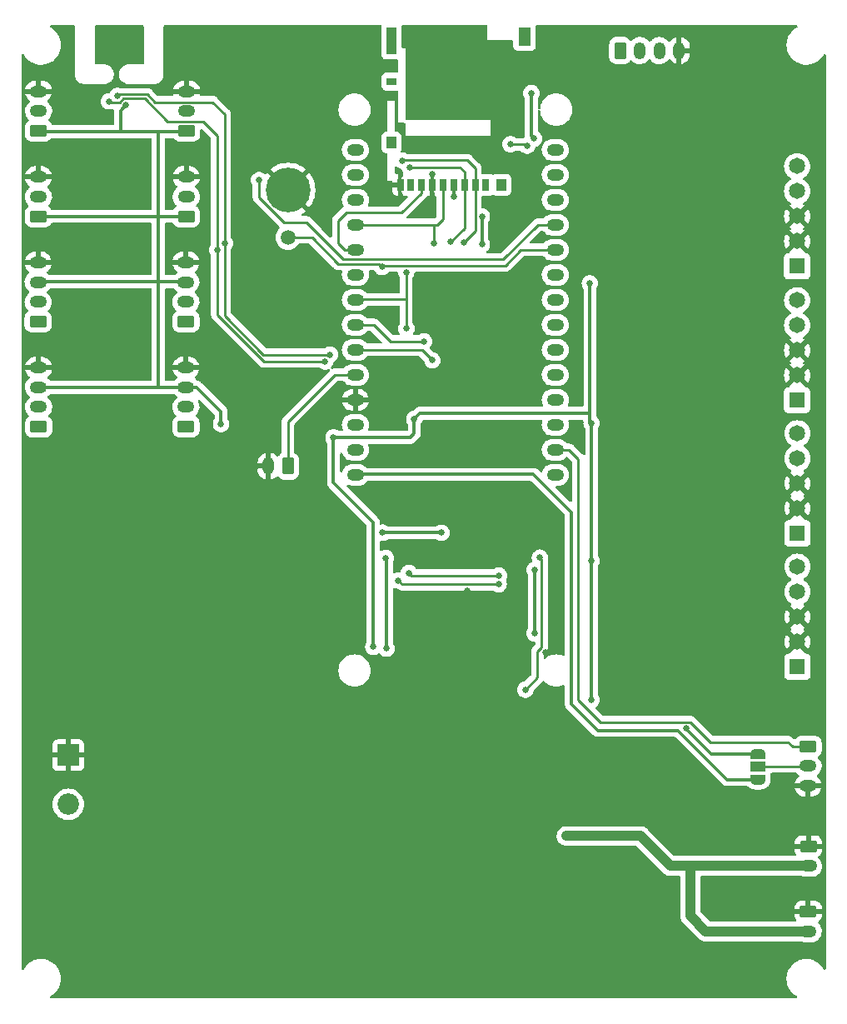
<source format=gbl>
G04 #@! TF.GenerationSoftware,KiCad,Pcbnew,(6.0.5)*
G04 #@! TF.CreationDate,2022-12-05T11:42:03+01:00*
G04 #@! TF.ProjectId,ruche,72756368-652e-46b6-9963-61645f706362,rev?*
G04 #@! TF.SameCoordinates,Original*
G04 #@! TF.FileFunction,Copper,L2,Bot*
G04 #@! TF.FilePolarity,Positive*
%FSLAX46Y46*%
G04 Gerber Fmt 4.6, Leading zero omitted, Abs format (unit mm)*
G04 Created by KiCad (PCBNEW (6.0.5)) date 2022-12-05 11:42:03*
%MOMM*%
%LPD*%
G01*
G04 APERTURE LIST*
G04 Aperture macros list*
%AMRoundRect*
0 Rectangle with rounded corners*
0 $1 Rounding radius*
0 $2 $3 $4 $5 $6 $7 $8 $9 X,Y pos of 4 corners*
0 Add a 4 corners polygon primitive as box body*
4,1,4,$2,$3,$4,$5,$6,$7,$8,$9,$2,$3,0*
0 Add four circle primitives for the rounded corners*
1,1,$1+$1,$2,$3*
1,1,$1+$1,$4,$5*
1,1,$1+$1,$6,$7*
1,1,$1+$1,$8,$9*
0 Add four rect primitives between the rounded corners*
20,1,$1+$1,$2,$3,$4,$5,0*
20,1,$1+$1,$4,$5,$6,$7,0*
20,1,$1+$1,$6,$7,$8,$9,0*
20,1,$1+$1,$8,$9,$2,$3,0*%
%AMFreePoly0*
4,1,22,0.550000,-0.750000,0.000000,-0.750000,0.000000,-0.745033,-0.079941,-0.743568,-0.215256,-0.701293,-0.333266,-0.622738,-0.424486,-0.514219,-0.481581,-0.384460,-0.499164,-0.250000,-0.500000,-0.250000,-0.500000,0.250000,-0.499164,0.250000,-0.499963,0.256109,-0.478152,0.396186,-0.417904,0.524511,-0.324060,0.630769,-0.204165,0.706417,-0.067858,0.745374,0.000000,0.744959,0.000000,0.750000,
0.550000,0.750000,0.550000,-0.750000,0.550000,-0.750000,$1*%
%AMFreePoly1*
4,1,20,0.000000,0.744959,0.073905,0.744508,0.209726,0.703889,0.328688,0.626782,0.421226,0.519385,0.479903,0.390333,0.500000,0.250000,0.500000,-0.250000,0.499851,-0.262216,0.476331,-0.402017,0.414519,-0.529596,0.319384,-0.634700,0.198574,-0.708877,0.061801,-0.746166,0.000000,-0.745033,0.000000,-0.750000,-0.550000,-0.750000,-0.550000,0.750000,0.000000,0.750000,0.000000,0.744959,
0.000000,0.744959,$1*%
G04 Aperture macros list end*
G04 #@! TA.AperFunction,ComponentPad*
%ADD10R,2.175000X2.175000*%
G04 #@! TD*
G04 #@! TA.AperFunction,ComponentPad*
%ADD11C,2.175000*%
G04 #@! TD*
G04 #@! TA.AperFunction,ComponentPad*
%ADD12RoundRect,0.250000X-0.350000X-0.625000X0.350000X-0.625000X0.350000X0.625000X-0.350000X0.625000X0*%
G04 #@! TD*
G04 #@! TA.AperFunction,ComponentPad*
%ADD13O,1.200000X1.750000*%
G04 #@! TD*
G04 #@! TA.AperFunction,ComponentPad*
%ADD14RoundRect,0.250000X-0.625000X0.350000X-0.625000X-0.350000X0.625000X-0.350000X0.625000X0.350000X0*%
G04 #@! TD*
G04 #@! TA.AperFunction,ComponentPad*
%ADD15O,1.750000X1.200000*%
G04 #@! TD*
G04 #@! TA.AperFunction,ComponentPad*
%ADD16RoundRect,0.250000X0.625000X-0.350000X0.625000X0.350000X-0.625000X0.350000X-0.625000X-0.350000X0*%
G04 #@! TD*
G04 #@! TA.AperFunction,ComponentPad*
%ADD17C,1.500000*%
G04 #@! TD*
G04 #@! TA.AperFunction,ComponentPad*
%ADD18C,4.540000*%
G04 #@! TD*
G04 #@! TA.AperFunction,ComponentPad*
%ADD19R,1.650000X1.650000*%
G04 #@! TD*
G04 #@! TA.AperFunction,ComponentPad*
%ADD20C,1.650000*%
G04 #@! TD*
G04 #@! TA.AperFunction,ComponentPad*
%ADD21RoundRect,0.250000X0.350000X0.625000X-0.350000X0.625000X-0.350000X-0.625000X0.350000X-0.625000X0*%
G04 #@! TD*
G04 #@! TA.AperFunction,SMDPad,CuDef*
%ADD22FreePoly0,270.000000*%
G04 #@! TD*
G04 #@! TA.AperFunction,SMDPad,CuDef*
%ADD23R,1.500000X1.000000*%
G04 #@! TD*
G04 #@! TA.AperFunction,SMDPad,CuDef*
%ADD24FreePoly1,270.000000*%
G04 #@! TD*
G04 #@! TA.AperFunction,SMDPad,CuDef*
%ADD25R,0.700000X1.200000*%
G04 #@! TD*
G04 #@! TA.AperFunction,SMDPad,CuDef*
%ADD26R,1.000000X0.800000*%
G04 #@! TD*
G04 #@! TA.AperFunction,SMDPad,CuDef*
%ADD27R,1.300000X1.900000*%
G04 #@! TD*
G04 #@! TA.AperFunction,SMDPad,CuDef*
%ADD28R,1.000000X1.200000*%
G04 #@! TD*
G04 #@! TA.AperFunction,SMDPad,CuDef*
%ADD29R,1.000000X2.800000*%
G04 #@! TD*
G04 #@! TA.AperFunction,ViaPad*
%ADD30C,0.650000*%
G04 #@! TD*
G04 #@! TA.AperFunction,Conductor*
%ADD31C,0.300000*%
G04 #@! TD*
G04 #@! TA.AperFunction,Conductor*
%ADD32C,0.250000*%
G04 #@! TD*
G04 #@! TA.AperFunction,Conductor*
%ADD33C,1.000000*%
G04 #@! TD*
G04 APERTURE END LIST*
D10*
X91780000Y-143785000D03*
D11*
X91780000Y-148785000D03*
D12*
X147870000Y-72180000D03*
D13*
X149870000Y-72180000D03*
X151870000Y-72180000D03*
X153870000Y-72180000D03*
D14*
X167010000Y-153050000D03*
D15*
X167010000Y-155050000D03*
D14*
X166990000Y-159690000D03*
D15*
X166990000Y-161690000D03*
D16*
X88740000Y-89040000D03*
D15*
X88740000Y-87040000D03*
X88740000Y-85040000D03*
D16*
X88750000Y-80340000D03*
D15*
X88750000Y-78340000D03*
X88750000Y-76340000D03*
D16*
X103760000Y-89030000D03*
D15*
X103760000Y-87030000D03*
X103760000Y-85030000D03*
D17*
X114110000Y-91170000D03*
D18*
X114110000Y-86370000D03*
D16*
X103800000Y-80350000D03*
D15*
X103800000Y-78350000D03*
X103800000Y-76350000D03*
D19*
X165870000Y-107720000D03*
D20*
X165870000Y-105180000D03*
X165870000Y-102640000D03*
X165870000Y-100100000D03*
X165870000Y-97560000D03*
D21*
X114110000Y-114420000D03*
D13*
X112110000Y-114420000D03*
D19*
X165900000Y-121250000D03*
D20*
X165900000Y-118710000D03*
X165900000Y-116170000D03*
X165900000Y-113630000D03*
X165900000Y-111090000D03*
D14*
X166980000Y-142900000D03*
D15*
X166980000Y-144900000D03*
X166980000Y-146900000D03*
X141287500Y-115300200D03*
X141287500Y-112760200D03*
X141287500Y-110220200D03*
X141287500Y-107680200D03*
X141287500Y-105140200D03*
X141287500Y-102600200D03*
X141287500Y-100060200D03*
X141287500Y-97520200D03*
X141287500Y-94980200D03*
X141287500Y-92440200D03*
X141287500Y-89900200D03*
X141287500Y-87360200D03*
X141287500Y-84820200D03*
X141287500Y-82280200D03*
X120967500Y-82280200D03*
X120967500Y-84820200D03*
X120967500Y-87360200D03*
X120967500Y-89900200D03*
X120967500Y-92440200D03*
X120967500Y-94980200D03*
X120967500Y-97520200D03*
X120967500Y-100060200D03*
X120967500Y-102600200D03*
X120967500Y-105140200D03*
X120967500Y-107680200D03*
X120967500Y-110220200D03*
X120967500Y-112760200D03*
X120967500Y-115300200D03*
D16*
X103730000Y-99720000D03*
D15*
X103730000Y-97720000D03*
X103730000Y-95720000D03*
X103730000Y-93720000D03*
D19*
X165900000Y-134800000D03*
D20*
X165900000Y-132260000D03*
X165900000Y-129720000D03*
X165900000Y-127180000D03*
X165900000Y-124640000D03*
D16*
X88760000Y-110410000D03*
D15*
X88760000Y-108410000D03*
X88760000Y-106410000D03*
X88760000Y-104410000D03*
D16*
X88710000Y-99720000D03*
D15*
X88710000Y-97720000D03*
X88710000Y-95720000D03*
X88710000Y-93720000D03*
D19*
X165870000Y-94100000D03*
D20*
X165870000Y-91560000D03*
X165870000Y-89020000D03*
X165870000Y-86480000D03*
X165870000Y-83940000D03*
D16*
X103730000Y-110400000D03*
D15*
X103730000Y-108400000D03*
X103730000Y-106400000D03*
X103730000Y-104400000D03*
D22*
X161890000Y-143660000D03*
D23*
X161890000Y-144960000D03*
D24*
X161890000Y-146260000D03*
D25*
X134235000Y-85835000D03*
X133135000Y-85835000D03*
X132035000Y-85835000D03*
X130935000Y-85835000D03*
X129835000Y-85835000D03*
X128735000Y-85835000D03*
X127635000Y-85835000D03*
X126535000Y-85835000D03*
X125585000Y-85835000D03*
D26*
X124635000Y-75335000D03*
D27*
X138135000Y-70735000D03*
D28*
X135785000Y-85835000D03*
X124635000Y-81535000D03*
D29*
X124635000Y-71185000D03*
D30*
X167060000Y-163600000D03*
X115020000Y-98580000D03*
X150000000Y-87300000D03*
X160560000Y-70410000D03*
X91650000Y-70520000D03*
X147600000Y-134010000D03*
X100100000Y-112930000D03*
X159920000Y-103900000D03*
X147670000Y-119820000D03*
X88300000Y-157940000D03*
X120560000Y-70410000D03*
X95100000Y-127930000D03*
X150390000Y-122690000D03*
X92600000Y-122930000D03*
X164060000Y-72910000D03*
X92600000Y-127930000D03*
X105100000Y-132930000D03*
X125540000Y-87050000D03*
X158840000Y-110040000D03*
X97600000Y-135430000D03*
X100860000Y-167750000D03*
X87600000Y-127930000D03*
X147640000Y-118530000D03*
X95100000Y-137930000D03*
X141160000Y-121390000D03*
X98400000Y-70270000D03*
X107600000Y-135430000D03*
X102600000Y-125430000D03*
X110100000Y-130140000D03*
X154350000Y-130460000D03*
X100100000Y-122930000D03*
X92600000Y-117930000D03*
X128230000Y-88020000D03*
X167680000Y-80650000D03*
X88300000Y-145560000D03*
X111680000Y-122480000D03*
X120290000Y-159520000D03*
X105100000Y-112930000D03*
X133410000Y-112560000D03*
X100100000Y-135430000D03*
X155630000Y-122360000D03*
X100100000Y-117930000D03*
X100100000Y-130430000D03*
X147630000Y-91150000D03*
X132790000Y-97280000D03*
X141312882Y-140817118D03*
X112450000Y-135970000D03*
X87600000Y-137930000D03*
X167750000Y-75590000D03*
X112240000Y-96640000D03*
X105100000Y-135430000D03*
X92600000Y-132930000D03*
X92600000Y-137930000D03*
X98880000Y-71500000D03*
X110860000Y-167750000D03*
X113360000Y-167750000D03*
X133080000Y-105980000D03*
X157550000Y-100280000D03*
X90100000Y-115430000D03*
X102600000Y-130430000D03*
X110750000Y-104690000D03*
X134510000Y-134900000D03*
X102600000Y-115430000D03*
X102600000Y-122930000D03*
X87600000Y-115430000D03*
X156060000Y-124090000D03*
X92110000Y-166600000D03*
X92600000Y-125430000D03*
X143740000Y-93490000D03*
X128090000Y-136290000D03*
X138470000Y-135270000D03*
X109780000Y-118460000D03*
X90100000Y-135430000D03*
X92600000Y-120430000D03*
X128360000Y-167750000D03*
X144180000Y-78070000D03*
X117895500Y-122480000D03*
X135860000Y-167750000D03*
X129120000Y-163200000D03*
X155560000Y-70410000D03*
X156070000Y-138270000D03*
X88300000Y-155440000D03*
X118360000Y-167750000D03*
X126430000Y-71590000D03*
X153060000Y-70410000D03*
X107700000Y-122500000D03*
X112480000Y-137950000D03*
X107600000Y-112930000D03*
X125860000Y-167750000D03*
X158960000Y-95660000D03*
X130860000Y-167750000D03*
X100100000Y-120430000D03*
X107600000Y-117930000D03*
X93360000Y-167750000D03*
X97600000Y-127930000D03*
X110100000Y-137930000D03*
X147600000Y-132740000D03*
X150310000Y-136910000D03*
X97600000Y-117930000D03*
X92600000Y-115430000D03*
X88750000Y-82670000D03*
X161030000Y-138370000D03*
X110560000Y-70410000D03*
X129840000Y-141750000D03*
X110790000Y-114430000D03*
X87600000Y-132930000D03*
X100100000Y-115430000D03*
X143540000Y-83020000D03*
X108350000Y-167730000D03*
X88300000Y-140560000D03*
X100100000Y-125430000D03*
X107650000Y-120070000D03*
X95100000Y-120430000D03*
X130650000Y-73620000D03*
X129890000Y-135940000D03*
X140700000Y-167750000D03*
X148060000Y-70410000D03*
X146476567Y-145445430D03*
X164900000Y-122940000D03*
X102600000Y-117930000D03*
X158480000Y-119130000D03*
X87600000Y-130430000D03*
X147750000Y-104250000D03*
X103360000Y-167750000D03*
X120860000Y-167750000D03*
X143200000Y-167750000D03*
X90900000Y-164720000D03*
X153060000Y-167910000D03*
X145560000Y-70410000D03*
X88300000Y-143060000D03*
X128790000Y-78310000D03*
X128740000Y-84720000D03*
X87600000Y-117930000D03*
X95100000Y-115430000D03*
X157430000Y-114260000D03*
X166560000Y-137910000D03*
X102600000Y-127930000D03*
X150480000Y-94010000D03*
X92600000Y-130430000D03*
X91650000Y-131350000D03*
X102600000Y-120430000D03*
X122060000Y-159110000D03*
X150700000Y-167750000D03*
X87600000Y-122930000D03*
X88300000Y-152905500D03*
X155480000Y-136520000D03*
X140560000Y-70410000D03*
X147740000Y-105500000D03*
X95100000Y-112930000D03*
X156640000Y-81560000D03*
X91650000Y-73020000D03*
X150040000Y-101670000D03*
X95100000Y-125430000D03*
X132350000Y-73250000D03*
X150030000Y-115970000D03*
X159900000Y-89360000D03*
X144580000Y-89820000D03*
X129060000Y-160490000D03*
X167690000Y-77900000D03*
X140380000Y-145420000D03*
X132730000Y-132460000D03*
X115560000Y-70410000D03*
X88300000Y-148060000D03*
X133360000Y-167750000D03*
X135720000Y-121690000D03*
X115860000Y-167750000D03*
X156320000Y-95770000D03*
X132310000Y-127069500D03*
X158060000Y-70410000D03*
X116150000Y-93780000D03*
X88750000Y-91380000D03*
X138360000Y-167750000D03*
X103060000Y-70410000D03*
X97600000Y-122930000D03*
X109680000Y-122480000D03*
X155760000Y-108300000D03*
X95860000Y-167750000D03*
X90100000Y-132930000D03*
X110840000Y-73680000D03*
X158060000Y-167910000D03*
X107600000Y-115430000D03*
X111590000Y-126880000D03*
X154830000Y-101970000D03*
X105100000Y-137930000D03*
X109709500Y-97260000D03*
X110100000Y-132930000D03*
X136080000Y-91790000D03*
X136510000Y-158130000D03*
X100100000Y-127930000D03*
X88300000Y-162940000D03*
X128210000Y-142090000D03*
X154710000Y-87570000D03*
X97600000Y-112930000D03*
X158270000Y-133380000D03*
X98360000Y-167750000D03*
X97600000Y-132930000D03*
X88300000Y-150560000D03*
X166670000Y-149910000D03*
X128060000Y-70410000D03*
X164880000Y-109420000D03*
X98060000Y-102910000D03*
X95100000Y-132930000D03*
X163060000Y-70410000D03*
X154440000Y-116240000D03*
X127810000Y-129010000D03*
X95100000Y-130430000D03*
X97600000Y-115430000D03*
X95100000Y-117930000D03*
X112290000Y-132930000D03*
X155560000Y-167910000D03*
X140278319Y-133370214D03*
X102600000Y-137930000D03*
X150560000Y-70410000D03*
X159500000Y-128660000D03*
X129780000Y-72710000D03*
X136400000Y-148890000D03*
X116180000Y-161990000D03*
X105560000Y-70410000D03*
X92600000Y-135430000D03*
X166640000Y-157410000D03*
X112610000Y-130080000D03*
X95100000Y-135430000D03*
X165670000Y-74500000D03*
X88740000Y-102060000D03*
X109760000Y-126480000D03*
X102600000Y-112930000D03*
X155680000Y-93900000D03*
X90100000Y-137930000D03*
X149370000Y-146300000D03*
X123060000Y-70410000D03*
X135560000Y-135940000D03*
X133060000Y-70410000D03*
X87600000Y-120430000D03*
X97600000Y-125430000D03*
X97170000Y-139570000D03*
X148200000Y-167750000D03*
X94760000Y-76200000D03*
X97600000Y-130430000D03*
X88300000Y-160440000D03*
X107110000Y-126270000D03*
X156380000Y-110000000D03*
X137180000Y-73250000D03*
X159710000Y-86010000D03*
X164060000Y-165410000D03*
X135230000Y-141740000D03*
X101030000Y-162520000D03*
X107590000Y-130120000D03*
X164060000Y-167910000D03*
X105860000Y-167750000D03*
X107600000Y-137930000D03*
X97600000Y-120430000D03*
X100720000Y-75970000D03*
X107680000Y-133000000D03*
X87610000Y-135430000D03*
X164830000Y-95780000D03*
X100100000Y-137930000D03*
X145700000Y-167750000D03*
X117860000Y-126070000D03*
X102600000Y-132930000D03*
X87600000Y-112930000D03*
X111640000Y-118030000D03*
X95100000Y-122930000D03*
X88770000Y-74440000D03*
X123360000Y-167750000D03*
X135100000Y-132390000D03*
X130560000Y-70410000D03*
X105100000Y-115430000D03*
X113060000Y-70410000D03*
X87600000Y-125430000D03*
X143060000Y-70410000D03*
X90100000Y-112930000D03*
X102600000Y-135430000D03*
X108060000Y-70410000D03*
X160560000Y-167910000D03*
X158730000Y-124190000D03*
X136850000Y-142150000D03*
X135580000Y-162810000D03*
X97600000Y-137930000D03*
X118060000Y-70410000D03*
X92600000Y-112930000D03*
X100100000Y-132930000D03*
X150140000Y-108400000D03*
X144180847Y-142141552D03*
X129700000Y-121190000D03*
X123730000Y-121180000D03*
X154600000Y-141079500D03*
X126140000Y-100450000D03*
X126400000Y-125260000D03*
X126125000Y-94700000D03*
X138418070Y-81855501D03*
X136720000Y-81700000D03*
X135570000Y-125540000D03*
X135520000Y-126420000D03*
X125325000Y-126035000D03*
X143330000Y-152010000D03*
X142430000Y-152010000D03*
X150920000Y-153000000D03*
X111159500Y-85347553D03*
X127930000Y-101730000D03*
X128794000Y-103660000D03*
X123660000Y-94169500D03*
X122780000Y-132780000D03*
X133820000Y-89040000D03*
X130960000Y-87000000D03*
X118740000Y-111500000D03*
X139140000Y-81140000D03*
X144970000Y-138160000D03*
X144970000Y-124020000D03*
X126950000Y-109600000D03*
X138840000Y-76520000D03*
X144970000Y-110050000D03*
X133820000Y-91890000D03*
X144800000Y-95840000D03*
X97650000Y-77750000D03*
X107310000Y-110130000D03*
X124070000Y-123740000D03*
X124120000Y-132960000D03*
X139180000Y-131420000D03*
X139180000Y-124950000D03*
X131960000Y-91670000D03*
X125752929Y-83373714D03*
X126470000Y-84070000D03*
X130650000Y-91610000D03*
X128930000Y-91770000D03*
X106920489Y-92449511D03*
X95900000Y-77350000D03*
X117890000Y-103780000D03*
X107680000Y-91750000D03*
X96770000Y-76790000D03*
X118390000Y-103080000D03*
X138240000Y-137130000D03*
X139714500Y-123717374D03*
D31*
X128735000Y-85835000D02*
X128735000Y-84725000D01*
X128735000Y-84725000D02*
X128740000Y-84720000D01*
X123740000Y-121190000D02*
X129700000Y-121190000D01*
X123730000Y-121180000D02*
X123740000Y-121190000D01*
X154600000Y-141100000D02*
X154600000Y-141079500D01*
X161890000Y-143660000D02*
X157160000Y-143660000D01*
X157160000Y-143660000D02*
X154600000Y-141100000D01*
D32*
X126680000Y-125540000D02*
X135570000Y-125540000D01*
X120890000Y-97470200D02*
X126099800Y-97470200D01*
X126125000Y-97060000D02*
X126125000Y-100435000D01*
X126125000Y-100435000D02*
X126140000Y-100450000D01*
X126099800Y-97470200D02*
X126100000Y-97470000D01*
X138262569Y-81700000D02*
X138418070Y-81855501D01*
X136720000Y-81700000D02*
X138262569Y-81700000D01*
X126400000Y-125260000D02*
X126680000Y-125540000D01*
X126125000Y-97060000D02*
X126125000Y-94700000D01*
X125325000Y-126035000D02*
X125710000Y-126420000D01*
X125710000Y-126420000D02*
X135520000Y-126420000D01*
D31*
X142905979Y-138582743D02*
X142905979Y-119095979D01*
X161890000Y-146260000D02*
X158760000Y-146260000D01*
X139060200Y-115250200D02*
X120890000Y-115250200D01*
X142905979Y-119095979D02*
X139060200Y-115250200D01*
X158760000Y-146260000D02*
X153770000Y-141270000D01*
X153770000Y-141270000D02*
X145593236Y-141270000D01*
X145593236Y-141270000D02*
X142905979Y-138582743D01*
D33*
X155020000Y-160140000D02*
X155020000Y-155030000D01*
X166990000Y-155030000D02*
X167010000Y-155050000D01*
X149960000Y-152010000D02*
X152980000Y-155030000D01*
X156570000Y-161690000D02*
X155020000Y-160140000D01*
X155020000Y-155030000D02*
X166990000Y-155030000D01*
X152980000Y-155030000D02*
X155390000Y-155030000D01*
X166990000Y-161690000D02*
X156575000Y-161690000D01*
X142430000Y-152010000D02*
X149960000Y-152010000D01*
D32*
X115960000Y-89640000D02*
X113678532Y-89640000D01*
X135979511Y-93420489D02*
X119740489Y-93420489D01*
X141287500Y-89900200D02*
X139499800Y-89900200D01*
X111159500Y-87120968D02*
X111159500Y-85347553D01*
X119740489Y-93420489D02*
X115960000Y-89640000D01*
X139499800Y-89900200D02*
X135979511Y-93420489D01*
X113678532Y-89640000D02*
X111159500Y-87120968D01*
X166870000Y-144940000D02*
X161910000Y-144940000D01*
X161910000Y-144940000D02*
X161890000Y-144960000D01*
X122840200Y-100060200D02*
X120967500Y-100060200D01*
X124510000Y-101730000D02*
X122840200Y-100060200D01*
X127930000Y-101730000D02*
X124510000Y-101730000D01*
X120967500Y-102600200D02*
X127734200Y-102600200D01*
X127734200Y-102600200D02*
X128794000Y-103660000D01*
X136210000Y-94020000D02*
X123809500Y-94020000D01*
X116540000Y-91170000D02*
X119240000Y-93870000D01*
X123360500Y-93870000D02*
X123660000Y-94169500D01*
X141287500Y-92440200D02*
X137789800Y-92440200D01*
X114110000Y-91170000D02*
X116540000Y-91170000D01*
X137789800Y-92440200D02*
X136210000Y-94020000D01*
X119240000Y-93870000D02*
X123360500Y-93870000D01*
X123809500Y-94020000D02*
X123660000Y-94169500D01*
X145890000Y-140430000D02*
X143600000Y-138140000D01*
X142690200Y-112760200D02*
X141287500Y-112760200D01*
X165430000Y-142940000D02*
X165330000Y-142840000D01*
X166870000Y-142940000D02*
X165430000Y-142940000D01*
X157090000Y-142480000D02*
X155040000Y-140430000D01*
X143600000Y-138140000D02*
X143600000Y-113670000D01*
X143600000Y-113670000D02*
X142690200Y-112760200D01*
X164969022Y-142480000D02*
X157090000Y-142480000D01*
X165324511Y-142835489D02*
X164969022Y-142480000D01*
X155040000Y-140430000D02*
X145890000Y-140430000D01*
D31*
X97070000Y-78330000D02*
X97650000Y-77750000D01*
X100920000Y-106410000D02*
X100920000Y-80550000D01*
X130935000Y-86975000D02*
X130960000Y-87000000D01*
X103600000Y-80430000D02*
X103800000Y-80230000D01*
X144800000Y-109880000D02*
X144970000Y-110050000D01*
X122780000Y-120130000D02*
X118740000Y-116090000D01*
X104810000Y-106400000D02*
X107310000Y-108900000D01*
X126950000Y-111090000D02*
X126950000Y-109600000D01*
X97140000Y-80430000D02*
X103600000Y-80430000D01*
X103590000Y-89040000D02*
X103770000Y-88860000D01*
X126540000Y-111500000D02*
X126950000Y-111090000D01*
X138840000Y-76520000D02*
X138840000Y-80840000D01*
X144970000Y-138160000D02*
X144970000Y-124020000D01*
X144970000Y-124020000D02*
X144970000Y-110050000D01*
X118740000Y-116090000D02*
X118740000Y-111500000D01*
X88740000Y-95690000D02*
X88710000Y-95720000D01*
X88760000Y-106410000D02*
X100920000Y-106410000D01*
X126950000Y-109600000D02*
X127520000Y-109030000D01*
X88740000Y-89040000D02*
X103590000Y-89040000D01*
X133820000Y-89040000D02*
X133820000Y-91890000D01*
X118740000Y-111500000D02*
X126540000Y-111500000D01*
X100920000Y-106410000D02*
X103720000Y-106410000D01*
X144800000Y-95840000D02*
X144800000Y-109880000D01*
X130935000Y-85835000D02*
X130935000Y-86975000D01*
X122780000Y-132780000D02*
X122780000Y-120130000D01*
X103730000Y-106400000D02*
X104810000Y-106400000D01*
X144780000Y-109030000D02*
X144790000Y-109040000D01*
X97140000Y-80430000D02*
X97070000Y-80360000D01*
X88790000Y-80430000D02*
X97140000Y-80430000D01*
X138840000Y-80840000D02*
X139140000Y-81140000D01*
X97070000Y-80360000D02*
X97070000Y-78330000D01*
X127520000Y-109030000D02*
X144780000Y-109030000D01*
X103630000Y-95690000D02*
X88740000Y-95690000D01*
X107310000Y-108900000D02*
X107310000Y-110130000D01*
X103720000Y-106410000D02*
X103730000Y-106400000D01*
X124120000Y-132960000D02*
X124120000Y-123790000D01*
X124120000Y-123790000D02*
X124070000Y-123740000D01*
X139180000Y-131420000D02*
X139180000Y-124950000D01*
D32*
X133135000Y-85835000D02*
X133135000Y-84145000D01*
X125781144Y-83345499D02*
X125752929Y-83373714D01*
X133135000Y-84145000D02*
X132335499Y-83345499D01*
X133135000Y-90495000D02*
X133135000Y-85835000D01*
X131960000Y-91670000D02*
X133135000Y-90495000D01*
X132335499Y-83345499D02*
X125781144Y-83345499D01*
X130650000Y-91610000D02*
X132035000Y-90225000D01*
X132035000Y-85835000D02*
X132035000Y-84525000D01*
X131580000Y-84070000D02*
X126470000Y-84070000D01*
X132035000Y-90225000D02*
X132035000Y-85835000D01*
X132035000Y-84525000D02*
X131580000Y-84070000D01*
X129835000Y-89325000D02*
X129259800Y-89900200D01*
X129835000Y-85835000D02*
X129835000Y-89325000D01*
X129259800Y-89900200D02*
X128819800Y-89900200D01*
X128819800Y-89900200D02*
X120967500Y-89900200D01*
X128930000Y-90010400D02*
X128930000Y-91770000D01*
X127635000Y-86685000D02*
X125650000Y-88670000D01*
X125650000Y-88670000D02*
X120020000Y-88670000D01*
X119220000Y-91790000D02*
X119870200Y-92440200D01*
X127635000Y-85835000D02*
X127635000Y-86685000D01*
X120020000Y-88670000D02*
X119220000Y-89470000D01*
X119220000Y-89470000D02*
X119220000Y-91790000D01*
X119870200Y-92440200D02*
X120967500Y-92440200D01*
X118849800Y-105140200D02*
X114110000Y-109880000D01*
X120967500Y-105140200D02*
X118849800Y-105140200D01*
X114110000Y-109880000D02*
X114110000Y-114420000D01*
X106920489Y-92449511D02*
X106920489Y-80810489D01*
X111674296Y-103780000D02*
X106920489Y-99026193D01*
X97399033Y-77079501D02*
X97039033Y-77439501D01*
X99559501Y-77079501D02*
X97399033Y-77079501D01*
X97039033Y-77439501D02*
X95989501Y-77439501D01*
X105480000Y-79370000D02*
X101850000Y-79370000D01*
X117890000Y-103780000D02*
X111674296Y-103780000D01*
X106920489Y-80810489D02*
X105480000Y-79370000D01*
X101850000Y-79370000D02*
X99559501Y-77079501D01*
X106920489Y-99026193D02*
X106920489Y-92449511D01*
X95989501Y-77439501D02*
X95900000Y-77350000D01*
X107680000Y-78660000D02*
X106445480Y-77425480D01*
X100585480Y-77425480D02*
X99790000Y-76630000D01*
X96930000Y-76630000D02*
X96770000Y-76790000D01*
X111610000Y-103080000D02*
X107680000Y-99150000D01*
X107680000Y-99150000D02*
X107680000Y-91750000D01*
X118390000Y-103080000D02*
X111610000Y-103080000D01*
X99790000Y-76630000D02*
X96930000Y-76630000D01*
X106445480Y-77425480D02*
X100585480Y-77425480D01*
X107680000Y-91750000D02*
X107680000Y-78660000D01*
X138240000Y-137130000D02*
X139450000Y-135920000D01*
X139450000Y-133280000D02*
X139877979Y-132852021D01*
X139450000Y-135920000D02*
X139450000Y-133280000D01*
X139877979Y-123880853D02*
X139714500Y-123717374D01*
X139877979Y-132852021D02*
X139877979Y-123880853D01*
G04 #@! TA.AperFunction,Conductor*
G36*
X92383621Y-69628502D02*
G01*
X92430114Y-69682158D01*
X92441500Y-69734500D01*
X92441500Y-74550633D01*
X92440000Y-74570018D01*
X92437690Y-74584851D01*
X92437690Y-74584855D01*
X92436309Y-74593724D01*
X92438136Y-74607692D01*
X92438345Y-74609290D01*
X92438929Y-74614644D01*
X92440830Y-74636368D01*
X92453028Y-74775793D01*
X92454452Y-74781107D01*
X92454452Y-74781108D01*
X92482790Y-74886866D01*
X92498700Y-74946245D01*
X92501022Y-74951226D01*
X92501023Y-74951227D01*
X92570951Y-75101189D01*
X92570954Y-75101194D01*
X92573277Y-75106176D01*
X92576434Y-75110684D01*
X92670867Y-75245548D01*
X92674493Y-75250727D01*
X92799273Y-75375507D01*
X92803781Y-75378664D01*
X92803784Y-75378666D01*
X92863126Y-75420217D01*
X92943824Y-75476723D01*
X92948806Y-75479046D01*
X92948811Y-75479049D01*
X93092432Y-75546020D01*
X93103755Y-75551300D01*
X93109063Y-75552722D01*
X93109065Y-75552723D01*
X93268892Y-75595548D01*
X93268893Y-75595548D01*
X93274207Y-75596972D01*
X93403712Y-75608302D01*
X93413626Y-75609568D01*
X93421346Y-75610867D01*
X93432656Y-75612770D01*
X93432658Y-75612770D01*
X93437448Y-75613576D01*
X93443724Y-75613652D01*
X93445140Y-75613670D01*
X93445143Y-75613670D01*
X93450000Y-75613729D01*
X93477624Y-75609773D01*
X93495486Y-75608500D01*
X95346750Y-75608500D01*
X95367655Y-75610246D01*
X95382656Y-75612770D01*
X95382659Y-75612770D01*
X95387448Y-75613576D01*
X95393763Y-75613653D01*
X95395142Y-75613670D01*
X95395145Y-75613670D01*
X95400000Y-75613729D01*
X95404816Y-75613039D01*
X95404818Y-75613039D01*
X95414848Y-75611603D01*
X95421085Y-75610867D01*
X95580312Y-75596113D01*
X95580314Y-75596113D01*
X95586105Y-75595576D01*
X95765873Y-75544427D01*
X95933182Y-75461118D01*
X96082333Y-75348484D01*
X96167898Y-75254624D01*
X96204322Y-75214669D01*
X96204323Y-75214667D01*
X96208249Y-75210361D01*
X96306640Y-75051453D01*
X96374157Y-74877172D01*
X96408500Y-74693451D01*
X96408500Y-74506549D01*
X96374157Y-74322828D01*
X96306640Y-74148547D01*
X96208249Y-73989639D01*
X96082333Y-73851516D01*
X95933182Y-73738882D01*
X95765873Y-73655573D01*
X95642374Y-73620434D01*
X95591705Y-73606017D01*
X95591701Y-73606016D01*
X95586105Y-73604424D01*
X95442593Y-73591126D01*
X95433314Y-73589917D01*
X95417345Y-73587230D01*
X95417340Y-73587230D01*
X95412552Y-73586424D01*
X95406353Y-73586348D01*
X95404860Y-73586330D01*
X95404857Y-73586330D01*
X95400000Y-73586271D01*
X95375679Y-73589754D01*
X95372376Y-73590227D01*
X95354514Y-73591500D01*
X94584500Y-73591500D01*
X94516379Y-73571498D01*
X94469886Y-73517842D01*
X94458500Y-73465500D01*
X94458500Y-69734500D01*
X94478502Y-69666379D01*
X94532158Y-69619886D01*
X94584500Y-69608500D01*
X99315500Y-69608500D01*
X99383621Y-69628502D01*
X99430114Y-69682158D01*
X99441500Y-69734500D01*
X99441500Y-73465500D01*
X99421498Y-73533621D01*
X99367842Y-73580114D01*
X99315500Y-73591500D01*
X98003250Y-73591500D01*
X97982345Y-73589754D01*
X97967344Y-73587230D01*
X97967341Y-73587230D01*
X97962552Y-73586424D01*
X97956237Y-73586347D01*
X97954858Y-73586330D01*
X97954855Y-73586330D01*
X97950000Y-73586271D01*
X97945184Y-73586961D01*
X97945182Y-73586961D01*
X97935152Y-73588397D01*
X97928915Y-73589133D01*
X97769688Y-73603887D01*
X97769686Y-73603887D01*
X97763895Y-73604424D01*
X97584127Y-73655573D01*
X97416818Y-73738882D01*
X97267667Y-73851516D01*
X97141751Y-73989639D01*
X97043360Y-74148547D01*
X96975843Y-74322828D01*
X96941500Y-74506549D01*
X96941500Y-74693451D01*
X96975843Y-74877172D01*
X97043360Y-75051453D01*
X97141751Y-75210361D01*
X97145677Y-75214667D01*
X97145678Y-75214669D01*
X97182102Y-75254624D01*
X97267667Y-75348484D01*
X97416818Y-75461118D01*
X97584127Y-75544427D01*
X97674011Y-75570002D01*
X97758295Y-75593983D01*
X97758299Y-75593984D01*
X97763895Y-75595576D01*
X97769690Y-75596113D01*
X97907407Y-75608874D01*
X97916686Y-75610083D01*
X97932655Y-75612770D01*
X97932660Y-75612770D01*
X97937448Y-75613576D01*
X97943647Y-75613652D01*
X97945140Y-75613670D01*
X97945143Y-75613670D01*
X97950000Y-75613729D01*
X97977624Y-75609773D01*
X97995486Y-75608500D01*
X100396750Y-75608500D01*
X100417655Y-75610246D01*
X100432656Y-75612770D01*
X100432659Y-75612770D01*
X100437448Y-75613576D01*
X100443525Y-75613650D01*
X100445135Y-75613670D01*
X100445139Y-75613670D01*
X100450000Y-75613729D01*
X100454814Y-75613040D01*
X100454824Y-75613039D01*
X100471280Y-75610682D01*
X100478149Y-75609889D01*
X100625793Y-75596972D01*
X100631107Y-75595548D01*
X100631108Y-75595548D01*
X100790935Y-75552723D01*
X100790937Y-75552722D01*
X100796245Y-75551300D01*
X100807568Y-75546020D01*
X100951189Y-75479049D01*
X100951194Y-75479046D01*
X100956176Y-75476723D01*
X101036874Y-75420217D01*
X101096216Y-75378666D01*
X101096219Y-75378664D01*
X101100727Y-75375507D01*
X101225507Y-75250727D01*
X101229134Y-75245548D01*
X101323566Y-75110684D01*
X101326723Y-75106176D01*
X101329046Y-75101194D01*
X101329049Y-75101189D01*
X101398977Y-74951227D01*
X101398978Y-74951226D01*
X101401300Y-74946245D01*
X101417211Y-74886866D01*
X101445548Y-74781108D01*
X101445548Y-74781107D01*
X101446972Y-74775793D01*
X101458302Y-74646288D01*
X101459569Y-74636368D01*
X101462770Y-74617344D01*
X101462770Y-74617342D01*
X101463576Y-74612552D01*
X101463729Y-74600000D01*
X101459773Y-74572376D01*
X101458500Y-74554514D01*
X101458500Y-69734500D01*
X101478502Y-69666379D01*
X101532158Y-69619886D01*
X101584500Y-69608500D01*
X123500628Y-69608500D01*
X123568749Y-69628502D01*
X123615242Y-69682158D01*
X123625603Y-69736866D01*
X123626500Y-69736866D01*
X123626500Y-72633134D01*
X123633255Y-72695316D01*
X123684385Y-72831705D01*
X123771739Y-72948261D01*
X123888295Y-73035615D01*
X124024684Y-73086745D01*
X124086866Y-73093500D01*
X125183134Y-73093500D01*
X125195391Y-73092169D01*
X125265271Y-73104694D01*
X125317288Y-73153014D01*
X125335000Y-73217431D01*
X125335000Y-74302569D01*
X125314998Y-74370690D01*
X125261342Y-74417183D01*
X125195391Y-74427832D01*
X125183134Y-74426500D01*
X124086866Y-74426500D01*
X124024684Y-74433255D01*
X123888295Y-74484385D01*
X123771739Y-74571739D01*
X123684385Y-74688295D01*
X123633255Y-74824684D01*
X123626500Y-74886866D01*
X123626500Y-75783134D01*
X123633255Y-75845316D01*
X123684385Y-75981705D01*
X123771739Y-76098261D01*
X123888295Y-76185615D01*
X124024684Y-76236745D01*
X124086866Y-76243500D01*
X125183134Y-76243500D01*
X125195391Y-76242169D01*
X125265271Y-76254694D01*
X125317288Y-76303014D01*
X125335000Y-76367431D01*
X125335000Y-79535000D01*
X125909000Y-79535000D01*
X125977121Y-79555002D01*
X126023614Y-79608658D01*
X126035000Y-79661000D01*
X126035000Y-80835000D01*
X134735000Y-80835000D01*
X134735000Y-79235000D01*
X126161000Y-79235000D01*
X126092879Y-79214998D01*
X126046386Y-79161342D01*
X126035000Y-79109000D01*
X126035000Y-72855400D01*
X146761500Y-72855400D01*
X146772474Y-72961166D01*
X146828450Y-73128946D01*
X146921522Y-73279348D01*
X147046697Y-73404305D01*
X147052927Y-73408145D01*
X147052928Y-73408146D01*
X147190090Y-73492694D01*
X147197262Y-73497115D01*
X147233942Y-73509281D01*
X147358611Y-73550632D01*
X147358613Y-73550632D01*
X147365139Y-73552797D01*
X147371975Y-73553497D01*
X147371978Y-73553498D01*
X147410386Y-73557433D01*
X147469600Y-73563500D01*
X148270400Y-73563500D01*
X148273646Y-73563163D01*
X148273650Y-73563163D01*
X148369308Y-73553238D01*
X148369312Y-73553237D01*
X148376166Y-73552526D01*
X148382702Y-73550345D01*
X148382704Y-73550345D01*
X148518867Y-73504917D01*
X148543946Y-73496550D01*
X148694348Y-73403478D01*
X148713559Y-73384234D01*
X148814134Y-73283483D01*
X148819305Y-73278303D01*
X148851075Y-73226764D01*
X148903846Y-73179271D01*
X148973918Y-73167847D01*
X149039042Y-73196121D01*
X149057418Y-73215045D01*
X149063604Y-73222920D01*
X149068135Y-73226852D01*
X149068138Y-73226855D01*
X149153620Y-73301032D01*
X149223363Y-73361552D01*
X149228549Y-73364552D01*
X149228553Y-73364555D01*
X149324957Y-73420326D01*
X149406454Y-73467473D01*
X149606271Y-73536861D01*
X149612206Y-73537722D01*
X149612208Y-73537722D01*
X149809664Y-73566352D01*
X149809667Y-73566352D01*
X149815604Y-73567213D01*
X150026899Y-73557433D01*
X150158077Y-73525819D01*
X150226701Y-73509281D01*
X150226703Y-73509280D01*
X150232534Y-73507875D01*
X150237992Y-73505393D01*
X150237996Y-73505392D01*
X150353041Y-73453084D01*
X150425087Y-73420326D01*
X150597611Y-73297946D01*
X150743881Y-73145150D01*
X150755124Y-73127738D01*
X150764746Y-73112837D01*
X150818501Y-73066460D01*
X150888797Y-73056507D01*
X150953314Y-73086139D01*
X150969681Y-73103351D01*
X151063604Y-73222920D01*
X151068135Y-73226852D01*
X151068138Y-73226855D01*
X151153620Y-73301032D01*
X151223363Y-73361552D01*
X151228549Y-73364552D01*
X151228553Y-73364555D01*
X151324957Y-73420326D01*
X151406454Y-73467473D01*
X151606271Y-73536861D01*
X151612206Y-73537722D01*
X151612208Y-73537722D01*
X151809664Y-73566352D01*
X151809667Y-73566352D01*
X151815604Y-73567213D01*
X152026899Y-73557433D01*
X152158077Y-73525819D01*
X152226701Y-73509281D01*
X152226703Y-73509280D01*
X152232534Y-73507875D01*
X152237992Y-73505393D01*
X152237996Y-73505392D01*
X152353041Y-73453084D01*
X152425087Y-73420326D01*
X152597611Y-73297946D01*
X152743881Y-73145150D01*
X152747130Y-73140119D01*
X152747135Y-73140112D01*
X152765033Y-73112393D01*
X152818789Y-73066016D01*
X152889085Y-73056063D01*
X152953602Y-73085696D01*
X152969970Y-73102909D01*
X153060262Y-73217857D01*
X153068499Y-73226506D01*
X153219123Y-73357212D01*
X153228847Y-73364147D01*
X153401467Y-73464010D01*
X153412331Y-73468984D01*
X153600727Y-73534407D01*
X153601716Y-73534648D01*
X153612008Y-73533180D01*
X153616000Y-73519615D01*
X153616000Y-73515402D01*
X154124000Y-73515402D01*
X154127973Y-73528933D01*
X154137399Y-73530288D01*
X154226537Y-73508806D01*
X154237832Y-73504917D01*
X154419382Y-73422371D01*
X154429724Y-73416424D01*
X154592397Y-73301032D01*
X154601425Y-73293239D01*
X154739342Y-73149169D01*
X154746738Y-73139804D01*
X154854921Y-72972259D01*
X154860417Y-72961655D01*
X154934961Y-72776688D01*
X154938355Y-72765230D01*
X154976857Y-72568072D01*
X154977934Y-72559209D01*
X154978000Y-72556500D01*
X154978000Y-72452115D01*
X154973525Y-72436876D01*
X154972135Y-72435671D01*
X154964452Y-72434000D01*
X154142115Y-72434000D01*
X154126876Y-72438475D01*
X154125671Y-72439865D01*
X154124000Y-72447548D01*
X154124000Y-73515402D01*
X153616000Y-73515402D01*
X153616000Y-71907885D01*
X154124000Y-71907885D01*
X154128475Y-71923124D01*
X154129865Y-71924329D01*
X154137548Y-71926000D01*
X154959885Y-71926000D01*
X154975124Y-71921525D01*
X154976329Y-71920135D01*
X154978000Y-71912452D01*
X154978000Y-71855168D01*
X154977715Y-71849192D01*
X154963529Y-71700506D01*
X154961270Y-71688772D01*
X154905128Y-71497401D01*
X154900698Y-71486325D01*
X154809381Y-71309022D01*
X154802931Y-71298976D01*
X154679738Y-71142143D01*
X154671501Y-71133494D01*
X154520877Y-71002788D01*
X154511153Y-70995853D01*
X154338533Y-70895990D01*
X154327669Y-70891016D01*
X154139273Y-70825593D01*
X154138284Y-70825352D01*
X154127992Y-70826820D01*
X154124000Y-70840385D01*
X154124000Y-71907885D01*
X153616000Y-71907885D01*
X153616000Y-70844598D01*
X153612027Y-70831067D01*
X153602601Y-70829712D01*
X153513463Y-70851194D01*
X153502168Y-70855083D01*
X153320618Y-70937629D01*
X153310276Y-70943576D01*
X153147603Y-71058968D01*
X153138575Y-71066761D01*
X153000658Y-71210831D01*
X152993259Y-71220200D01*
X152975582Y-71247577D01*
X152921828Y-71293955D01*
X152851532Y-71303909D01*
X152787015Y-71274278D01*
X152770644Y-71257063D01*
X152762867Y-71247163D01*
X152676396Y-71137080D01*
X152671865Y-71133148D01*
X152671862Y-71133145D01*
X152521167Y-71002379D01*
X152516637Y-70998448D01*
X152511451Y-70995448D01*
X152511447Y-70995445D01*
X152338742Y-70895533D01*
X152333546Y-70892527D01*
X152133729Y-70823139D01*
X152127794Y-70822278D01*
X152127792Y-70822278D01*
X151930336Y-70793648D01*
X151930333Y-70793648D01*
X151924396Y-70792787D01*
X151713101Y-70802567D01*
X151600466Y-70829712D01*
X151513299Y-70850719D01*
X151513297Y-70850720D01*
X151507466Y-70852125D01*
X151502008Y-70854607D01*
X151502004Y-70854608D01*
X151410990Y-70895990D01*
X151314913Y-70939674D01*
X151235715Y-70995853D01*
X151167394Y-71044317D01*
X151142389Y-71062054D01*
X151124585Y-71080652D01*
X151002047Y-71208658D01*
X150996119Y-71214850D01*
X150992866Y-71219888D01*
X150975254Y-71247163D01*
X150921499Y-71293540D01*
X150851203Y-71303493D01*
X150786686Y-71273861D01*
X150770317Y-71256647D01*
X150763193Y-71247577D01*
X150676396Y-71137080D01*
X150671865Y-71133148D01*
X150671862Y-71133145D01*
X150521167Y-71002379D01*
X150516637Y-70998448D01*
X150511451Y-70995448D01*
X150511447Y-70995445D01*
X150338742Y-70895533D01*
X150333546Y-70892527D01*
X150133729Y-70823139D01*
X150127794Y-70822278D01*
X150127792Y-70822278D01*
X149930336Y-70793648D01*
X149930333Y-70793648D01*
X149924396Y-70792787D01*
X149713101Y-70802567D01*
X149600466Y-70829712D01*
X149513299Y-70850719D01*
X149513297Y-70850720D01*
X149507466Y-70852125D01*
X149502008Y-70854607D01*
X149502004Y-70854608D01*
X149410990Y-70895990D01*
X149314913Y-70939674D01*
X149235715Y-70995853D01*
X149167394Y-71044317D01*
X149142389Y-71062054D01*
X149138247Y-71066381D01*
X149138241Y-71066386D01*
X149051194Y-71157317D01*
X148989639Y-71192694D01*
X148918730Y-71189175D01*
X148860979Y-71147879D01*
X148853032Y-71136491D01*
X148818478Y-71080652D01*
X148693303Y-70955695D01*
X148687072Y-70951854D01*
X148548968Y-70866725D01*
X148548966Y-70866724D01*
X148542738Y-70862885D01*
X148434005Y-70826820D01*
X148381389Y-70809368D01*
X148381387Y-70809368D01*
X148374861Y-70807203D01*
X148368025Y-70806503D01*
X148368022Y-70806502D01*
X148324969Y-70802091D01*
X148270400Y-70796500D01*
X147469600Y-70796500D01*
X147466354Y-70796837D01*
X147466350Y-70796837D01*
X147370692Y-70806762D01*
X147370688Y-70806763D01*
X147363834Y-70807474D01*
X147357298Y-70809655D01*
X147357296Y-70809655D01*
X147293117Y-70831067D01*
X147196054Y-70863450D01*
X147045652Y-70956522D01*
X146920695Y-71081697D01*
X146916855Y-71087927D01*
X146916854Y-71087928D01*
X146879900Y-71147879D01*
X146827885Y-71232262D01*
X146772203Y-71400139D01*
X146771503Y-71406975D01*
X146771502Y-71406978D01*
X146769809Y-71423503D01*
X146761500Y-71504600D01*
X146761500Y-72855400D01*
X126035000Y-72855400D01*
X126035000Y-71935000D01*
X125769500Y-71935000D01*
X125701379Y-71914998D01*
X125654886Y-71861342D01*
X125643500Y-71809000D01*
X125643500Y-69736866D01*
X125644603Y-69736866D01*
X125659849Y-69672205D01*
X125710915Y-69622881D01*
X125769372Y-69608500D01*
X134269985Y-69608500D01*
X134338106Y-69628502D01*
X134384599Y-69682158D01*
X134394703Y-69752432D01*
X134393106Y-69761282D01*
X134387947Y-69785000D01*
X134385000Y-69785000D01*
X134385000Y-71135000D01*
X136850500Y-71135000D01*
X136918621Y-71155002D01*
X136965114Y-71208658D01*
X136976500Y-71261000D01*
X136976500Y-71733134D01*
X136983255Y-71795316D01*
X137034385Y-71931705D01*
X137121739Y-72048261D01*
X137238295Y-72135615D01*
X137374684Y-72186745D01*
X137436866Y-72193500D01*
X138833134Y-72193500D01*
X138895316Y-72186745D01*
X139031705Y-72135615D01*
X139148261Y-72048261D01*
X139235615Y-71931705D01*
X139286745Y-71795316D01*
X139293500Y-71733134D01*
X139293500Y-69736866D01*
X139294603Y-69736866D01*
X139309849Y-69672205D01*
X139360915Y-69622881D01*
X139419372Y-69608500D01*
X165777239Y-69608500D01*
X165845360Y-69628502D01*
X165891853Y-69682158D01*
X165901957Y-69752432D01*
X165872463Y-69817012D01*
X165841945Y-69842616D01*
X165654725Y-69954664D01*
X165654721Y-69954667D01*
X165651043Y-69956868D01*
X165437318Y-70128094D01*
X165248808Y-70326742D01*
X165089002Y-70549136D01*
X164960857Y-70791161D01*
X164959385Y-70795184D01*
X164959383Y-70795188D01*
X164885000Y-70998448D01*
X164866743Y-71048337D01*
X164808404Y-71315907D01*
X164786917Y-71588918D01*
X164787334Y-71596156D01*
X164802682Y-71862320D01*
X164855405Y-72131053D01*
X164856792Y-72135103D01*
X164856793Y-72135108D01*
X164942723Y-72386088D01*
X164944112Y-72390144D01*
X164972983Y-72447548D01*
X165042837Y-72586437D01*
X165067160Y-72634799D01*
X165069586Y-72638328D01*
X165069589Y-72638334D01*
X165207429Y-72838891D01*
X165222274Y-72860490D01*
X165225161Y-72863663D01*
X165225162Y-72863664D01*
X165319601Y-72967452D01*
X165406582Y-73063043D01*
X165616675Y-73238707D01*
X165620316Y-73240991D01*
X165845024Y-73381951D01*
X165845028Y-73381953D01*
X165848664Y-73384234D01*
X165916544Y-73414883D01*
X166094345Y-73495164D01*
X166094349Y-73495166D01*
X166098257Y-73496930D01*
X166135207Y-73507875D01*
X166356723Y-73573491D01*
X166356727Y-73573492D01*
X166360836Y-73574709D01*
X166365070Y-73575357D01*
X166365075Y-73575358D01*
X166627298Y-73615483D01*
X166627300Y-73615483D01*
X166631540Y-73616132D01*
X166770912Y-73618322D01*
X166901071Y-73620367D01*
X166901077Y-73620367D01*
X166905362Y-73620434D01*
X167177235Y-73587534D01*
X167442127Y-73518041D01*
X167446087Y-73516401D01*
X167446092Y-73516399D01*
X167572569Y-73464010D01*
X167695136Y-73413241D01*
X167892440Y-73297946D01*
X167927879Y-73277237D01*
X167927880Y-73277236D01*
X167931582Y-73275073D01*
X168147089Y-73106094D01*
X168150176Y-73102909D01*
X168334686Y-72912509D01*
X168337669Y-72909431D01*
X168340202Y-72905983D01*
X168340206Y-72905978D01*
X168497257Y-72692178D01*
X168499795Y-72688723D01*
X168529074Y-72634799D01*
X168554769Y-72587474D01*
X168604852Y-72537152D01*
X168674190Y-72521896D01*
X168740769Y-72546549D01*
X168783451Y-72603283D01*
X168791500Y-72647596D01*
X168791500Y-165470393D01*
X168771498Y-165538514D01*
X168717842Y-165585007D01*
X168647568Y-165595111D01*
X168582988Y-165565617D01*
X168553534Y-165528183D01*
X168523978Y-165470919D01*
X168523978Y-165470918D01*
X168522013Y-165467112D01*
X168512040Y-165452921D01*
X168367008Y-165246562D01*
X168364545Y-165243057D01*
X168178125Y-165042445D01*
X168174810Y-165039731D01*
X168174806Y-165039728D01*
X167969523Y-164871706D01*
X167966205Y-164868990D01*
X167732704Y-164725901D01*
X167728768Y-164724173D01*
X167485873Y-164617549D01*
X167485869Y-164617548D01*
X167481945Y-164615825D01*
X167218566Y-164540800D01*
X167214324Y-164540196D01*
X167214318Y-164540195D01*
X167013834Y-164511662D01*
X166947443Y-164502213D01*
X166803589Y-164501460D01*
X166677877Y-164500802D01*
X166677871Y-164500802D01*
X166673591Y-164500780D01*
X166669347Y-164501339D01*
X166669343Y-164501339D01*
X166550302Y-164517011D01*
X166402078Y-164536525D01*
X166397938Y-164537658D01*
X166397936Y-164537658D01*
X166325008Y-164557609D01*
X166137928Y-164608788D01*
X166133980Y-164610472D01*
X165889982Y-164714546D01*
X165889978Y-164714548D01*
X165886030Y-164716232D01*
X165866125Y-164728145D01*
X165654725Y-164854664D01*
X165654721Y-164854667D01*
X165651043Y-164856868D01*
X165437318Y-165028094D01*
X165248808Y-165226742D01*
X165089002Y-165449136D01*
X164960857Y-165691161D01*
X164959385Y-165695184D01*
X164959383Y-165695188D01*
X164916872Y-165811355D01*
X164866743Y-165948337D01*
X164808404Y-166215907D01*
X164786917Y-166488918D01*
X164787334Y-166496156D01*
X164802682Y-166762320D01*
X164855405Y-167031053D01*
X164856792Y-167035103D01*
X164856793Y-167035108D01*
X164942723Y-167286088D01*
X164944112Y-167290144D01*
X164973238Y-167348054D01*
X165042837Y-167486437D01*
X165067160Y-167534799D01*
X165069586Y-167538328D01*
X165069589Y-167538334D01*
X165219843Y-167756953D01*
X165222274Y-167760490D01*
X165406582Y-167963043D01*
X165616675Y-168138707D01*
X165620316Y-168140991D01*
X165824001Y-168268763D01*
X165871079Y-168321906D01*
X165881951Y-168392065D01*
X165853167Y-168456965D01*
X165793864Y-168496000D01*
X165757045Y-168501500D01*
X90038332Y-168501500D01*
X89970211Y-168481498D01*
X89923718Y-168427842D01*
X89913614Y-168357568D01*
X89943108Y-168292988D01*
X89974761Y-168266712D01*
X90127879Y-168177237D01*
X90127880Y-168177236D01*
X90131582Y-168175073D01*
X90347089Y-168006094D01*
X90388809Y-167963043D01*
X90534686Y-167812509D01*
X90537669Y-167809431D01*
X90540202Y-167805983D01*
X90540206Y-167805978D01*
X90697257Y-167592178D01*
X90699795Y-167588723D01*
X90727154Y-167538334D01*
X90828418Y-167351830D01*
X90828419Y-167351828D01*
X90830468Y-167348054D01*
X90920421Y-167110000D01*
X90925751Y-167095895D01*
X90925752Y-167095891D01*
X90927269Y-167091877D01*
X90968173Y-166913279D01*
X90987449Y-166829117D01*
X90987450Y-166829113D01*
X90988407Y-166824933D01*
X90991349Y-166791975D01*
X91012531Y-166554627D01*
X91012531Y-166554625D01*
X91012751Y-166552161D01*
X91013193Y-166510000D01*
X91011465Y-166484648D01*
X90994859Y-166241055D01*
X90994858Y-166241049D01*
X90994567Y-166236778D01*
X90939032Y-165968612D01*
X90847617Y-165710465D01*
X90722013Y-165467112D01*
X90712040Y-165452921D01*
X90567008Y-165246562D01*
X90564545Y-165243057D01*
X90378125Y-165042445D01*
X90374810Y-165039731D01*
X90374806Y-165039728D01*
X90169523Y-164871706D01*
X90166205Y-164868990D01*
X89932704Y-164725901D01*
X89928768Y-164724173D01*
X89685873Y-164617549D01*
X89685869Y-164617548D01*
X89681945Y-164615825D01*
X89418566Y-164540800D01*
X89414324Y-164540196D01*
X89414318Y-164540195D01*
X89213834Y-164511662D01*
X89147443Y-164502213D01*
X89003589Y-164501460D01*
X88877877Y-164500802D01*
X88877871Y-164500802D01*
X88873591Y-164500780D01*
X88869347Y-164501339D01*
X88869343Y-164501339D01*
X88750302Y-164517011D01*
X88602078Y-164536525D01*
X88597938Y-164537658D01*
X88597936Y-164537658D01*
X88525008Y-164557609D01*
X88337928Y-164608788D01*
X88333980Y-164610472D01*
X88089982Y-164714546D01*
X88089978Y-164714548D01*
X88086030Y-164716232D01*
X88066125Y-164728145D01*
X87854725Y-164854664D01*
X87854721Y-164854667D01*
X87851043Y-164856868D01*
X87637318Y-165028094D01*
X87448808Y-165226742D01*
X87289002Y-165449136D01*
X87286998Y-165452921D01*
X87245855Y-165530627D01*
X87196302Y-165581470D01*
X87127128Y-165597452D01*
X87060294Y-165573498D01*
X87017020Y-165517214D01*
X87008500Y-165471668D01*
X87008500Y-152002925D01*
X141416645Y-152002925D01*
X141417204Y-152009065D01*
X141426126Y-152107099D01*
X141434570Y-152199888D01*
X141436308Y-152205794D01*
X141436309Y-152205798D01*
X141444386Y-152233240D01*
X141490410Y-152389619D01*
X141582040Y-152564890D01*
X141705968Y-152719025D01*
X141857474Y-152846154D01*
X141862872Y-152849121D01*
X141862877Y-152849125D01*
X142006180Y-152927905D01*
X142030787Y-152941433D01*
X142036654Y-152943294D01*
X142036656Y-152943295D01*
X142213436Y-152999373D01*
X142219306Y-153001235D01*
X142373227Y-153018500D01*
X149490075Y-153018500D01*
X149558196Y-153038502D01*
X149579170Y-153055405D01*
X152223145Y-155699379D01*
X152232247Y-155709522D01*
X152255968Y-155739025D01*
X152260696Y-155742992D01*
X152294421Y-155771291D01*
X152298069Y-155774472D01*
X152299881Y-155776115D01*
X152302075Y-155778309D01*
X152335349Y-155805642D01*
X152336147Y-155806304D01*
X152407474Y-155866154D01*
X152412144Y-155868722D01*
X152416261Y-155872103D01*
X152474145Y-155903140D01*
X152498086Y-155915977D01*
X152499245Y-155916606D01*
X152575381Y-155958462D01*
X152575389Y-155958465D01*
X152580787Y-155961433D01*
X152585869Y-155963045D01*
X152590563Y-155965562D01*
X152679531Y-155992762D01*
X152680559Y-155993082D01*
X152769306Y-156021235D01*
X152774602Y-156021829D01*
X152779698Y-156023387D01*
X152872257Y-156032790D01*
X152873393Y-156032911D01*
X152907008Y-156036681D01*
X152919730Y-156038108D01*
X152919734Y-156038108D01*
X152923227Y-156038500D01*
X152926754Y-156038500D01*
X152927739Y-156038555D01*
X152933419Y-156039002D01*
X152962825Y-156041989D01*
X152970337Y-156042752D01*
X152970339Y-156042752D01*
X152976462Y-156043374D01*
X153022108Y-156039059D01*
X153033967Y-156038500D01*
X153885500Y-156038500D01*
X153953621Y-156058502D01*
X154000114Y-156112158D01*
X154011500Y-156164500D01*
X154011500Y-160078157D01*
X154010763Y-160091764D01*
X154006676Y-160129388D01*
X154007213Y-160135523D01*
X154011050Y-160179388D01*
X154011379Y-160184214D01*
X154011500Y-160186686D01*
X154011500Y-160189769D01*
X154011801Y-160192837D01*
X154015690Y-160232506D01*
X154015812Y-160233819D01*
X154023913Y-160326413D01*
X154025400Y-160331532D01*
X154025920Y-160336833D01*
X154052791Y-160425834D01*
X154053126Y-160426967D01*
X154076309Y-160506760D01*
X154079091Y-160516336D01*
X154081544Y-160521068D01*
X154083084Y-160526169D01*
X154085978Y-160531612D01*
X154126731Y-160608260D01*
X154127343Y-160609426D01*
X154164248Y-160680621D01*
X154170108Y-160691926D01*
X154173431Y-160696089D01*
X154175934Y-160700796D01*
X154234755Y-160772918D01*
X154235446Y-160773774D01*
X154266738Y-160812973D01*
X154269242Y-160815477D01*
X154269884Y-160816195D01*
X154273585Y-160820528D01*
X154300935Y-160854062D01*
X154305682Y-160857989D01*
X154305684Y-160857991D01*
X154336262Y-160883287D01*
X154345042Y-160891277D01*
X155838658Y-162384892D01*
X155846196Y-162393293D01*
X155847108Y-162394225D01*
X155850968Y-162399025D01*
X155858090Y-162405001D01*
X155866194Y-162412428D01*
X155892075Y-162438309D01*
X156006261Y-162532103D01*
X156180563Y-162625562D01*
X156289219Y-162658782D01*
X156363800Y-162681584D01*
X156363802Y-162681584D01*
X156369698Y-162683387D01*
X156515172Y-162698164D01*
X156516384Y-162698293D01*
X156518227Y-162698500D01*
X156518232Y-162698500D01*
X156518077Y-162699878D01*
X156518330Y-162699968D01*
X156518479Y-162698500D01*
X156560334Y-162702752D01*
X156560339Y-162702752D01*
X156566462Y-162703374D01*
X156612108Y-162699059D01*
X156623967Y-162698500D01*
X166227443Y-162698500D01*
X166274541Y-162707634D01*
X166393168Y-162755442D01*
X166393171Y-162755443D01*
X166398737Y-162757686D01*
X166606337Y-162798228D01*
X166611899Y-162798500D01*
X167317846Y-162798500D01*
X167475566Y-162783452D01*
X167678534Y-162723908D01*
X167710132Y-162707634D01*
X167861249Y-162629804D01*
X167861252Y-162629802D01*
X167866580Y-162627058D01*
X168032920Y-162496396D01*
X168036852Y-162491865D01*
X168036855Y-162491862D01*
X168167621Y-162341167D01*
X168171552Y-162336637D01*
X168174552Y-162331451D01*
X168174555Y-162331447D01*
X168274467Y-162158742D01*
X168277473Y-162153546D01*
X168346861Y-161953729D01*
X168377213Y-161744396D01*
X168367433Y-161533101D01*
X168317875Y-161327466D01*
X168230326Y-161134913D01*
X168107946Y-160962389D01*
X168103623Y-160958251D01*
X168103619Y-160958246D01*
X168012309Y-160870836D01*
X167976933Y-160809280D01*
X167980452Y-160738371D01*
X168021749Y-160680621D01*
X168033137Y-160672674D01*
X168082807Y-160641937D01*
X168094208Y-160632901D01*
X168208739Y-160518171D01*
X168217751Y-160506760D01*
X168302816Y-160368757D01*
X168308963Y-160355576D01*
X168360138Y-160201290D01*
X168363005Y-160187914D01*
X168372672Y-160093562D01*
X168373000Y-160087146D01*
X168373000Y-159962115D01*
X168368525Y-159946876D01*
X168367135Y-159945671D01*
X168359452Y-159944000D01*
X165625116Y-159944000D01*
X165609877Y-159948475D01*
X165608672Y-159949865D01*
X165607001Y-159957548D01*
X165607001Y-160087095D01*
X165607338Y-160093614D01*
X165617257Y-160189206D01*
X165620149Y-160202600D01*
X165671588Y-160356784D01*
X165677760Y-160369958D01*
X165751547Y-160489196D01*
X165770385Y-160557648D01*
X165749224Y-160625418D01*
X165694783Y-160670989D01*
X165644403Y-160681500D01*
X157039926Y-160681500D01*
X156971805Y-160661498D01*
X156950831Y-160644596D01*
X156065405Y-159759171D01*
X156031380Y-159696858D01*
X156028500Y-159670075D01*
X156028500Y-159417885D01*
X165607000Y-159417885D01*
X165611475Y-159433124D01*
X165612865Y-159434329D01*
X165620548Y-159436000D01*
X166717885Y-159436000D01*
X166733124Y-159431525D01*
X166734329Y-159430135D01*
X166736000Y-159422452D01*
X166736000Y-159417885D01*
X167244000Y-159417885D01*
X167248475Y-159433124D01*
X167249865Y-159434329D01*
X167257548Y-159436000D01*
X168354884Y-159436000D01*
X168370123Y-159431525D01*
X168371328Y-159430135D01*
X168372999Y-159422452D01*
X168372999Y-159292905D01*
X168372662Y-159286386D01*
X168362743Y-159190794D01*
X168359851Y-159177400D01*
X168308412Y-159023216D01*
X168302239Y-159010038D01*
X168216937Y-158872193D01*
X168207901Y-158860792D01*
X168093171Y-158746261D01*
X168081760Y-158737249D01*
X167943757Y-158652184D01*
X167930576Y-158646037D01*
X167776290Y-158594862D01*
X167762914Y-158591995D01*
X167668562Y-158582328D01*
X167662145Y-158582000D01*
X167262115Y-158582000D01*
X167246876Y-158586475D01*
X167245671Y-158587865D01*
X167244000Y-158595548D01*
X167244000Y-159417885D01*
X166736000Y-159417885D01*
X166736000Y-158600116D01*
X166731525Y-158584877D01*
X166730135Y-158583672D01*
X166722452Y-158582001D01*
X166317905Y-158582001D01*
X166311386Y-158582338D01*
X166215794Y-158592257D01*
X166202400Y-158595149D01*
X166048216Y-158646588D01*
X166035038Y-158652761D01*
X165897193Y-158738063D01*
X165885792Y-158747099D01*
X165771261Y-158861829D01*
X165762249Y-158873240D01*
X165677184Y-159011243D01*
X165671037Y-159024424D01*
X165619862Y-159178710D01*
X165616995Y-159192086D01*
X165607328Y-159286438D01*
X165607000Y-159292855D01*
X165607000Y-159417885D01*
X156028500Y-159417885D01*
X156028500Y-156164500D01*
X156048502Y-156096379D01*
X156102158Y-156049886D01*
X156154500Y-156038500D01*
X166197817Y-156038500D01*
X166244915Y-156047634D01*
X166413168Y-156115442D01*
X166413171Y-156115443D01*
X166418737Y-156117686D01*
X166626337Y-156158228D01*
X166631899Y-156158500D01*
X167337846Y-156158500D01*
X167495566Y-156143452D01*
X167698534Y-156083908D01*
X167764592Y-156049886D01*
X167881249Y-155989804D01*
X167881252Y-155989802D01*
X167886580Y-155987058D01*
X168052920Y-155856396D01*
X168056852Y-155851865D01*
X168056855Y-155851862D01*
X168187621Y-155701167D01*
X168191552Y-155696637D01*
X168194552Y-155691451D01*
X168194555Y-155691447D01*
X168294467Y-155518742D01*
X168297473Y-155513546D01*
X168366861Y-155313729D01*
X168397213Y-155104396D01*
X168387433Y-154893101D01*
X168337875Y-154687466D01*
X168250326Y-154494913D01*
X168127946Y-154322389D01*
X168123623Y-154318251D01*
X168123619Y-154318246D01*
X168032309Y-154230836D01*
X167996933Y-154169280D01*
X168000452Y-154098371D01*
X168041749Y-154040621D01*
X168053137Y-154032674D01*
X168102807Y-154001937D01*
X168114208Y-153992901D01*
X168228739Y-153878171D01*
X168237751Y-153866760D01*
X168322816Y-153728757D01*
X168328963Y-153715576D01*
X168380138Y-153561290D01*
X168383005Y-153547914D01*
X168392672Y-153453562D01*
X168393000Y-153447146D01*
X168393000Y-153322115D01*
X168388525Y-153306876D01*
X168387135Y-153305671D01*
X168379452Y-153304000D01*
X165645116Y-153304000D01*
X165629877Y-153308475D01*
X165628672Y-153309865D01*
X165627001Y-153317548D01*
X165627001Y-153447095D01*
X165627338Y-153453614D01*
X165637257Y-153549206D01*
X165640149Y-153562600D01*
X165691588Y-153716784D01*
X165697762Y-153729962D01*
X165759170Y-153829197D01*
X165778008Y-153897649D01*
X165756847Y-153965419D01*
X165702406Y-154010990D01*
X165652026Y-154021500D01*
X155079873Y-154021500D01*
X155066703Y-154020810D01*
X155033204Y-154017289D01*
X155033202Y-154017289D01*
X155027075Y-154016645D01*
X154981309Y-154020810D01*
X154979430Y-154020981D01*
X154968010Y-154021500D01*
X153449925Y-154021500D01*
X153381804Y-154001498D01*
X153360830Y-153984595D01*
X152154120Y-152777885D01*
X165627000Y-152777885D01*
X165631475Y-152793124D01*
X165632865Y-152794329D01*
X165640548Y-152796000D01*
X166737885Y-152796000D01*
X166753124Y-152791525D01*
X166754329Y-152790135D01*
X166756000Y-152782452D01*
X166756000Y-152777885D01*
X167264000Y-152777885D01*
X167268475Y-152793124D01*
X167269865Y-152794329D01*
X167277548Y-152796000D01*
X168374884Y-152796000D01*
X168390123Y-152791525D01*
X168391328Y-152790135D01*
X168392999Y-152782452D01*
X168392999Y-152652905D01*
X168392662Y-152646386D01*
X168382743Y-152550794D01*
X168379851Y-152537400D01*
X168328412Y-152383216D01*
X168322239Y-152370038D01*
X168236937Y-152232193D01*
X168227901Y-152220792D01*
X168113171Y-152106261D01*
X168101760Y-152097249D01*
X167963757Y-152012184D01*
X167950576Y-152006037D01*
X167796290Y-151954862D01*
X167782914Y-151951995D01*
X167688562Y-151942328D01*
X167682145Y-151942000D01*
X167282115Y-151942000D01*
X167266876Y-151946475D01*
X167265671Y-151947865D01*
X167264000Y-151955548D01*
X167264000Y-152777885D01*
X166756000Y-152777885D01*
X166756000Y-151960116D01*
X166751525Y-151944877D01*
X166750135Y-151943672D01*
X166742452Y-151942001D01*
X166337905Y-151942001D01*
X166331386Y-151942338D01*
X166235794Y-151952257D01*
X166222400Y-151955149D01*
X166068216Y-152006588D01*
X166055038Y-152012761D01*
X165917193Y-152098063D01*
X165905792Y-152107099D01*
X165791261Y-152221829D01*
X165782249Y-152233240D01*
X165697184Y-152371243D01*
X165691037Y-152384424D01*
X165639862Y-152538710D01*
X165636995Y-152552086D01*
X165627328Y-152646438D01*
X165627000Y-152652855D01*
X165627000Y-152777885D01*
X152154120Y-152777885D01*
X150716855Y-151340621D01*
X150707753Y-151330478D01*
X150687897Y-151305782D01*
X150684032Y-151300975D01*
X150645578Y-151268708D01*
X150641931Y-151265528D01*
X150640119Y-151263885D01*
X150637925Y-151261691D01*
X150604651Y-151234358D01*
X150603853Y-151233696D01*
X150532526Y-151173846D01*
X150527856Y-151171278D01*
X150523739Y-151167897D01*
X150441914Y-151124023D01*
X150440755Y-151123394D01*
X150364619Y-151081538D01*
X150364611Y-151081535D01*
X150359213Y-151078567D01*
X150354131Y-151076955D01*
X150349437Y-151074438D01*
X150260469Y-151047238D01*
X150259441Y-151046918D01*
X150170694Y-151018765D01*
X150165398Y-151018171D01*
X150160302Y-151016613D01*
X150067743Y-151007210D01*
X150066607Y-151007089D01*
X150032992Y-151003319D01*
X150020270Y-151001892D01*
X150020266Y-151001892D01*
X150016773Y-151001500D01*
X150013246Y-151001500D01*
X150012261Y-151001445D01*
X150006581Y-151000998D01*
X149977175Y-150998011D01*
X149969663Y-150997248D01*
X149969661Y-150997248D01*
X149963538Y-150996626D01*
X149921259Y-151000623D01*
X149917891Y-151000941D01*
X149906033Y-151001500D01*
X142380231Y-151001500D01*
X142377175Y-151001800D01*
X142377168Y-151001800D01*
X142321915Y-151007218D01*
X142233167Y-151015920D01*
X142227266Y-151017702D01*
X142227264Y-151017702D01*
X142153947Y-151039838D01*
X142043831Y-151073084D01*
X141869204Y-151165934D01*
X141786174Y-151233652D01*
X141720713Y-151287040D01*
X141720710Y-151287043D01*
X141715938Y-151290935D01*
X141712011Y-151295682D01*
X141712009Y-151295684D01*
X141593799Y-151438575D01*
X141593797Y-151438579D01*
X141589870Y-151443325D01*
X141495802Y-151617299D01*
X141437318Y-151806232D01*
X141436674Y-151812357D01*
X141436674Y-151812358D01*
X141421697Y-151954862D01*
X141416645Y-152002925D01*
X87008500Y-152002925D01*
X87008500Y-148785000D01*
X90179065Y-148785000D01*
X90198775Y-149035441D01*
X90257420Y-149279716D01*
X90353556Y-149511809D01*
X90484816Y-149726006D01*
X90647968Y-149917032D01*
X90838994Y-150080184D01*
X91053191Y-150211444D01*
X91057761Y-150213337D01*
X91057765Y-150213339D01*
X91280711Y-150305686D01*
X91285284Y-150307580D01*
X91369797Y-150327870D01*
X91524746Y-150365070D01*
X91524752Y-150365071D01*
X91529559Y-150366225D01*
X91780000Y-150385935D01*
X92030441Y-150366225D01*
X92035248Y-150365071D01*
X92035254Y-150365070D01*
X92190203Y-150327870D01*
X92274716Y-150307580D01*
X92279289Y-150305686D01*
X92502235Y-150213339D01*
X92502239Y-150213337D01*
X92506809Y-150211444D01*
X92721006Y-150080184D01*
X92912032Y-149917032D01*
X93075184Y-149726006D01*
X93206444Y-149511809D01*
X93302580Y-149279716D01*
X93361225Y-149035441D01*
X93380935Y-148785000D01*
X93361225Y-148534559D01*
X93302580Y-148290284D01*
X93206444Y-148058191D01*
X93075184Y-147843994D01*
X92912032Y-147652968D01*
X92721006Y-147489816D01*
X92506809Y-147358556D01*
X92502239Y-147356663D01*
X92502235Y-147356661D01*
X92279289Y-147264314D01*
X92279287Y-147264313D01*
X92274716Y-147262420D01*
X92190203Y-147242130D01*
X92035254Y-147204930D01*
X92035248Y-147204929D01*
X92030441Y-147203775D01*
X91780000Y-147184065D01*
X91529559Y-147203775D01*
X91524752Y-147204929D01*
X91524746Y-147204930D01*
X91369797Y-147242130D01*
X91285284Y-147262420D01*
X91280713Y-147264313D01*
X91280711Y-147264314D01*
X91057765Y-147356661D01*
X91057761Y-147356663D01*
X91053191Y-147358556D01*
X90838994Y-147489816D01*
X90647968Y-147652968D01*
X90484816Y-147843994D01*
X90353556Y-148058191D01*
X90257420Y-148290284D01*
X90198775Y-148534559D01*
X90179065Y-148785000D01*
X87008500Y-148785000D01*
X87008500Y-144917169D01*
X90184501Y-144917169D01*
X90184871Y-144923990D01*
X90190395Y-144974852D01*
X90194021Y-144990104D01*
X90239176Y-145110554D01*
X90247714Y-145126149D01*
X90324215Y-145228224D01*
X90336776Y-145240785D01*
X90438851Y-145317286D01*
X90454446Y-145325824D01*
X90574894Y-145370978D01*
X90590149Y-145374605D01*
X90641014Y-145380131D01*
X90647828Y-145380500D01*
X91507885Y-145380500D01*
X91523124Y-145376025D01*
X91524329Y-145374635D01*
X91526000Y-145366952D01*
X91526000Y-145362384D01*
X92034000Y-145362384D01*
X92038475Y-145377623D01*
X92039865Y-145378828D01*
X92047548Y-145380499D01*
X92912169Y-145380499D01*
X92918990Y-145380129D01*
X92969852Y-145374605D01*
X92985104Y-145370979D01*
X93105554Y-145325824D01*
X93121149Y-145317286D01*
X93223224Y-145240785D01*
X93235785Y-145228224D01*
X93312286Y-145126149D01*
X93320824Y-145110554D01*
X93365978Y-144990106D01*
X93369605Y-144974851D01*
X93375131Y-144923986D01*
X93375500Y-144917172D01*
X93375500Y-144057115D01*
X93371025Y-144041876D01*
X93369635Y-144040671D01*
X93361952Y-144039000D01*
X92052115Y-144039000D01*
X92036876Y-144043475D01*
X92035671Y-144044865D01*
X92034000Y-144052548D01*
X92034000Y-145362384D01*
X91526000Y-145362384D01*
X91526000Y-144057115D01*
X91521525Y-144041876D01*
X91520135Y-144040671D01*
X91512452Y-144039000D01*
X90202616Y-144039000D01*
X90187377Y-144043475D01*
X90186172Y-144044865D01*
X90184501Y-144052548D01*
X90184501Y-144917169D01*
X87008500Y-144917169D01*
X87008500Y-143512885D01*
X90184500Y-143512885D01*
X90188975Y-143528124D01*
X90190365Y-143529329D01*
X90198048Y-143531000D01*
X91507885Y-143531000D01*
X91523124Y-143526525D01*
X91524329Y-143525135D01*
X91526000Y-143517452D01*
X91526000Y-143512885D01*
X92034000Y-143512885D01*
X92038475Y-143528124D01*
X92039865Y-143529329D01*
X92047548Y-143531000D01*
X93357384Y-143531000D01*
X93372623Y-143526525D01*
X93373828Y-143525135D01*
X93375499Y-143517452D01*
X93375499Y-142652831D01*
X93375129Y-142646010D01*
X93369605Y-142595148D01*
X93365979Y-142579896D01*
X93320824Y-142459446D01*
X93312286Y-142443851D01*
X93235785Y-142341776D01*
X93223224Y-142329215D01*
X93121149Y-142252714D01*
X93105554Y-142244176D01*
X92985106Y-142199022D01*
X92969851Y-142195395D01*
X92918986Y-142189869D01*
X92912172Y-142189500D01*
X92052115Y-142189500D01*
X92036876Y-142193975D01*
X92035671Y-142195365D01*
X92034000Y-142203048D01*
X92034000Y-143512885D01*
X91526000Y-143512885D01*
X91526000Y-142207616D01*
X91521525Y-142192377D01*
X91520135Y-142191172D01*
X91512452Y-142189501D01*
X90647831Y-142189501D01*
X90641010Y-142189871D01*
X90590148Y-142195395D01*
X90574896Y-142199021D01*
X90454446Y-142244176D01*
X90438851Y-142252714D01*
X90336776Y-142329215D01*
X90324215Y-142341776D01*
X90247714Y-142443851D01*
X90239176Y-142459446D01*
X90194022Y-142579894D01*
X90190395Y-142595149D01*
X90184869Y-142646014D01*
X90184500Y-142652828D01*
X90184500Y-143512885D01*
X87008500Y-143512885D01*
X87008500Y-135185000D01*
X119238949Y-135185000D01*
X119259122Y-135441326D01*
X119319145Y-135691340D01*
X119321038Y-135695911D01*
X119321039Y-135695913D01*
X119390372Y-135863297D01*
X119417540Y-135928887D01*
X119551884Y-136148116D01*
X119718869Y-136343631D01*
X119914384Y-136510616D01*
X120133613Y-136644960D01*
X120138183Y-136646853D01*
X120138187Y-136646855D01*
X120366587Y-136741461D01*
X120371160Y-136743355D01*
X120458002Y-136764204D01*
X120616361Y-136802223D01*
X120616367Y-136802224D01*
X120621174Y-136803378D01*
X120710465Y-136810405D01*
X120810863Y-136818307D01*
X120810872Y-136818307D01*
X120813320Y-136818500D01*
X120941680Y-136818500D01*
X120944128Y-136818307D01*
X120944137Y-136818307D01*
X121044535Y-136810405D01*
X121133826Y-136803378D01*
X121138633Y-136802224D01*
X121138639Y-136802223D01*
X121296998Y-136764204D01*
X121383840Y-136743355D01*
X121388413Y-136741461D01*
X121616813Y-136646855D01*
X121616817Y-136646853D01*
X121621387Y-136644960D01*
X121840616Y-136510616D01*
X122036131Y-136343631D01*
X122203116Y-136148116D01*
X122337460Y-135928887D01*
X122364629Y-135863297D01*
X122433961Y-135695913D01*
X122433962Y-135695911D01*
X122435855Y-135691340D01*
X122495878Y-135441326D01*
X122516051Y-135185000D01*
X122495878Y-134928674D01*
X122435855Y-134678660D01*
X122337460Y-134441113D01*
X122203116Y-134221884D01*
X122036131Y-134026369D01*
X121840616Y-133859384D01*
X121621387Y-133725040D01*
X121616817Y-133723147D01*
X121616813Y-133723145D01*
X121388413Y-133628539D01*
X121388411Y-133628538D01*
X121383840Y-133626645D01*
X121250338Y-133594594D01*
X121138639Y-133567777D01*
X121138633Y-133567776D01*
X121133826Y-133566622D01*
X121044535Y-133559595D01*
X120944137Y-133551693D01*
X120944128Y-133551693D01*
X120941680Y-133551500D01*
X120813320Y-133551500D01*
X120810872Y-133551693D01*
X120810863Y-133551693D01*
X120710465Y-133559595D01*
X120621174Y-133566622D01*
X120616367Y-133567776D01*
X120616361Y-133567777D01*
X120504662Y-133594594D01*
X120371160Y-133626645D01*
X120366589Y-133628538D01*
X120366587Y-133628539D01*
X120138187Y-133723145D01*
X120138183Y-133723147D01*
X120133613Y-133725040D01*
X119914384Y-133859384D01*
X119718869Y-134026369D01*
X119551884Y-134221884D01*
X119417540Y-134441113D01*
X119319145Y-134678660D01*
X119259122Y-134928674D01*
X119238949Y-135185000D01*
X87008500Y-135185000D01*
X87008500Y-114744832D01*
X111002000Y-114744832D01*
X111002285Y-114750808D01*
X111016471Y-114899494D01*
X111018730Y-114911228D01*
X111074872Y-115102599D01*
X111079302Y-115113675D01*
X111170619Y-115290978D01*
X111177069Y-115301024D01*
X111300262Y-115457857D01*
X111308499Y-115466506D01*
X111459123Y-115597212D01*
X111468847Y-115604147D01*
X111641467Y-115704010D01*
X111652331Y-115708984D01*
X111840727Y-115774407D01*
X111841716Y-115774648D01*
X111852008Y-115773180D01*
X111856000Y-115759615D01*
X111856000Y-114692115D01*
X111851525Y-114676876D01*
X111850135Y-114675671D01*
X111842452Y-114674000D01*
X111020115Y-114674000D01*
X111004876Y-114678475D01*
X111003671Y-114679865D01*
X111002000Y-114687548D01*
X111002000Y-114744832D01*
X87008500Y-114744832D01*
X87008500Y-114147885D01*
X111002000Y-114147885D01*
X111006475Y-114163124D01*
X111007865Y-114164329D01*
X111015548Y-114166000D01*
X111837885Y-114166000D01*
X111853124Y-114161525D01*
X111854329Y-114160135D01*
X111856000Y-114152452D01*
X111856000Y-113084598D01*
X111852027Y-113071067D01*
X111842601Y-113069712D01*
X111753463Y-113091194D01*
X111742168Y-113095083D01*
X111560618Y-113177629D01*
X111550276Y-113183576D01*
X111387603Y-113298968D01*
X111378575Y-113306761D01*
X111240658Y-113450831D01*
X111233262Y-113460196D01*
X111125079Y-113627741D01*
X111119583Y-113638345D01*
X111045039Y-113823312D01*
X111041645Y-113834770D01*
X111003143Y-114031928D01*
X111002066Y-114040791D01*
X111002000Y-114043500D01*
X111002000Y-114147885D01*
X87008500Y-114147885D01*
X87008500Y-104141716D01*
X87405352Y-104141716D01*
X87406820Y-104152008D01*
X87420385Y-104156000D01*
X88487885Y-104156000D01*
X88503124Y-104151525D01*
X88504329Y-104150135D01*
X88506000Y-104142452D01*
X88506000Y-104137885D01*
X89014000Y-104137885D01*
X89018475Y-104153124D01*
X89019865Y-104154329D01*
X89027548Y-104156000D01*
X90095402Y-104156000D01*
X90108933Y-104152027D01*
X90110288Y-104142601D01*
X90088806Y-104053463D01*
X90084917Y-104042168D01*
X90002371Y-103860618D01*
X89996424Y-103850276D01*
X89881032Y-103687603D01*
X89873239Y-103678575D01*
X89729169Y-103540658D01*
X89719804Y-103533262D01*
X89552259Y-103425079D01*
X89541655Y-103419583D01*
X89356688Y-103345039D01*
X89345230Y-103341645D01*
X89148072Y-103303143D01*
X89139209Y-103302066D01*
X89136500Y-103302000D01*
X89032115Y-103302000D01*
X89016876Y-103306475D01*
X89015671Y-103307865D01*
X89014000Y-103315548D01*
X89014000Y-104137885D01*
X88506000Y-104137885D01*
X88506000Y-103320115D01*
X88501525Y-103304876D01*
X88500135Y-103303671D01*
X88492452Y-103302000D01*
X88435168Y-103302000D01*
X88429192Y-103302285D01*
X88280506Y-103316471D01*
X88268772Y-103318730D01*
X88077401Y-103374872D01*
X88066325Y-103379302D01*
X87889022Y-103470619D01*
X87878976Y-103477069D01*
X87722143Y-103600262D01*
X87713494Y-103608499D01*
X87582788Y-103759123D01*
X87575853Y-103768847D01*
X87475990Y-103941467D01*
X87471016Y-103952331D01*
X87405593Y-104140727D01*
X87405352Y-104141716D01*
X87008500Y-104141716D01*
X87008500Y-97665604D01*
X87322787Y-97665604D01*
X87332567Y-97876899D01*
X87333971Y-97882724D01*
X87333971Y-97882725D01*
X87365251Y-98012516D01*
X87382125Y-98082534D01*
X87384607Y-98087992D01*
X87384608Y-98087996D01*
X87428053Y-98183546D01*
X87469674Y-98275087D01*
X87592054Y-98447611D01*
X87596381Y-98451753D01*
X87596386Y-98451759D01*
X87687317Y-98538806D01*
X87722694Y-98600361D01*
X87719175Y-98671270D01*
X87677879Y-98729021D01*
X87666496Y-98736965D01*
X87610652Y-98771522D01*
X87485695Y-98896697D01*
X87481855Y-98902927D01*
X87481854Y-98902928D01*
X87400950Y-99034179D01*
X87392885Y-99047262D01*
X87337203Y-99215139D01*
X87326500Y-99319600D01*
X87326500Y-100120400D01*
X87326837Y-100123646D01*
X87326837Y-100123650D01*
X87335912Y-100211109D01*
X87337474Y-100226166D01*
X87393450Y-100393946D01*
X87486522Y-100544348D01*
X87491704Y-100549521D01*
X87505014Y-100562808D01*
X87611697Y-100669305D01*
X87617927Y-100673145D01*
X87617928Y-100673146D01*
X87755090Y-100757694D01*
X87762262Y-100762115D01*
X87842005Y-100788564D01*
X87923611Y-100815632D01*
X87923613Y-100815632D01*
X87930139Y-100817797D01*
X87936975Y-100818497D01*
X87936978Y-100818498D01*
X87980031Y-100822909D01*
X88034600Y-100828500D01*
X89385400Y-100828500D01*
X89388646Y-100828163D01*
X89388650Y-100828163D01*
X89484308Y-100818238D01*
X89484312Y-100818237D01*
X89491166Y-100817526D01*
X89497702Y-100815345D01*
X89497704Y-100815345D01*
X89635725Y-100769297D01*
X89658946Y-100761550D01*
X89809348Y-100668478D01*
X89934305Y-100543303D01*
X89949854Y-100518078D01*
X90023275Y-100398968D01*
X90023276Y-100398966D01*
X90027115Y-100392738D01*
X90053564Y-100312995D01*
X90080632Y-100231389D01*
X90080632Y-100231387D01*
X90082797Y-100224861D01*
X90083593Y-100217099D01*
X90093172Y-100123598D01*
X90093500Y-100120400D01*
X90093500Y-99319600D01*
X90089369Y-99279786D01*
X90083238Y-99220692D01*
X90083237Y-99220688D01*
X90082526Y-99213834D01*
X90062916Y-99155054D01*
X90028868Y-99053002D01*
X90026550Y-99046054D01*
X89933478Y-98895652D01*
X89808303Y-98770695D01*
X89756764Y-98738925D01*
X89709271Y-98686154D01*
X89697847Y-98616082D01*
X89726121Y-98550958D01*
X89745045Y-98532582D01*
X89752920Y-98526396D01*
X89756852Y-98521865D01*
X89756855Y-98521862D01*
X89887621Y-98371167D01*
X89891552Y-98366637D01*
X89894552Y-98361451D01*
X89894555Y-98361447D01*
X89994467Y-98188742D01*
X89997473Y-98183546D01*
X90066861Y-97983729D01*
X90097213Y-97774396D01*
X90087433Y-97563101D01*
X90037875Y-97357466D01*
X90026768Y-97333036D01*
X89952806Y-97170368D01*
X89950326Y-97164913D01*
X89827946Y-96992389D01*
X89675150Y-96846119D01*
X89660563Y-96836700D01*
X89642837Y-96825254D01*
X89596460Y-96771499D01*
X89586507Y-96701203D01*
X89616139Y-96636686D01*
X89633353Y-96620317D01*
X89640446Y-96614746D01*
X89752920Y-96526396D01*
X89869614Y-96391918D01*
X89929365Y-96353579D01*
X89964777Y-96348500D01*
X100135500Y-96348500D01*
X100203621Y-96368502D01*
X100250114Y-96422158D01*
X100261500Y-96474500D01*
X100261500Y-105625500D01*
X100241498Y-105693621D01*
X100187842Y-105740114D01*
X100135500Y-105751500D01*
X89992073Y-105751500D01*
X89923952Y-105731498D01*
X89889302Y-105698398D01*
X89881414Y-105687277D01*
X89881410Y-105687273D01*
X89877946Y-105682389D01*
X89725150Y-105536119D01*
X89720119Y-105532870D01*
X89720112Y-105532865D01*
X89692393Y-105514967D01*
X89646016Y-105461211D01*
X89636063Y-105390915D01*
X89665696Y-105326398D01*
X89682909Y-105310030D01*
X89797857Y-105219738D01*
X89806506Y-105211501D01*
X89937212Y-105060877D01*
X89944147Y-105051153D01*
X90044010Y-104878533D01*
X90048984Y-104867669D01*
X90114407Y-104679273D01*
X90114648Y-104678284D01*
X90113180Y-104667992D01*
X90099615Y-104664000D01*
X87424598Y-104664000D01*
X87411067Y-104667973D01*
X87409712Y-104677399D01*
X87431194Y-104766536D01*
X87435083Y-104777832D01*
X87517629Y-104959382D01*
X87523576Y-104969724D01*
X87638968Y-105132397D01*
X87646761Y-105141425D01*
X87790831Y-105279342D01*
X87800200Y-105286741D01*
X87827577Y-105304418D01*
X87873955Y-105358172D01*
X87883909Y-105428468D01*
X87854278Y-105492985D01*
X87837063Y-105509356D01*
X87717080Y-105603604D01*
X87713148Y-105608135D01*
X87713145Y-105608138D01*
X87644472Y-105687277D01*
X87578448Y-105763363D01*
X87575448Y-105768549D01*
X87575445Y-105768553D01*
X87494842Y-105907881D01*
X87472527Y-105946454D01*
X87403139Y-106146271D01*
X87402278Y-106152206D01*
X87402278Y-106152208D01*
X87384875Y-106272238D01*
X87372787Y-106355604D01*
X87382567Y-106566899D01*
X87383971Y-106572724D01*
X87383971Y-106572725D01*
X87425042Y-106743142D01*
X87432125Y-106772534D01*
X87434607Y-106777992D01*
X87434608Y-106777996D01*
X87486916Y-106893041D01*
X87519674Y-106965087D01*
X87571929Y-107038753D01*
X87633189Y-107125113D01*
X87642054Y-107137611D01*
X87794850Y-107283881D01*
X87799888Y-107287134D01*
X87827163Y-107304746D01*
X87873540Y-107358501D01*
X87883493Y-107428797D01*
X87853861Y-107493314D01*
X87836649Y-107509681D01*
X87717080Y-107603604D01*
X87713148Y-107608135D01*
X87713145Y-107608138D01*
X87608615Y-107728599D01*
X87578448Y-107763363D01*
X87575448Y-107768549D01*
X87575445Y-107768553D01*
X87525485Y-107854913D01*
X87472527Y-107946454D01*
X87403139Y-108146271D01*
X87402278Y-108152206D01*
X87402278Y-108152208D01*
X87376765Y-108328171D01*
X87372787Y-108355604D01*
X87382567Y-108566899D01*
X87383971Y-108572724D01*
X87383971Y-108572725D01*
X87430564Y-108766055D01*
X87432125Y-108772534D01*
X87434607Y-108777992D01*
X87434608Y-108777996D01*
X87478053Y-108873546D01*
X87519674Y-108965087D01*
X87613331Y-109097120D01*
X87624669Y-109113102D01*
X87642054Y-109137611D01*
X87646381Y-109141753D01*
X87646386Y-109141759D01*
X87737317Y-109228806D01*
X87772694Y-109290361D01*
X87769175Y-109361270D01*
X87727879Y-109419021D01*
X87716496Y-109426965D01*
X87660652Y-109461522D01*
X87535695Y-109586697D01*
X87531855Y-109592927D01*
X87531854Y-109592928D01*
X87455401Y-109716958D01*
X87442885Y-109737262D01*
X87423602Y-109795399D01*
X87390953Y-109893834D01*
X87387203Y-109905139D01*
X87386503Y-109911975D01*
X87386502Y-109911978D01*
X87384479Y-109931727D01*
X87376500Y-110009600D01*
X87376500Y-110810400D01*
X87376837Y-110813646D01*
X87376837Y-110813650D01*
X87385725Y-110899308D01*
X87387474Y-110916166D01*
X87389655Y-110922702D01*
X87389655Y-110922704D01*
X87422804Y-111022062D01*
X87443450Y-111083946D01*
X87536522Y-111234348D01*
X87661697Y-111359305D01*
X87667927Y-111363145D01*
X87667928Y-111363146D01*
X87805090Y-111447694D01*
X87812262Y-111452115D01*
X87892005Y-111478564D01*
X87973611Y-111505632D01*
X87973613Y-111505632D01*
X87980139Y-111507797D01*
X87986975Y-111508497D01*
X87986978Y-111508498D01*
X88030031Y-111512909D01*
X88084600Y-111518500D01*
X89435400Y-111518500D01*
X89438646Y-111518163D01*
X89438650Y-111518163D01*
X89534308Y-111508238D01*
X89534312Y-111508237D01*
X89541166Y-111507526D01*
X89547702Y-111505345D01*
X89547704Y-111505345D01*
X89679806Y-111461272D01*
X89708946Y-111451550D01*
X89859348Y-111358478D01*
X89984305Y-111233303D01*
X90026248Y-111165259D01*
X90073275Y-111088968D01*
X90073276Y-111088966D01*
X90077115Y-111082738D01*
X90128747Y-110927072D01*
X90130632Y-110921389D01*
X90130632Y-110921387D01*
X90132797Y-110914861D01*
X90134523Y-110898022D01*
X90138668Y-110857556D01*
X90143500Y-110810400D01*
X90143500Y-110009600D01*
X90143163Y-110006350D01*
X90133238Y-109910692D01*
X90133237Y-109910688D01*
X90132526Y-109903834D01*
X90127367Y-109888369D01*
X90078868Y-109743002D01*
X90076550Y-109736054D01*
X89983478Y-109585652D01*
X89858303Y-109460695D01*
X89851829Y-109456704D01*
X89825529Y-109440493D01*
X89806764Y-109428925D01*
X89759271Y-109376154D01*
X89747847Y-109306082D01*
X89776121Y-109240958D01*
X89795045Y-109222582D01*
X89802920Y-109216396D01*
X89806852Y-109211865D01*
X89806855Y-109211862D01*
X89937621Y-109061167D01*
X89941552Y-109056637D01*
X89944552Y-109051451D01*
X89944555Y-109051447D01*
X90044467Y-108878742D01*
X90047473Y-108873546D01*
X90116861Y-108673729D01*
X90121171Y-108644006D01*
X90146352Y-108470336D01*
X90146352Y-108470333D01*
X90147213Y-108464396D01*
X90137433Y-108253101D01*
X90087875Y-108047466D01*
X90083329Y-108037466D01*
X90002806Y-107860368D01*
X90000326Y-107854913D01*
X89877946Y-107682389D01*
X89725150Y-107536119D01*
X89719255Y-107532312D01*
X89692837Y-107515254D01*
X89646460Y-107461499D01*
X89636507Y-107391203D01*
X89666139Y-107326686D01*
X89683353Y-107310317D01*
X89690446Y-107304746D01*
X89725597Y-107277134D01*
X89798203Y-107220102D01*
X89798207Y-107220098D01*
X89802920Y-107216396D01*
X89867692Y-107141753D01*
X89893581Y-107111919D01*
X89953334Y-107073578D01*
X89988746Y-107068500D01*
X100845845Y-107068500D01*
X100869454Y-107070732D01*
X100870538Y-107070939D01*
X100870540Y-107070939D01*
X100878324Y-107072424D01*
X100936736Y-107068749D01*
X100944647Y-107068500D01*
X102505021Y-107068500D01*
X102573142Y-107088502D01*
X102604428Y-107118389D01*
X102604668Y-107118182D01*
X102606811Y-107120665D01*
X102607791Y-107121601D01*
X102612054Y-107127611D01*
X102764850Y-107273881D01*
X102769888Y-107277134D01*
X102797163Y-107294746D01*
X102843540Y-107348501D01*
X102853493Y-107418797D01*
X102823861Y-107483314D01*
X102806649Y-107499681D01*
X102687080Y-107593604D01*
X102683148Y-107598135D01*
X102683145Y-107598138D01*
X102613630Y-107678247D01*
X102548448Y-107753363D01*
X102545448Y-107758549D01*
X102545445Y-107758553D01*
X102489700Y-107854913D01*
X102442527Y-107936454D01*
X102373139Y-108136271D01*
X102372278Y-108142206D01*
X102372278Y-108142208D01*
X102345315Y-108328171D01*
X102342787Y-108345604D01*
X102352567Y-108556899D01*
X102353971Y-108562724D01*
X102353971Y-108562725D01*
X102378069Y-108662715D01*
X102402125Y-108762534D01*
X102404607Y-108767992D01*
X102404608Y-108767996D01*
X102448053Y-108863546D01*
X102489674Y-108955087D01*
X102558027Y-109051447D01*
X102600768Y-109111700D01*
X102612054Y-109127611D01*
X102616381Y-109131753D01*
X102616386Y-109131759D01*
X102707317Y-109218806D01*
X102742694Y-109280361D01*
X102739175Y-109351270D01*
X102697879Y-109409021D01*
X102686496Y-109416965D01*
X102630652Y-109451522D01*
X102505695Y-109576697D01*
X102501855Y-109582927D01*
X102501854Y-109582928D01*
X102419237Y-109716958D01*
X102412885Y-109727262D01*
X102397300Y-109774249D01*
X102361455Y-109882321D01*
X102357203Y-109895139D01*
X102356503Y-109901975D01*
X102356502Y-109901978D01*
X102355084Y-109915819D01*
X102346500Y-109999600D01*
X102346500Y-110800400D01*
X102346837Y-110803646D01*
X102346837Y-110803650D01*
X102354064Y-110873298D01*
X102357474Y-110906166D01*
X102359655Y-110912702D01*
X102359655Y-110912704D01*
X102369738Y-110942925D01*
X102413450Y-111073946D01*
X102506522Y-111224348D01*
X102631697Y-111349305D01*
X102637927Y-111353145D01*
X102637928Y-111353146D01*
X102775090Y-111437694D01*
X102782262Y-111442115D01*
X102819358Y-111454419D01*
X102943611Y-111495632D01*
X102943613Y-111495632D01*
X102950139Y-111497797D01*
X102956975Y-111498497D01*
X102956978Y-111498498D01*
X103000031Y-111502909D01*
X103054600Y-111508500D01*
X104405400Y-111508500D01*
X104408646Y-111508163D01*
X104408650Y-111508163D01*
X104504308Y-111498238D01*
X104504312Y-111498237D01*
X104511166Y-111497526D01*
X104517702Y-111495345D01*
X104517704Y-111495345D01*
X104669151Y-111444818D01*
X104678946Y-111441550D01*
X104829348Y-111348478D01*
X104954305Y-111223303D01*
X104961850Y-111211063D01*
X105043275Y-111078968D01*
X105043276Y-111078966D01*
X105047115Y-111072738D01*
X105073564Y-110992995D01*
X105100632Y-110911389D01*
X105100632Y-110911387D01*
X105102797Y-110904861D01*
X105105634Y-110877177D01*
X105109806Y-110836455D01*
X105113500Y-110800400D01*
X105113500Y-109999600D01*
X105109025Y-109956471D01*
X105103238Y-109900692D01*
X105103237Y-109900688D01*
X105102526Y-109893834D01*
X105092406Y-109863499D01*
X105048868Y-109733002D01*
X105046550Y-109726054D01*
X104953478Y-109575652D01*
X104828303Y-109450695D01*
X104809459Y-109439079D01*
X104789811Y-109426968D01*
X104776764Y-109418925D01*
X104729271Y-109366154D01*
X104717847Y-109296082D01*
X104746121Y-109230958D01*
X104765045Y-109212582D01*
X104772920Y-109206396D01*
X104776852Y-109201865D01*
X104776855Y-109201862D01*
X104907621Y-109051167D01*
X104911552Y-109046637D01*
X104914552Y-109041451D01*
X104914555Y-109041447D01*
X105014467Y-108868742D01*
X105017473Y-108863546D01*
X105086861Y-108663729D01*
X105093500Y-108617942D01*
X105116352Y-108460336D01*
X105116352Y-108460333D01*
X105117213Y-108454396D01*
X105107433Y-108243101D01*
X105060460Y-108048191D01*
X105059281Y-108043299D01*
X105059280Y-108043297D01*
X105057875Y-108037466D01*
X105019072Y-107952122D01*
X104972807Y-107850369D01*
X104972806Y-107850367D01*
X104970326Y-107844913D01*
X104966859Y-107840026D01*
X104964588Y-107836076D01*
X104947970Y-107767051D01*
X104971308Y-107700000D01*
X105027192Y-107656211D01*
X105097879Y-107649586D01*
X105162912Y-107684172D01*
X106614595Y-109135855D01*
X106648621Y-109198167D01*
X106651500Y-109224950D01*
X106651500Y-109570736D01*
X106631937Y-109637363D01*
X106631970Y-109637382D01*
X106544366Y-109789118D01*
X106490223Y-109955751D01*
X106489533Y-109962317D01*
X106489532Y-109962321D01*
X106475993Y-110091143D01*
X106471909Y-110130000D01*
X106472599Y-110136565D01*
X106487731Y-110280536D01*
X106490223Y-110304249D01*
X106544366Y-110470882D01*
X106547669Y-110476603D01*
X106628667Y-110616898D01*
X106628670Y-110616902D01*
X106631970Y-110622618D01*
X106636388Y-110627525D01*
X106636389Y-110627526D01*
X106731935Y-110733639D01*
X106749208Y-110752823D01*
X106754547Y-110756702D01*
X106843731Y-110821498D01*
X106890954Y-110855808D01*
X106896982Y-110858492D01*
X106896984Y-110858493D01*
X107041205Y-110922704D01*
X107051016Y-110927072D01*
X107136706Y-110945286D01*
X107215939Y-110962128D01*
X107215943Y-110962128D01*
X107222396Y-110963500D01*
X107397604Y-110963500D01*
X107404057Y-110962128D01*
X107404061Y-110962128D01*
X107483294Y-110945286D01*
X107568984Y-110927072D01*
X107578795Y-110922704D01*
X107723016Y-110858493D01*
X107723018Y-110858492D01*
X107729046Y-110855808D01*
X107776270Y-110821498D01*
X107865453Y-110756702D01*
X107870792Y-110752823D01*
X107888066Y-110733639D01*
X107983611Y-110627526D01*
X107983612Y-110627525D01*
X107988030Y-110622618D01*
X107991330Y-110616902D01*
X107991333Y-110616898D01*
X108072331Y-110476603D01*
X108075634Y-110470882D01*
X108129777Y-110304249D01*
X108132270Y-110280536D01*
X108147401Y-110136565D01*
X108148091Y-110130000D01*
X108144007Y-110091143D01*
X108130468Y-109962321D01*
X108130467Y-109962317D01*
X108129777Y-109955751D01*
X108075634Y-109789118D01*
X107988030Y-109637382D01*
X107989596Y-109636478D01*
X107968706Y-109577930D01*
X107968500Y-109570736D01*
X107968500Y-108982059D01*
X107969059Y-108970203D01*
X107970789Y-108962463D01*
X107969255Y-108913642D01*
X107968562Y-108891611D01*
X107968500Y-108887653D01*
X107968500Y-108858568D01*
X107967946Y-108854179D01*
X107967013Y-108842337D01*
X107965811Y-108804094D01*
X107965562Y-108796169D01*
X107959580Y-108775579D01*
X107955570Y-108756216D01*
X107953875Y-108742796D01*
X107953875Y-108742795D01*
X107952882Y-108734936D01*
X107949966Y-108727571D01*
X107949965Y-108727567D01*
X107935874Y-108691979D01*
X107932035Y-108680769D01*
X107919145Y-108636400D01*
X107908225Y-108617935D01*
X107899534Y-108600195D01*
X107891635Y-108580244D01*
X107864482Y-108542871D01*
X107857967Y-108532952D01*
X107838493Y-108500023D01*
X107838490Y-108500019D01*
X107834453Y-108493193D01*
X107819289Y-108478029D01*
X107806448Y-108462995D01*
X107798501Y-108452057D01*
X107793841Y-108445643D01*
X107758247Y-108416197D01*
X107749468Y-108408208D01*
X105333655Y-105992395D01*
X105325665Y-105983615D01*
X105325663Y-105983613D01*
X105321416Y-105976920D01*
X105269742Y-105928395D01*
X105266901Y-105925641D01*
X105246333Y-105905073D01*
X105242826Y-105902353D01*
X105233804Y-105894647D01*
X105205913Y-105868456D01*
X105200133Y-105863028D01*
X105193181Y-105859206D01*
X105181342Y-105852697D01*
X105164818Y-105841843D01*
X105154132Y-105833555D01*
X105147868Y-105828696D01*
X105140596Y-105825549D01*
X105140594Y-105825548D01*
X105105465Y-105810346D01*
X105094805Y-105805124D01*
X105061284Y-105786695D01*
X105061282Y-105786694D01*
X105054337Y-105782876D01*
X105033559Y-105777541D01*
X105014869Y-105771142D01*
X104995176Y-105762620D01*
X104953795Y-105756066D01*
X104889642Y-105725653D01*
X104870736Y-105704517D01*
X104851412Y-105677275D01*
X104851411Y-105677274D01*
X104847946Y-105672389D01*
X104722209Y-105552022D01*
X104699480Y-105530264D01*
X104695150Y-105526119D01*
X104690119Y-105522870D01*
X104690112Y-105522865D01*
X104662393Y-105504967D01*
X104616016Y-105451211D01*
X104606063Y-105380915D01*
X104635696Y-105316398D01*
X104652909Y-105300030D01*
X104767857Y-105209738D01*
X104776506Y-105201501D01*
X104907212Y-105050877D01*
X104914147Y-105041153D01*
X105014010Y-104868533D01*
X105018984Y-104857669D01*
X105084407Y-104669273D01*
X105084648Y-104668284D01*
X105083180Y-104657992D01*
X105069615Y-104654000D01*
X102394598Y-104654000D01*
X102381067Y-104657973D01*
X102379712Y-104667399D01*
X102401194Y-104756537D01*
X102405083Y-104767832D01*
X102487629Y-104949382D01*
X102493576Y-104959724D01*
X102608968Y-105122397D01*
X102616761Y-105131425D01*
X102760831Y-105269342D01*
X102770200Y-105276741D01*
X102797577Y-105294418D01*
X102843955Y-105348172D01*
X102853909Y-105418468D01*
X102824278Y-105482985D01*
X102807063Y-105499356D01*
X102687080Y-105593604D01*
X102683149Y-105598134D01*
X102683148Y-105598135D01*
X102587743Y-105708080D01*
X102527989Y-105746421D01*
X102492577Y-105751500D01*
X101704500Y-105751500D01*
X101636379Y-105731498D01*
X101589886Y-105677842D01*
X101578500Y-105625500D01*
X101578500Y-104131716D01*
X102375352Y-104131716D01*
X102376820Y-104142008D01*
X102390385Y-104146000D01*
X103457885Y-104146000D01*
X103473124Y-104141525D01*
X103474329Y-104140135D01*
X103476000Y-104132452D01*
X103476000Y-104127885D01*
X103984000Y-104127885D01*
X103988475Y-104143124D01*
X103989865Y-104144329D01*
X103997548Y-104146000D01*
X105065402Y-104146000D01*
X105078933Y-104142027D01*
X105080288Y-104132601D01*
X105058806Y-104043463D01*
X105054917Y-104032168D01*
X104972371Y-103850618D01*
X104966424Y-103840276D01*
X104851032Y-103677603D01*
X104843239Y-103668575D01*
X104699169Y-103530658D01*
X104689804Y-103523262D01*
X104522259Y-103415079D01*
X104511655Y-103409583D01*
X104326688Y-103335039D01*
X104315230Y-103331645D01*
X104118072Y-103293143D01*
X104109209Y-103292066D01*
X104106500Y-103292000D01*
X104002115Y-103292000D01*
X103986876Y-103296475D01*
X103985671Y-103297865D01*
X103984000Y-103305548D01*
X103984000Y-104127885D01*
X103476000Y-104127885D01*
X103476000Y-103310115D01*
X103471525Y-103294876D01*
X103470135Y-103293671D01*
X103462452Y-103292000D01*
X103405168Y-103292000D01*
X103399192Y-103292285D01*
X103250506Y-103306471D01*
X103238772Y-103308730D01*
X103047401Y-103364872D01*
X103036325Y-103369302D01*
X102859022Y-103460619D01*
X102848976Y-103467069D01*
X102692143Y-103590262D01*
X102683494Y-103598499D01*
X102552788Y-103749123D01*
X102545853Y-103758847D01*
X102445990Y-103931467D01*
X102441016Y-103942331D01*
X102375593Y-104130727D01*
X102375352Y-104131716D01*
X101578500Y-104131716D01*
X101578500Y-96474500D01*
X101598502Y-96406379D01*
X101652158Y-96359886D01*
X101704500Y-96348500D01*
X102476647Y-96348500D01*
X102544768Y-96368502D01*
X102579417Y-96401601D01*
X102596851Y-96426178D01*
X102612054Y-96447611D01*
X102616385Y-96451757D01*
X102703168Y-96534833D01*
X102764850Y-96593881D01*
X102769888Y-96597134D01*
X102797163Y-96614746D01*
X102843540Y-96668501D01*
X102853493Y-96738797D01*
X102823861Y-96803314D01*
X102806649Y-96819681D01*
X102687080Y-96913604D01*
X102683148Y-96918135D01*
X102683145Y-96918138D01*
X102614474Y-96997275D01*
X102548448Y-97073363D01*
X102545448Y-97078549D01*
X102545445Y-97078553D01*
X102531780Y-97102174D01*
X102442527Y-97256454D01*
X102373139Y-97456271D01*
X102372278Y-97462206D01*
X102372278Y-97462208D01*
X102355983Y-97574596D01*
X102342787Y-97665604D01*
X102352567Y-97876899D01*
X102353971Y-97882724D01*
X102353971Y-97882725D01*
X102385251Y-98012516D01*
X102402125Y-98082534D01*
X102404607Y-98087992D01*
X102404608Y-98087996D01*
X102448053Y-98183546D01*
X102489674Y-98275087D01*
X102612054Y-98447611D01*
X102616381Y-98451753D01*
X102616386Y-98451759D01*
X102707317Y-98538806D01*
X102742694Y-98600361D01*
X102739175Y-98671270D01*
X102697879Y-98729021D01*
X102686496Y-98736965D01*
X102630652Y-98771522D01*
X102505695Y-98896697D01*
X102501855Y-98902927D01*
X102501854Y-98902928D01*
X102420950Y-99034179D01*
X102412885Y-99047262D01*
X102357203Y-99215139D01*
X102346500Y-99319600D01*
X102346500Y-100120400D01*
X102346837Y-100123646D01*
X102346837Y-100123650D01*
X102355912Y-100211109D01*
X102357474Y-100226166D01*
X102413450Y-100393946D01*
X102506522Y-100544348D01*
X102511704Y-100549521D01*
X102525014Y-100562808D01*
X102631697Y-100669305D01*
X102637927Y-100673145D01*
X102637928Y-100673146D01*
X102775090Y-100757694D01*
X102782262Y-100762115D01*
X102862005Y-100788564D01*
X102943611Y-100815632D01*
X102943613Y-100815632D01*
X102950139Y-100817797D01*
X102956975Y-100818497D01*
X102956978Y-100818498D01*
X103000031Y-100822909D01*
X103054600Y-100828500D01*
X104405400Y-100828500D01*
X104408646Y-100828163D01*
X104408650Y-100828163D01*
X104504308Y-100818238D01*
X104504312Y-100818237D01*
X104511166Y-100817526D01*
X104517702Y-100815345D01*
X104517704Y-100815345D01*
X104655725Y-100769297D01*
X104678946Y-100761550D01*
X104829348Y-100668478D01*
X104954305Y-100543303D01*
X104969854Y-100518078D01*
X105043275Y-100398968D01*
X105043276Y-100398966D01*
X105047115Y-100392738D01*
X105073564Y-100312995D01*
X105100632Y-100231389D01*
X105100632Y-100231387D01*
X105102797Y-100224861D01*
X105103593Y-100217099D01*
X105113172Y-100123598D01*
X105113500Y-100120400D01*
X105113500Y-99319600D01*
X105109369Y-99279786D01*
X105103238Y-99220692D01*
X105103237Y-99220688D01*
X105102526Y-99213834D01*
X105082916Y-99155054D01*
X105048868Y-99053002D01*
X105046550Y-99046054D01*
X104953478Y-98895652D01*
X104828303Y-98770695D01*
X104776764Y-98738925D01*
X104729271Y-98686154D01*
X104717847Y-98616082D01*
X104746121Y-98550958D01*
X104765045Y-98532582D01*
X104772920Y-98526396D01*
X104776852Y-98521865D01*
X104776855Y-98521862D01*
X104907621Y-98371167D01*
X104911552Y-98366637D01*
X104914552Y-98361451D01*
X104914555Y-98361447D01*
X105014467Y-98188742D01*
X105017473Y-98183546D01*
X105086861Y-97983729D01*
X105117213Y-97774396D01*
X105107433Y-97563101D01*
X105057875Y-97357466D01*
X105046768Y-97333036D01*
X104972806Y-97170368D01*
X104970326Y-97164913D01*
X104847946Y-96992389D01*
X104695150Y-96846119D01*
X104680563Y-96836700D01*
X104662837Y-96825254D01*
X104616460Y-96771499D01*
X104606507Y-96701203D01*
X104636139Y-96636686D01*
X104653353Y-96620317D01*
X104660446Y-96614746D01*
X104772920Y-96526396D01*
X104776852Y-96521865D01*
X104776855Y-96521862D01*
X104907621Y-96371167D01*
X104911552Y-96366637D01*
X104914552Y-96361451D01*
X104914555Y-96361447D01*
X105014467Y-96188742D01*
X105017473Y-96183546D01*
X105086861Y-95983729D01*
X105087722Y-95977792D01*
X105116352Y-95780336D01*
X105116352Y-95780333D01*
X105117213Y-95774396D01*
X105107433Y-95563101D01*
X105057875Y-95357466D01*
X105053661Y-95348196D01*
X105003084Y-95236959D01*
X104970326Y-95164913D01*
X104847946Y-94992389D01*
X104695150Y-94846119D01*
X104690119Y-94842870D01*
X104690112Y-94842865D01*
X104662393Y-94824967D01*
X104616016Y-94771211D01*
X104606063Y-94700915D01*
X104635696Y-94636398D01*
X104652909Y-94620030D01*
X104767857Y-94529738D01*
X104776506Y-94521501D01*
X104907212Y-94370877D01*
X104914147Y-94361153D01*
X105014010Y-94188533D01*
X105018984Y-94177669D01*
X105084407Y-93989273D01*
X105084648Y-93988284D01*
X105083180Y-93977992D01*
X105069615Y-93974000D01*
X102394598Y-93974000D01*
X102381067Y-93977973D01*
X102379712Y-93987399D01*
X102401194Y-94076537D01*
X102405083Y-94087832D01*
X102487629Y-94269382D01*
X102493576Y-94279724D01*
X102608968Y-94442397D01*
X102616761Y-94451425D01*
X102760831Y-94589342D01*
X102770200Y-94596741D01*
X102797577Y-94614418D01*
X102843955Y-94668172D01*
X102853909Y-94738468D01*
X102824278Y-94802985D01*
X102807063Y-94819356D01*
X102687080Y-94913604D01*
X102683148Y-94918135D01*
X102683145Y-94918138D01*
X102622453Y-94988080D01*
X102562700Y-95026421D01*
X102527288Y-95031500D01*
X101704500Y-95031500D01*
X101636379Y-95011498D01*
X101589886Y-94957842D01*
X101578500Y-94905500D01*
X101578500Y-93451716D01*
X102375352Y-93451716D01*
X102376820Y-93462008D01*
X102390385Y-93466000D01*
X103457885Y-93466000D01*
X103473124Y-93461525D01*
X103474329Y-93460135D01*
X103476000Y-93452452D01*
X103476000Y-93447885D01*
X103984000Y-93447885D01*
X103988475Y-93463124D01*
X103989865Y-93464329D01*
X103997548Y-93466000D01*
X105065402Y-93466000D01*
X105078933Y-93462027D01*
X105080288Y-93452601D01*
X105058806Y-93363463D01*
X105054917Y-93352168D01*
X104972371Y-93170618D01*
X104966424Y-93160276D01*
X104851032Y-92997603D01*
X104843239Y-92988575D01*
X104699169Y-92850658D01*
X104689804Y-92843262D01*
X104522259Y-92735079D01*
X104511655Y-92729583D01*
X104326688Y-92655039D01*
X104315230Y-92651645D01*
X104118072Y-92613143D01*
X104109209Y-92612066D01*
X104106500Y-92612000D01*
X104002115Y-92612000D01*
X103986876Y-92616475D01*
X103985671Y-92617865D01*
X103984000Y-92625548D01*
X103984000Y-93447885D01*
X103476000Y-93447885D01*
X103476000Y-92630115D01*
X103471525Y-92614876D01*
X103470135Y-92613671D01*
X103462452Y-92612000D01*
X103405168Y-92612000D01*
X103399192Y-92612285D01*
X103250506Y-92626471D01*
X103238772Y-92628730D01*
X103047401Y-92684872D01*
X103036325Y-92689302D01*
X102859022Y-92780619D01*
X102848976Y-92787069D01*
X102692143Y-92910262D01*
X102683494Y-92918499D01*
X102552788Y-93069123D01*
X102545853Y-93078847D01*
X102445990Y-93251467D01*
X102441016Y-93262331D01*
X102375593Y-93450727D01*
X102375352Y-93451716D01*
X101578500Y-93451716D01*
X101578500Y-89824500D01*
X101598502Y-89756379D01*
X101652158Y-89709886D01*
X101704500Y-89698500D01*
X102369878Y-89698500D01*
X102437999Y-89718502D01*
X102477021Y-89758196D01*
X102536522Y-89854348D01*
X102661697Y-89979305D01*
X102667927Y-89983145D01*
X102667928Y-89983146D01*
X102805090Y-90067694D01*
X102812262Y-90072115D01*
X102881256Y-90094999D01*
X102973611Y-90125632D01*
X102973613Y-90125632D01*
X102980139Y-90127797D01*
X102986975Y-90128497D01*
X102986978Y-90128498D01*
X103030031Y-90132909D01*
X103084600Y-90138500D01*
X104435400Y-90138500D01*
X104438646Y-90138163D01*
X104438650Y-90138163D01*
X104534308Y-90128238D01*
X104534312Y-90128237D01*
X104541166Y-90127526D01*
X104547702Y-90125345D01*
X104547704Y-90125345D01*
X104690530Y-90077694D01*
X104708946Y-90071550D01*
X104859348Y-89978478D01*
X104984305Y-89853303D01*
X105002060Y-89824500D01*
X105073275Y-89708968D01*
X105073276Y-89708966D01*
X105077115Y-89702738D01*
X105126986Y-89552381D01*
X105130632Y-89541389D01*
X105130632Y-89541387D01*
X105132797Y-89534861D01*
X105143500Y-89430400D01*
X105143500Y-88629600D01*
X105135563Y-88553102D01*
X105133238Y-88530692D01*
X105133237Y-88530688D01*
X105132526Y-88523834D01*
X105113751Y-88467557D01*
X105081241Y-88370114D01*
X105076550Y-88356054D01*
X104983478Y-88205652D01*
X104858303Y-88080695D01*
X104806764Y-88048925D01*
X104759271Y-87996154D01*
X104747847Y-87926082D01*
X104776121Y-87860958D01*
X104795045Y-87842582D01*
X104802920Y-87836396D01*
X104806852Y-87831865D01*
X104806855Y-87831862D01*
X104937621Y-87681167D01*
X104941552Y-87676637D01*
X104944552Y-87671451D01*
X104944555Y-87671447D01*
X105044467Y-87498742D01*
X105047473Y-87493546D01*
X105116861Y-87293729D01*
X105118886Y-87279765D01*
X105146352Y-87090336D01*
X105146352Y-87090333D01*
X105147213Y-87084396D01*
X105137433Y-86873101D01*
X105097394Y-86706964D01*
X105089281Y-86673299D01*
X105089280Y-86673297D01*
X105087875Y-86667466D01*
X105072018Y-86632589D01*
X105028715Y-86537352D01*
X105000326Y-86474913D01*
X104877946Y-86302389D01*
X104725150Y-86156119D01*
X104720119Y-86152870D01*
X104720112Y-86152865D01*
X104692393Y-86134967D01*
X104646016Y-86081211D01*
X104636063Y-86010915D01*
X104665696Y-85946398D01*
X104682909Y-85930030D01*
X104797857Y-85839738D01*
X104806506Y-85831501D01*
X104937212Y-85680877D01*
X104944147Y-85671153D01*
X105044010Y-85498533D01*
X105048984Y-85487669D01*
X105114407Y-85299273D01*
X105114648Y-85298284D01*
X105113180Y-85287992D01*
X105099615Y-85284000D01*
X102424598Y-85284000D01*
X102411067Y-85287973D01*
X102409712Y-85297399D01*
X102431194Y-85386537D01*
X102435083Y-85397832D01*
X102517629Y-85579382D01*
X102523576Y-85589724D01*
X102638968Y-85752397D01*
X102646761Y-85761425D01*
X102790831Y-85899342D01*
X102800200Y-85906741D01*
X102827577Y-85924418D01*
X102873955Y-85978172D01*
X102883909Y-86048468D01*
X102854278Y-86112985D01*
X102837063Y-86129356D01*
X102717080Y-86223604D01*
X102713148Y-86228135D01*
X102713145Y-86228138D01*
X102601162Y-86357188D01*
X102578448Y-86383363D01*
X102575448Y-86388549D01*
X102575445Y-86388553D01*
X102518886Y-86486319D01*
X102472527Y-86566454D01*
X102403139Y-86766271D01*
X102402278Y-86772206D01*
X102402278Y-86772208D01*
X102374542Y-86963502D01*
X102372787Y-86975604D01*
X102382567Y-87186899D01*
X102383971Y-87192724D01*
X102383971Y-87192725D01*
X102427794Y-87374561D01*
X102432125Y-87392534D01*
X102434607Y-87397992D01*
X102434608Y-87397996D01*
X102478053Y-87493546D01*
X102519674Y-87585087D01*
X102588027Y-87681447D01*
X102619495Y-87725808D01*
X102642054Y-87757611D01*
X102646381Y-87761753D01*
X102646386Y-87761759D01*
X102737317Y-87848806D01*
X102772694Y-87910361D01*
X102769175Y-87981270D01*
X102727879Y-88039021D01*
X102716496Y-88046965D01*
X102660652Y-88081522D01*
X102535695Y-88206697D01*
X102478180Y-88300004D01*
X102464858Y-88321616D01*
X102412086Y-88369109D01*
X102357598Y-88381500D01*
X101704500Y-88381500D01*
X101636379Y-88361498D01*
X101589886Y-88307842D01*
X101578500Y-88255500D01*
X101578500Y-84761716D01*
X102405352Y-84761716D01*
X102406820Y-84772008D01*
X102420385Y-84776000D01*
X103487885Y-84776000D01*
X103503124Y-84771525D01*
X103504329Y-84770135D01*
X103506000Y-84762452D01*
X103506000Y-84757885D01*
X104014000Y-84757885D01*
X104018475Y-84773124D01*
X104019865Y-84774329D01*
X104027548Y-84776000D01*
X105095402Y-84776000D01*
X105108933Y-84772027D01*
X105110288Y-84762601D01*
X105088806Y-84673463D01*
X105084917Y-84662168D01*
X105002371Y-84480618D01*
X104996424Y-84470276D01*
X104881032Y-84307603D01*
X104873239Y-84298575D01*
X104729169Y-84160658D01*
X104719804Y-84153262D01*
X104552259Y-84045079D01*
X104541655Y-84039583D01*
X104356688Y-83965039D01*
X104345230Y-83961645D01*
X104148072Y-83923143D01*
X104139209Y-83922066D01*
X104136500Y-83922000D01*
X104032115Y-83922000D01*
X104016876Y-83926475D01*
X104015671Y-83927865D01*
X104014000Y-83935548D01*
X104014000Y-84757885D01*
X103506000Y-84757885D01*
X103506000Y-83940115D01*
X103501525Y-83924876D01*
X103500135Y-83923671D01*
X103492452Y-83922000D01*
X103435168Y-83922000D01*
X103429192Y-83922285D01*
X103280506Y-83936471D01*
X103268772Y-83938730D01*
X103077401Y-83994872D01*
X103066325Y-83999302D01*
X102889022Y-84090619D01*
X102878976Y-84097069D01*
X102722143Y-84220262D01*
X102713494Y-84228499D01*
X102582788Y-84379123D01*
X102575853Y-84388847D01*
X102475990Y-84561467D01*
X102471016Y-84572331D01*
X102405593Y-84760727D01*
X102405352Y-84761716D01*
X101578500Y-84761716D01*
X101578500Y-81214500D01*
X101598502Y-81146379D01*
X101652158Y-81099886D01*
X101704500Y-81088500D01*
X102453194Y-81088500D01*
X102521315Y-81108502D01*
X102560337Y-81148195D01*
X102572669Y-81168123D01*
X102572673Y-81168128D01*
X102576522Y-81174348D01*
X102701697Y-81299305D01*
X102707927Y-81303145D01*
X102707928Y-81303146D01*
X102845090Y-81387694D01*
X102852262Y-81392115D01*
X102895086Y-81406319D01*
X103013611Y-81445632D01*
X103013613Y-81445632D01*
X103020139Y-81447797D01*
X103026975Y-81448497D01*
X103026978Y-81448498D01*
X103070031Y-81452909D01*
X103124600Y-81458500D01*
X104475400Y-81458500D01*
X104478646Y-81458163D01*
X104478650Y-81458163D01*
X104574308Y-81448238D01*
X104574312Y-81448237D01*
X104581166Y-81447526D01*
X104587702Y-81445345D01*
X104587704Y-81445345D01*
X104719806Y-81401272D01*
X104748946Y-81391550D01*
X104899348Y-81298478D01*
X105024305Y-81173303D01*
X105040901Y-81146379D01*
X105113275Y-81028968D01*
X105113276Y-81028966D01*
X105117115Y-81022738D01*
X105145704Y-80936544D01*
X105170632Y-80861389D01*
X105170632Y-80861387D01*
X105172797Y-80854861D01*
X105175291Y-80830525D01*
X105178508Y-80799118D01*
X105183500Y-80750400D01*
X105183500Y-80273594D01*
X105203502Y-80205473D01*
X105257158Y-80158980D01*
X105327432Y-80148876D01*
X105392012Y-80178370D01*
X105398579Y-80184483D01*
X106250086Y-81035991D01*
X106284110Y-81098301D01*
X106286989Y-81125084D01*
X106286989Y-91859070D01*
X106266987Y-91927191D01*
X106254626Y-91943379D01*
X106246882Y-91951980D01*
X106246879Y-91951984D01*
X106242459Y-91956893D01*
X106239159Y-91962609D01*
X106239156Y-91962613D01*
X106178037Y-92068476D01*
X106154855Y-92108629D01*
X106100712Y-92275262D01*
X106100022Y-92281828D01*
X106100021Y-92281832D01*
X106088913Y-92387526D01*
X106082398Y-92449511D01*
X106083088Y-92456076D01*
X106099652Y-92613671D01*
X106100712Y-92623760D01*
X106112419Y-92659790D01*
X106152814Y-92784110D01*
X106154855Y-92790393D01*
X106158158Y-92796114D01*
X106239156Y-92936409D01*
X106239159Y-92936413D01*
X106242459Y-92942129D01*
X106246879Y-92947038D01*
X106246882Y-92947042D01*
X106254626Y-92955643D01*
X106285343Y-93019650D01*
X106286989Y-93039952D01*
X106286989Y-98947426D01*
X106286462Y-98958609D01*
X106284787Y-98966102D01*
X106285036Y-98974028D01*
X106285036Y-98974029D01*
X106286927Y-99034179D01*
X106286989Y-99038138D01*
X106286989Y-99066049D01*
X106287486Y-99069983D01*
X106287486Y-99069984D01*
X106287494Y-99070049D01*
X106288427Y-99081886D01*
X106289816Y-99126082D01*
X106295467Y-99145532D01*
X106299476Y-99164893D01*
X106302015Y-99184990D01*
X106304934Y-99192361D01*
X106304934Y-99192363D01*
X106318293Y-99226105D01*
X106322138Y-99237335D01*
X106334471Y-99279786D01*
X106338504Y-99286605D01*
X106338506Y-99286610D01*
X106344782Y-99297221D01*
X106353477Y-99314969D01*
X106360937Y-99333810D01*
X106365599Y-99340226D01*
X106365599Y-99340227D01*
X106386925Y-99369580D01*
X106393441Y-99379500D01*
X106415947Y-99417555D01*
X106430268Y-99431876D01*
X106443108Y-99446909D01*
X106455017Y-99463300D01*
X106461123Y-99468351D01*
X106489094Y-99491491D01*
X106497873Y-99499481D01*
X111170639Y-104172247D01*
X111178183Y-104180537D01*
X111182296Y-104187018D01*
X111188073Y-104192443D01*
X111231963Y-104233658D01*
X111234805Y-104236413D01*
X111254526Y-104256134D01*
X111257721Y-104258612D01*
X111266743Y-104266318D01*
X111298975Y-104296586D01*
X111305924Y-104300406D01*
X111316728Y-104306346D01*
X111333252Y-104317199D01*
X111349255Y-104329613D01*
X111389839Y-104347176D01*
X111400469Y-104352383D01*
X111439236Y-104373695D01*
X111446913Y-104375666D01*
X111446918Y-104375668D01*
X111458854Y-104378732D01*
X111477562Y-104385137D01*
X111496151Y-104393181D01*
X111503976Y-104394420D01*
X111503978Y-104394421D01*
X111539815Y-104400097D01*
X111551436Y-104402504D01*
X111586585Y-104411528D01*
X111594266Y-104413500D01*
X111614527Y-104413500D01*
X111634236Y-104415051D01*
X111654239Y-104418219D01*
X111662131Y-104417473D01*
X111667358Y-104416979D01*
X111698250Y-104414059D01*
X111710107Y-104413500D01*
X117302964Y-104413500D01*
X117371085Y-104433502D01*
X117377025Y-104437564D01*
X117461244Y-104498753D01*
X117470954Y-104505808D01*
X117476982Y-104508492D01*
X117476984Y-104508493D01*
X117579604Y-104554182D01*
X117631016Y-104577072D01*
X117694510Y-104590568D01*
X117795939Y-104612128D01*
X117795943Y-104612128D01*
X117802396Y-104613500D01*
X117977604Y-104613500D01*
X117984057Y-104612128D01*
X117984061Y-104612128D01*
X118085490Y-104590568D01*
X118148984Y-104577072D01*
X118191331Y-104558218D01*
X118261698Y-104548784D01*
X118325995Y-104578891D01*
X118363809Y-104638979D01*
X118363133Y-104709973D01*
X118331675Y-104762420D01*
X113717747Y-109376348D01*
X113709461Y-109383888D01*
X113702982Y-109388000D01*
X113697557Y-109393777D01*
X113656357Y-109437651D01*
X113653602Y-109440493D01*
X113633865Y-109460230D01*
X113631385Y-109463427D01*
X113623682Y-109472447D01*
X113593414Y-109504679D01*
X113589595Y-109511625D01*
X113589593Y-109511628D01*
X113583652Y-109522434D01*
X113572801Y-109538953D01*
X113560386Y-109554959D01*
X113557241Y-109562228D01*
X113557238Y-109562232D01*
X113542826Y-109595537D01*
X113537609Y-109606187D01*
X113516305Y-109644940D01*
X113514334Y-109652615D01*
X113514334Y-109652616D01*
X113511267Y-109664562D01*
X113504863Y-109683266D01*
X113496819Y-109701855D01*
X113495580Y-109709678D01*
X113495577Y-109709688D01*
X113489901Y-109745524D01*
X113487495Y-109757144D01*
X113480755Y-109783397D01*
X113476500Y-109799970D01*
X113476500Y-109820224D01*
X113474949Y-109839934D01*
X113471780Y-109859943D01*
X113472526Y-109867835D01*
X113475941Y-109903961D01*
X113476500Y-109915819D01*
X113476500Y-113008219D01*
X113456498Y-113076340D01*
X113416803Y-113115363D01*
X113285652Y-113196522D01*
X113280479Y-113201704D01*
X113239467Y-113242788D01*
X113160695Y-113321697D01*
X113156853Y-113327929D01*
X113156852Y-113327931D01*
X113128645Y-113373690D01*
X113075873Y-113421183D01*
X113005801Y-113432605D01*
X112940677Y-113404331D01*
X112922298Y-113385403D01*
X112919738Y-113382144D01*
X112911501Y-113373494D01*
X112760877Y-113242788D01*
X112751153Y-113235853D01*
X112578533Y-113135990D01*
X112567669Y-113131016D01*
X112379273Y-113065593D01*
X112378284Y-113065352D01*
X112367992Y-113066820D01*
X112364000Y-113080385D01*
X112364000Y-115755402D01*
X112367973Y-115768933D01*
X112377399Y-115770288D01*
X112466537Y-115748806D01*
X112477832Y-115744917D01*
X112659382Y-115662371D01*
X112669724Y-115656424D01*
X112832397Y-115541032D01*
X112841425Y-115533239D01*
X112928535Y-115442243D01*
X112990090Y-115406867D01*
X113061000Y-115410386D01*
X113118750Y-115451683D01*
X113126685Y-115463053D01*
X113161522Y-115519348D01*
X113286697Y-115644305D01*
X113292927Y-115648145D01*
X113292928Y-115648146D01*
X113430090Y-115732694D01*
X113437262Y-115737115D01*
X113492396Y-115755402D01*
X113598611Y-115790632D01*
X113598613Y-115790632D01*
X113605139Y-115792797D01*
X113611975Y-115793497D01*
X113611978Y-115793498D01*
X113655031Y-115797909D01*
X113709600Y-115803500D01*
X114510400Y-115803500D01*
X114513646Y-115803163D01*
X114513650Y-115803163D01*
X114609308Y-115793238D01*
X114609312Y-115793237D01*
X114616166Y-115792526D01*
X114622702Y-115790345D01*
X114622704Y-115790345D01*
X114758867Y-115744917D01*
X114783946Y-115736550D01*
X114934348Y-115643478D01*
X115059305Y-115518303D01*
X115097032Y-115457099D01*
X115148275Y-115373968D01*
X115148276Y-115373966D01*
X115152115Y-115367738D01*
X115178564Y-115287995D01*
X115205632Y-115206389D01*
X115205632Y-115206387D01*
X115207797Y-115199861D01*
X115218500Y-115095400D01*
X115218500Y-113744600D01*
X115213204Y-113693554D01*
X115208238Y-113645692D01*
X115208237Y-113645688D01*
X115207526Y-113638834D01*
X115204558Y-113629936D01*
X115153868Y-113478002D01*
X115151550Y-113471054D01*
X115058478Y-113320652D01*
X114933303Y-113195695D01*
X114927072Y-113191854D01*
X114803384Y-113115611D01*
X114755890Y-113062838D01*
X114743500Y-113008351D01*
X114743500Y-111500000D01*
X117901909Y-111500000D01*
X117902599Y-111506565D01*
X117919435Y-111666748D01*
X117920223Y-111674249D01*
X117974366Y-111840882D01*
X117977669Y-111846603D01*
X118061970Y-111992618D01*
X118060404Y-111993522D01*
X118081294Y-112052070D01*
X118081500Y-112059264D01*
X118081500Y-116007944D01*
X118080941Y-116019800D01*
X118079212Y-116027537D01*
X118079461Y-116035459D01*
X118081438Y-116098369D01*
X118081500Y-116102327D01*
X118081500Y-116131432D01*
X118082056Y-116135832D01*
X118082988Y-116147664D01*
X118084438Y-116193831D01*
X118086650Y-116201444D01*
X118086650Y-116201445D01*
X118090419Y-116214416D01*
X118094430Y-116233782D01*
X118097118Y-116255064D01*
X118100034Y-116262429D01*
X118100035Y-116262433D01*
X118114126Y-116298021D01*
X118117965Y-116309231D01*
X118130855Y-116353600D01*
X118141775Y-116372065D01*
X118150466Y-116389805D01*
X118158365Y-116409756D01*
X118185516Y-116447126D01*
X118192033Y-116457048D01*
X118211507Y-116489977D01*
X118211510Y-116489981D01*
X118215547Y-116496807D01*
X118230711Y-116511971D01*
X118243551Y-116527004D01*
X118256159Y-116544357D01*
X118276861Y-116561483D01*
X118291752Y-116573802D01*
X118300532Y-116581792D01*
X122084595Y-120365855D01*
X122118621Y-120428167D01*
X122121500Y-120454950D01*
X122121500Y-132220736D01*
X122101937Y-132287363D01*
X122101970Y-132287382D01*
X122014366Y-132439118D01*
X121960223Y-132605751D01*
X121959533Y-132612317D01*
X121959532Y-132612321D01*
X121949020Y-132712344D01*
X121941909Y-132780000D01*
X121942599Y-132786565D01*
X121958048Y-132933554D01*
X121960223Y-132954249D01*
X121989691Y-133044940D01*
X122005639Y-133094022D01*
X122014366Y-133120882D01*
X122017669Y-133126603D01*
X122098667Y-133266898D01*
X122098670Y-133266902D01*
X122101970Y-133272618D01*
X122106388Y-133277525D01*
X122106389Y-133277526D01*
X122173661Y-133352238D01*
X122219208Y-133402823D01*
X122224547Y-133406702D01*
X122287745Y-133452618D01*
X122360954Y-133505808D01*
X122366982Y-133508492D01*
X122366984Y-133508493D01*
X122500139Y-133567777D01*
X122521016Y-133577072D01*
X122603450Y-133594594D01*
X122685939Y-133612128D01*
X122685943Y-133612128D01*
X122692396Y-133613500D01*
X122867604Y-133613500D01*
X122874057Y-133612128D01*
X122874061Y-133612128D01*
X122956550Y-133594594D01*
X123038984Y-133577072D01*
X123059861Y-133567777D01*
X123193016Y-133508493D01*
X123193018Y-133508492D01*
X123199046Y-133505808D01*
X123204388Y-133501927D01*
X123283069Y-133444762D01*
X123349937Y-133420903D01*
X123419089Y-133436984D01*
X123450766Y-133462387D01*
X123554030Y-133577072D01*
X123559208Y-133582823D01*
X123564547Y-133586702D01*
X123619524Y-133626645D01*
X123700954Y-133685808D01*
X123706982Y-133688492D01*
X123706984Y-133688493D01*
X123815266Y-133736703D01*
X123861016Y-133757072D01*
X123946706Y-133775286D01*
X124025939Y-133792128D01*
X124025943Y-133792128D01*
X124032396Y-133793500D01*
X124207604Y-133793500D01*
X124214057Y-133792128D01*
X124214061Y-133792128D01*
X124293294Y-133775286D01*
X124378984Y-133757072D01*
X124424734Y-133736703D01*
X124533016Y-133688493D01*
X124533018Y-133688492D01*
X124539046Y-133685808D01*
X124620477Y-133626645D01*
X124675453Y-133586702D01*
X124680792Y-133582823D01*
X124685971Y-133577072D01*
X124793611Y-133457526D01*
X124793612Y-133457525D01*
X124798030Y-133452618D01*
X124801330Y-133446902D01*
X124801333Y-133446898D01*
X124882331Y-133306603D01*
X124885634Y-133300882D01*
X124939777Y-133134249D01*
X124942359Y-133109688D01*
X124957401Y-132966565D01*
X124958091Y-132960000D01*
X124955879Y-132938953D01*
X124940468Y-132792321D01*
X124940467Y-132792317D01*
X124939777Y-132785751D01*
X124885634Y-132619118D01*
X124798030Y-132467382D01*
X124799596Y-132466478D01*
X124778706Y-132407930D01*
X124778500Y-132400736D01*
X124778500Y-126898085D01*
X124798502Y-126829964D01*
X124852158Y-126783471D01*
X124922432Y-126773367D01*
X124955748Y-126782978D01*
X125066016Y-126832072D01*
X125186351Y-126857650D01*
X125233876Y-126867752D01*
X125290151Y-126896055D01*
X125290230Y-126896134D01*
X125293425Y-126898612D01*
X125302447Y-126906318D01*
X125334679Y-126936586D01*
X125341628Y-126940406D01*
X125352432Y-126946346D01*
X125368956Y-126957199D01*
X125384959Y-126969613D01*
X125425543Y-126987176D01*
X125436173Y-126992383D01*
X125474940Y-127013695D01*
X125482617Y-127015666D01*
X125482622Y-127015668D01*
X125494558Y-127018732D01*
X125513266Y-127025137D01*
X125531855Y-127033181D01*
X125539683Y-127034421D01*
X125539690Y-127034423D01*
X125575524Y-127040099D01*
X125587144Y-127042505D01*
X125622289Y-127051528D01*
X125629970Y-127053500D01*
X125650224Y-127053500D01*
X125669934Y-127055051D01*
X125689943Y-127058220D01*
X125697835Y-127057474D01*
X125733961Y-127054059D01*
X125745819Y-127053500D01*
X134932964Y-127053500D01*
X135001085Y-127073502D01*
X135007025Y-127077564D01*
X135100954Y-127145808D01*
X135106982Y-127148492D01*
X135106984Y-127148493D01*
X135254985Y-127214387D01*
X135261016Y-127217072D01*
X135346706Y-127235286D01*
X135425939Y-127252128D01*
X135425943Y-127252128D01*
X135432396Y-127253500D01*
X135607604Y-127253500D01*
X135614057Y-127252128D01*
X135614061Y-127252128D01*
X135693294Y-127235286D01*
X135778984Y-127217072D01*
X135785015Y-127214387D01*
X135933016Y-127148493D01*
X135933018Y-127148492D01*
X135939046Y-127145808D01*
X136080792Y-127042823D01*
X136088356Y-127034423D01*
X136193611Y-126917526D01*
X136193612Y-126917525D01*
X136198030Y-126912618D01*
X136201330Y-126906902D01*
X136201333Y-126906898D01*
X136282331Y-126766603D01*
X136285634Y-126760882D01*
X136339777Y-126594249D01*
X136358091Y-126420000D01*
X136357320Y-126412663D01*
X136340468Y-126252321D01*
X136340467Y-126252317D01*
X136339777Y-126245751D01*
X136285634Y-126079118D01*
X136283176Y-126074860D01*
X136273824Y-126005113D01*
X136289245Y-125961231D01*
X136332334Y-125886598D01*
X136332334Y-125886597D01*
X136335634Y-125880882D01*
X136389777Y-125714249D01*
X136395319Y-125661525D01*
X136407401Y-125546565D01*
X136408091Y-125540000D01*
X136404342Y-125504329D01*
X136390468Y-125372321D01*
X136390467Y-125372317D01*
X136389777Y-125365751D01*
X136348244Y-125237928D01*
X136337675Y-125205399D01*
X136337674Y-125205398D01*
X136335634Y-125199118D01*
X136330969Y-125191038D01*
X136251333Y-125053102D01*
X136251330Y-125053098D01*
X136248030Y-125047382D01*
X136243611Y-125042474D01*
X136135207Y-124922080D01*
X136135205Y-124922079D01*
X136130792Y-124917177D01*
X136061680Y-124866964D01*
X135994388Y-124818073D01*
X135994387Y-124818072D01*
X135989046Y-124814192D01*
X135983018Y-124811508D01*
X135983016Y-124811507D01*
X135835015Y-124745613D01*
X135835014Y-124745613D01*
X135828984Y-124742928D01*
X135743294Y-124724714D01*
X135664061Y-124707872D01*
X135664057Y-124707872D01*
X135657604Y-124706500D01*
X135482396Y-124706500D01*
X135475943Y-124707872D01*
X135475939Y-124707872D01*
X135396706Y-124724714D01*
X135311016Y-124742928D01*
X135304987Y-124745613D01*
X135304985Y-124745613D01*
X135156985Y-124811507D01*
X135156983Y-124811508D01*
X135150955Y-124814192D01*
X135145614Y-124818072D01*
X135145613Y-124818073D01*
X135057025Y-124882436D01*
X134982964Y-124906500D01*
X127231095Y-124906500D01*
X127162974Y-124886498D01*
X127121977Y-124843501D01*
X127078030Y-124767382D01*
X127058429Y-124745613D01*
X126965207Y-124642080D01*
X126965205Y-124642079D01*
X126960792Y-124637177D01*
X126819046Y-124534192D01*
X126813018Y-124531508D01*
X126813016Y-124531507D01*
X126665015Y-124465613D01*
X126665014Y-124465613D01*
X126658984Y-124462928D01*
X126573294Y-124444714D01*
X126494061Y-124427872D01*
X126494057Y-124427872D01*
X126487604Y-124426500D01*
X126312396Y-124426500D01*
X126305943Y-124427872D01*
X126305939Y-124427872D01*
X126226706Y-124444714D01*
X126141016Y-124462928D01*
X126134987Y-124465613D01*
X126134985Y-124465613D01*
X125986985Y-124531507D01*
X125986983Y-124531508D01*
X125980955Y-124534192D01*
X125975614Y-124538072D01*
X125975613Y-124538073D01*
X125885702Y-124603397D01*
X125839208Y-124637177D01*
X125834795Y-124642079D01*
X125834793Y-124642080D01*
X125741571Y-124745613D01*
X125721970Y-124767382D01*
X125718670Y-124773098D01*
X125718667Y-124773102D01*
X125678024Y-124843499D01*
X125634366Y-124919118D01*
X125580223Y-125085751D01*
X125579533Y-125092318D01*
X125579532Y-125092322D01*
X125579288Y-125094647D01*
X125578771Y-125095904D01*
X125578160Y-125098778D01*
X125577634Y-125098666D01*
X125552277Y-125160304D01*
X125494056Y-125200935D01*
X125427781Y-125204726D01*
X125419061Y-125202872D01*
X125419056Y-125202872D01*
X125412604Y-125201500D01*
X125237396Y-125201500D01*
X125230943Y-125202872D01*
X125230939Y-125202872D01*
X125151706Y-125219714D01*
X125066016Y-125237928D01*
X125059987Y-125240613D01*
X125059985Y-125240613D01*
X124955749Y-125287022D01*
X124885382Y-125296456D01*
X124821085Y-125266350D01*
X124783271Y-125206261D01*
X124778500Y-125171915D01*
X124778500Y-124213603D01*
X124795381Y-124150604D01*
X124832329Y-124086608D01*
X124832332Y-124086601D01*
X124835634Y-124080882D01*
X124889777Y-123914249D01*
X124896977Y-123845751D01*
X124907401Y-123746565D01*
X124908091Y-123740000D01*
X124901091Y-123673397D01*
X124890468Y-123572321D01*
X124890467Y-123572317D01*
X124889777Y-123565751D01*
X124835634Y-123399118D01*
X124791784Y-123323166D01*
X124751333Y-123253102D01*
X124751330Y-123253098D01*
X124748030Y-123247382D01*
X124732808Y-123230476D01*
X124635207Y-123122080D01*
X124635205Y-123122079D01*
X124630792Y-123117177D01*
X124489046Y-123014192D01*
X124483018Y-123011508D01*
X124483016Y-123011507D01*
X124335015Y-122945613D01*
X124335014Y-122945613D01*
X124328984Y-122942928D01*
X124227049Y-122921261D01*
X124164061Y-122907872D01*
X124164057Y-122907872D01*
X124157604Y-122906500D01*
X123982396Y-122906500D01*
X123975943Y-122907872D01*
X123975939Y-122907872D01*
X123912951Y-122921261D01*
X123811016Y-122942928D01*
X123804987Y-122945613D01*
X123804985Y-122945613D01*
X123656985Y-123011507D01*
X123656983Y-123011508D01*
X123650955Y-123014192D01*
X123645611Y-123018074D01*
X123645612Y-123018074D01*
X123638562Y-123023196D01*
X123571695Y-123047055D01*
X123502543Y-123030976D01*
X123453062Y-122980062D01*
X123438500Y-122921261D01*
X123438500Y-122125758D01*
X123458502Y-122057637D01*
X123512158Y-122011144D01*
X123582432Y-122001040D01*
X123590697Y-122002511D01*
X123635939Y-122012128D01*
X123635943Y-122012128D01*
X123642396Y-122013500D01*
X123817604Y-122013500D01*
X123824057Y-122012128D01*
X123824061Y-122012128D01*
X123903294Y-121995286D01*
X123988984Y-121977072D01*
X124021500Y-121962595D01*
X124143016Y-121908493D01*
X124143018Y-121908492D01*
X124149046Y-121905808D01*
X124194802Y-121872564D01*
X124261669Y-121848706D01*
X124268863Y-121848500D01*
X129147373Y-121848500D01*
X129215494Y-121868502D01*
X129221434Y-121872564D01*
X129261849Y-121901927D01*
X129280954Y-121915808D01*
X129286982Y-121918492D01*
X129286984Y-121918493D01*
X129421637Y-121978444D01*
X129441016Y-121987072D01*
X129513651Y-122002511D01*
X129605939Y-122022128D01*
X129605943Y-122022128D01*
X129612396Y-122023500D01*
X129787604Y-122023500D01*
X129794057Y-122022128D01*
X129794061Y-122022128D01*
X129886349Y-122002511D01*
X129958984Y-121987072D01*
X129978363Y-121978444D01*
X130113016Y-121918493D01*
X130113018Y-121918492D01*
X130119046Y-121915808D01*
X130138152Y-121901927D01*
X130255453Y-121816702D01*
X130260792Y-121812823D01*
X130378030Y-121682618D01*
X130381330Y-121676902D01*
X130381333Y-121676898D01*
X130462331Y-121536603D01*
X130465634Y-121530882D01*
X130519777Y-121364249D01*
X130538091Y-121190000D01*
X130519777Y-121015751D01*
X130465634Y-120849118D01*
X130460969Y-120841038D01*
X130381333Y-120703102D01*
X130381330Y-120703098D01*
X130378030Y-120697382D01*
X130260792Y-120567177D01*
X130119046Y-120464192D01*
X130113018Y-120461508D01*
X130113016Y-120461507D01*
X129965015Y-120395613D01*
X129965014Y-120395613D01*
X129958984Y-120392928D01*
X129867437Y-120373469D01*
X129794061Y-120357872D01*
X129794057Y-120357872D01*
X129787604Y-120356500D01*
X129612396Y-120356500D01*
X129605943Y-120357872D01*
X129605939Y-120357872D01*
X129532563Y-120373469D01*
X129441016Y-120392928D01*
X129434987Y-120395613D01*
X129434985Y-120395613D01*
X129286985Y-120461507D01*
X129286983Y-120461508D01*
X129280955Y-120464192D01*
X129227787Y-120502821D01*
X129221433Y-120507437D01*
X129147373Y-120531500D01*
X124296391Y-120531500D01*
X124228270Y-120511498D01*
X124222330Y-120507436D01*
X124154388Y-120458073D01*
X124154387Y-120458072D01*
X124149046Y-120454192D01*
X124143018Y-120451508D01*
X124143016Y-120451507D01*
X123995015Y-120385613D01*
X123995014Y-120385613D01*
X123988984Y-120382928D01*
X123903294Y-120364714D01*
X123824061Y-120347872D01*
X123824057Y-120347872D01*
X123817604Y-120346500D01*
X123642396Y-120346500D01*
X123635943Y-120347872D01*
X123635939Y-120347872D01*
X123590697Y-120357489D01*
X123519906Y-120352087D01*
X123463274Y-120309270D01*
X123438780Y-120242632D01*
X123438500Y-120234242D01*
X123438500Y-120212059D01*
X123439059Y-120200203D01*
X123440789Y-120192463D01*
X123438562Y-120121611D01*
X123438500Y-120117653D01*
X123438500Y-120088568D01*
X123437946Y-120084179D01*
X123437013Y-120072337D01*
X123435811Y-120034094D01*
X123435562Y-120026169D01*
X123429580Y-120005579D01*
X123425570Y-119986216D01*
X123423875Y-119972796D01*
X123423875Y-119972795D01*
X123422882Y-119964936D01*
X123419966Y-119957571D01*
X123419965Y-119957567D01*
X123405874Y-119921979D01*
X123402035Y-119910769D01*
X123389145Y-119866400D01*
X123378225Y-119847935D01*
X123369534Y-119830195D01*
X123361635Y-119810244D01*
X123334482Y-119772871D01*
X123327967Y-119762952D01*
X123308493Y-119730023D01*
X123308490Y-119730019D01*
X123304453Y-119723193D01*
X123289289Y-119708029D01*
X123276448Y-119692995D01*
X123268501Y-119682057D01*
X123263841Y-119675643D01*
X123228247Y-119646197D01*
X123219468Y-119638208D01*
X120097769Y-116516509D01*
X120063743Y-116454197D01*
X120068808Y-116383382D01*
X120111355Y-116326546D01*
X120177875Y-116301735D01*
X120233962Y-116310548D01*
X120370668Y-116365642D01*
X120370671Y-116365643D01*
X120376237Y-116367886D01*
X120583837Y-116408428D01*
X120589399Y-116408700D01*
X121295346Y-116408700D01*
X121453066Y-116393652D01*
X121656034Y-116334108D01*
X121718890Y-116301735D01*
X121838749Y-116240004D01*
X121838752Y-116240002D01*
X121844080Y-116237258D01*
X122010420Y-116106596D01*
X122144469Y-115952118D01*
X122204221Y-115913778D01*
X122239633Y-115908700D01*
X138735250Y-115908700D01*
X138803371Y-115928702D01*
X138824345Y-115945605D01*
X142210574Y-119331834D01*
X142244600Y-119394146D01*
X142247479Y-119420929D01*
X142247479Y-133588697D01*
X142227477Y-133656818D01*
X142173821Y-133703311D01*
X142103547Y-133713415D01*
X142073264Y-133705107D01*
X141883840Y-133626645D01*
X141750338Y-133594594D01*
X141638639Y-133567777D01*
X141638633Y-133567776D01*
X141633826Y-133566622D01*
X141544535Y-133559595D01*
X141444137Y-133551693D01*
X141444128Y-133551693D01*
X141441680Y-133551500D01*
X141313320Y-133551500D01*
X141310872Y-133551693D01*
X141310863Y-133551693D01*
X141210465Y-133559595D01*
X141121174Y-133566622D01*
X141116367Y-133567776D01*
X141116361Y-133567777D01*
X141004662Y-133594594D01*
X140871160Y-133626645D01*
X140866589Y-133628538D01*
X140866587Y-133628539D01*
X140638187Y-133723145D01*
X140638183Y-133723147D01*
X140633613Y-133725040D01*
X140414384Y-133859384D01*
X140410624Y-133862596D01*
X140410619Y-133862599D01*
X140291330Y-133964482D01*
X140226541Y-133993513D01*
X140156341Y-133982908D01*
X140103018Y-133936033D01*
X140083500Y-133868671D01*
X140083500Y-133594594D01*
X140103502Y-133526473D01*
X140120405Y-133505499D01*
X140270226Y-133355678D01*
X140278516Y-133348134D01*
X140284997Y-133344021D01*
X140331638Y-133294353D01*
X140334392Y-133291512D01*
X140354114Y-133271790D01*
X140356598Y-133268588D01*
X140364296Y-133259576D01*
X140389140Y-133233119D01*
X140394565Y-133227342D01*
X140404326Y-133209587D01*
X140415177Y-133193068D01*
X140427593Y-133177062D01*
X140445153Y-133136484D01*
X140450370Y-133125834D01*
X140471674Y-133087081D01*
X140476712Y-133067458D01*
X140483116Y-133048755D01*
X140488012Y-133037441D01*
X140488012Y-133037440D01*
X140491160Y-133030166D01*
X140492399Y-133022343D01*
X140492402Y-133022333D01*
X140498078Y-132986497D01*
X140500484Y-132974877D01*
X140509507Y-132939732D01*
X140509507Y-132939731D01*
X140511479Y-132932051D01*
X140511479Y-132911797D01*
X140513030Y-132892086D01*
X140514959Y-132879907D01*
X140516199Y-132872078D01*
X140512038Y-132828059D01*
X140511479Y-132816202D01*
X140511479Y-123981744D01*
X140517646Y-123942807D01*
X140534277Y-123891623D01*
X140539099Y-123845751D01*
X140551901Y-123723939D01*
X140552591Y-123717374D01*
X140543267Y-123628656D01*
X140534968Y-123549695D01*
X140534967Y-123549691D01*
X140534277Y-123543125D01*
X140480134Y-123376492D01*
X140449347Y-123323166D01*
X140395833Y-123230476D01*
X140395830Y-123230472D01*
X140392530Y-123224756D01*
X140366373Y-123195706D01*
X140279707Y-123099454D01*
X140279705Y-123099453D01*
X140275292Y-123094551D01*
X140164688Y-123014192D01*
X140138888Y-122995447D01*
X140138887Y-122995446D01*
X140133546Y-122991566D01*
X140127518Y-122988882D01*
X140127516Y-122988881D01*
X139979515Y-122922987D01*
X139979514Y-122922987D01*
X139973484Y-122920302D01*
X139887794Y-122902088D01*
X139808561Y-122885246D01*
X139808557Y-122885246D01*
X139802104Y-122883874D01*
X139626896Y-122883874D01*
X139620443Y-122885246D01*
X139620439Y-122885246D01*
X139541206Y-122902088D01*
X139455516Y-122920302D01*
X139449487Y-122922987D01*
X139449485Y-122922987D01*
X139301485Y-122988881D01*
X139301483Y-122988882D01*
X139295455Y-122991566D01*
X139290114Y-122995446D01*
X139290113Y-122995447D01*
X139264313Y-123014192D01*
X139153708Y-123094551D01*
X139149295Y-123099453D01*
X139149293Y-123099454D01*
X139062627Y-123195706D01*
X139036470Y-123224756D01*
X139033170Y-123230472D01*
X139033167Y-123230476D01*
X138979653Y-123323166D01*
X138948866Y-123376492D01*
X138894723Y-123543125D01*
X138894033Y-123549691D01*
X138894032Y-123549695D01*
X138885733Y-123628656D01*
X138876409Y-123717374D01*
X138877099Y-123723939D01*
X138889902Y-123845751D01*
X138894723Y-123891623D01*
X138934303Y-124013435D01*
X138937161Y-124022232D01*
X138939189Y-124093200D01*
X138902526Y-124153998D01*
X138868577Y-124176276D01*
X138860566Y-124179842D01*
X138766988Y-124221505D01*
X138766981Y-124221509D01*
X138760955Y-124224192D01*
X138755614Y-124228072D01*
X138755613Y-124228073D01*
X138643073Y-124309838D01*
X138619208Y-124327177D01*
X138614795Y-124332079D01*
X138614793Y-124332080D01*
X138529776Y-124426500D01*
X138501970Y-124457382D01*
X138498670Y-124463098D01*
X138498667Y-124463102D01*
X138459174Y-124531507D01*
X138414366Y-124609118D01*
X138360223Y-124775751D01*
X138359533Y-124782317D01*
X138359532Y-124782321D01*
X138350636Y-124866964D01*
X138341909Y-124950000D01*
X138342599Y-124956565D01*
X138357446Y-125097826D01*
X138360223Y-125124249D01*
X138414366Y-125290882D01*
X138417669Y-125296603D01*
X138501970Y-125442618D01*
X138500404Y-125443522D01*
X138521294Y-125502070D01*
X138521500Y-125509264D01*
X138521500Y-130860736D01*
X138501937Y-130927363D01*
X138501970Y-130927382D01*
X138414366Y-131079118D01*
X138360223Y-131245751D01*
X138341909Y-131420000D01*
X138342599Y-131426565D01*
X138359403Y-131586446D01*
X138360223Y-131594249D01*
X138414366Y-131760882D01*
X138417669Y-131766603D01*
X138498667Y-131906898D01*
X138498670Y-131906902D01*
X138501970Y-131912618D01*
X138619208Y-132042823D01*
X138760954Y-132145808D01*
X138766982Y-132148492D01*
X138766984Y-132148493D01*
X138914985Y-132214387D01*
X138921016Y-132217072D01*
X139006706Y-132235286D01*
X139085939Y-132252128D01*
X139085943Y-132252128D01*
X139092396Y-132253500D01*
X139118479Y-132253500D01*
X139186600Y-132273502D01*
X139233093Y-132327158D01*
X139244479Y-132379500D01*
X139244479Y-132537426D01*
X139224477Y-132605547D01*
X139207574Y-132626522D01*
X139057741Y-132776354D01*
X139049463Y-132783887D01*
X139042982Y-132788000D01*
X139037555Y-132793779D01*
X139037553Y-132793781D01*
X138996373Y-132837635D01*
X138993617Y-132840479D01*
X138973865Y-132860230D01*
X138971385Y-132863427D01*
X138963682Y-132872447D01*
X138933414Y-132904679D01*
X138929595Y-132911625D01*
X138929593Y-132911628D01*
X138923652Y-132922434D01*
X138912801Y-132938953D01*
X138900386Y-132954959D01*
X138897241Y-132962228D01*
X138897238Y-132962232D01*
X138882826Y-132995537D01*
X138877609Y-133006187D01*
X138856305Y-133044940D01*
X138854334Y-133052615D01*
X138854334Y-133052616D01*
X138851267Y-133064562D01*
X138844863Y-133083266D01*
X138840209Y-133094022D01*
X138836819Y-133101855D01*
X138835580Y-133109678D01*
X138835577Y-133109688D01*
X138829901Y-133145524D01*
X138827495Y-133157144D01*
X138818472Y-133192289D01*
X138816500Y-133199970D01*
X138816500Y-133220224D01*
X138814949Y-133239934D01*
X138811780Y-133259943D01*
X138812526Y-133267835D01*
X138815941Y-133303961D01*
X138816500Y-133315819D01*
X138816500Y-135605405D01*
X138796498Y-135673526D01*
X138779595Y-135694500D01*
X138210790Y-136263305D01*
X138147892Y-136297457D01*
X138079541Y-136311986D01*
X137981016Y-136332928D01*
X137974987Y-136335613D01*
X137974985Y-136335613D01*
X137826985Y-136401507D01*
X137826983Y-136401508D01*
X137820955Y-136404192D01*
X137815614Y-136408072D01*
X137815613Y-136408073D01*
X137686066Y-136502195D01*
X137679208Y-136507177D01*
X137674795Y-136512079D01*
X137674793Y-136512080D01*
X137566389Y-136632474D01*
X137561970Y-136637382D01*
X137558670Y-136643098D01*
X137558667Y-136643102D01*
X137479031Y-136781038D01*
X137474366Y-136789118D01*
X137472326Y-136795398D01*
X137472325Y-136795399D01*
X137464882Y-136818307D01*
X137420223Y-136955751D01*
X137401909Y-137130000D01*
X137402599Y-137136565D01*
X137413363Y-137238977D01*
X137420223Y-137304249D01*
X137474366Y-137470882D01*
X137477669Y-137476603D01*
X137558667Y-137616898D01*
X137558670Y-137616902D01*
X137561970Y-137622618D01*
X137679208Y-137752823D01*
X137684547Y-137756702D01*
X137762581Y-137813397D01*
X137820954Y-137855808D01*
X137826982Y-137858492D01*
X137826984Y-137858493D01*
X137974985Y-137924387D01*
X137981016Y-137927072D01*
X138066706Y-137945286D01*
X138145939Y-137962128D01*
X138145943Y-137962128D01*
X138152396Y-137963500D01*
X138327604Y-137963500D01*
X138334057Y-137962128D01*
X138334061Y-137962128D01*
X138413294Y-137945286D01*
X138498984Y-137927072D01*
X138505015Y-137924387D01*
X138653016Y-137858493D01*
X138653018Y-137858492D01*
X138659046Y-137855808D01*
X138717420Y-137813397D01*
X138795453Y-137756702D01*
X138800792Y-137752823D01*
X138918030Y-137622618D01*
X138921330Y-137616902D01*
X138921333Y-137616898D01*
X139002331Y-137476603D01*
X139005634Y-137470882D01*
X139059777Y-137304249D01*
X139066637Y-137238976D01*
X139093650Y-137173320D01*
X139102852Y-137163052D01*
X139842247Y-136423657D01*
X139850537Y-136416113D01*
X139857018Y-136412000D01*
X139903659Y-136362332D01*
X139906413Y-136359491D01*
X139926134Y-136339770D01*
X139928612Y-136336575D01*
X139936318Y-136327553D01*
X139961162Y-136301097D01*
X139966586Y-136295321D01*
X139969579Y-136289877D01*
X140025198Y-136246989D01*
X140095935Y-136240914D01*
X140158726Y-136274046D01*
X140166707Y-136282557D01*
X140218869Y-136343631D01*
X140414384Y-136510616D01*
X140633613Y-136644960D01*
X140638183Y-136646853D01*
X140638187Y-136646855D01*
X140866587Y-136741461D01*
X140871160Y-136743355D01*
X140958002Y-136764204D01*
X141116361Y-136802223D01*
X141116367Y-136802224D01*
X141121174Y-136803378D01*
X141210465Y-136810405D01*
X141310863Y-136818307D01*
X141310872Y-136818307D01*
X141313320Y-136818500D01*
X141441680Y-136818500D01*
X141444128Y-136818307D01*
X141444137Y-136818307D01*
X141544535Y-136810405D01*
X141633826Y-136803378D01*
X141638633Y-136802224D01*
X141638639Y-136802223D01*
X141796998Y-136764204D01*
X141883840Y-136743355D01*
X142073262Y-136664894D01*
X142143851Y-136657305D01*
X142207338Y-136689084D01*
X142243565Y-136750142D01*
X142247479Y-136781303D01*
X142247479Y-138500687D01*
X142246920Y-138512543D01*
X142245191Y-138520280D01*
X142245440Y-138528202D01*
X142247417Y-138591112D01*
X142247479Y-138595070D01*
X142247479Y-138624175D01*
X142248035Y-138628575D01*
X142248967Y-138640407D01*
X142250417Y-138686574D01*
X142252629Y-138694187D01*
X142252629Y-138694188D01*
X142256398Y-138707159D01*
X142260409Y-138726525D01*
X142263097Y-138747807D01*
X142266013Y-138755172D01*
X142266014Y-138755176D01*
X142280105Y-138790764D01*
X142283944Y-138801974D01*
X142296834Y-138846343D01*
X142307754Y-138864808D01*
X142316445Y-138882548D01*
X142324344Y-138902499D01*
X142351495Y-138939869D01*
X142358012Y-138949791D01*
X142377486Y-138982720D01*
X142377489Y-138982724D01*
X142381526Y-138989550D01*
X142396690Y-139004714D01*
X142409530Y-139019747D01*
X142422138Y-139037100D01*
X142457731Y-139066545D01*
X142466511Y-139074535D01*
X145069577Y-141677600D01*
X145077567Y-141686381D01*
X145077575Y-141686390D01*
X145081820Y-141693080D01*
X145087595Y-141698503D01*
X145133510Y-141741620D01*
X145136352Y-141744375D01*
X145156903Y-141764926D01*
X145160037Y-141767357D01*
X145160399Y-141767638D01*
X145169427Y-141775348D01*
X145203103Y-141806972D01*
X145210054Y-141810793D01*
X145210055Y-141810794D01*
X145221891Y-141817301D01*
X145238420Y-141828158D01*
X145249105Y-141836447D01*
X145249107Y-141836448D01*
X145255367Y-141841304D01*
X145297780Y-141859657D01*
X145308417Y-141864868D01*
X145348899Y-141887124D01*
X145356578Y-141889096D01*
X145356579Y-141889096D01*
X145369670Y-141892457D01*
X145388372Y-141898859D01*
X145408059Y-141907379D01*
X145415888Y-141908619D01*
X145453684Y-141914605D01*
X145465310Y-141917013D01*
X145502371Y-141926529D01*
X145502372Y-141926529D01*
X145510048Y-141928500D01*
X145531494Y-141928500D01*
X145551204Y-141930051D01*
X145572387Y-141933406D01*
X145618371Y-141929059D01*
X145630230Y-141928500D01*
X153445050Y-141928500D01*
X153513171Y-141948502D01*
X153534145Y-141965405D01*
X158236345Y-146667605D01*
X158244335Y-146676385D01*
X158248584Y-146683080D01*
X158254362Y-146688506D01*
X158254363Y-146688507D01*
X158300257Y-146731604D01*
X158303099Y-146734359D01*
X158323667Y-146754927D01*
X158327170Y-146757644D01*
X158336195Y-146765352D01*
X158369867Y-146796972D01*
X158376818Y-146800793D01*
X158376819Y-146800794D01*
X158388658Y-146807303D01*
X158405182Y-146818157D01*
X158415271Y-146825982D01*
X158422132Y-146831304D01*
X158429404Y-146834451D01*
X158429406Y-146834452D01*
X158464535Y-146849654D01*
X158475195Y-146854876D01*
X158498567Y-146867725D01*
X158515663Y-146877124D01*
X158536441Y-146882459D01*
X158555131Y-146888858D01*
X158574824Y-146897380D01*
X158618596Y-146904313D01*
X158620448Y-146904606D01*
X158632071Y-146907013D01*
X158660072Y-146914202D01*
X158676812Y-146918500D01*
X158698259Y-146918500D01*
X158717969Y-146920051D01*
X158739152Y-146923406D01*
X158785141Y-146919059D01*
X158796996Y-146918500D01*
X160810103Y-146918500D01*
X160878224Y-146938502D01*
X160901085Y-146957332D01*
X160903730Y-146960092D01*
X160906592Y-146963540D01*
X161012776Y-147059654D01*
X161016492Y-147062161D01*
X161016494Y-147062162D01*
X161129817Y-147138599D01*
X161129822Y-147138602D01*
X161133536Y-147141107D01*
X161137573Y-147143063D01*
X161137575Y-147143064D01*
X161168348Y-147157973D01*
X161262428Y-147203554D01*
X161401188Y-147247838D01*
X161542426Y-147271600D01*
X161621373Y-147278682D01*
X161623795Y-147278712D01*
X161623802Y-147278712D01*
X161627116Y-147278752D01*
X161633715Y-147278833D01*
X161708035Y-147273995D01*
X161716221Y-147273729D01*
X162060519Y-147273729D01*
X162071778Y-147274233D01*
X162121373Y-147278682D01*
X162123795Y-147278712D01*
X162123802Y-147278712D01*
X162127116Y-147278752D01*
X162133715Y-147278833D01*
X162170007Y-147276471D01*
X162210408Y-147273841D01*
X162210418Y-147273840D01*
X162212829Y-147273683D01*
X162230202Y-147271195D01*
X162350161Y-147254016D01*
X162350167Y-147254015D01*
X162354606Y-147253379D01*
X162358911Y-147252120D01*
X162358916Y-147252119D01*
X162490108Y-147213755D01*
X162494410Y-147212497D01*
X162593598Y-147167399D01*
X165629712Y-147167399D01*
X165651194Y-147256537D01*
X165655083Y-147267832D01*
X165737629Y-147449382D01*
X165743576Y-147459724D01*
X165858968Y-147622397D01*
X165866761Y-147631425D01*
X166010831Y-147769342D01*
X166020196Y-147776738D01*
X166187741Y-147884921D01*
X166198345Y-147890417D01*
X166383312Y-147964961D01*
X166394770Y-147968355D01*
X166591928Y-148006857D01*
X166600791Y-148007934D01*
X166603500Y-148008000D01*
X166707885Y-148008000D01*
X166723124Y-148003525D01*
X166724329Y-148002135D01*
X166726000Y-147994452D01*
X166726000Y-147989885D01*
X167234000Y-147989885D01*
X167238475Y-148005124D01*
X167239865Y-148006329D01*
X167247548Y-148008000D01*
X167304832Y-148008000D01*
X167310808Y-148007715D01*
X167459494Y-147993529D01*
X167471228Y-147991270D01*
X167662599Y-147935128D01*
X167673675Y-147930698D01*
X167850978Y-147839381D01*
X167861024Y-147832931D01*
X168017857Y-147709738D01*
X168026506Y-147701501D01*
X168157212Y-147550877D01*
X168164147Y-147541153D01*
X168264010Y-147368533D01*
X168268984Y-147357669D01*
X168334407Y-147169273D01*
X168334648Y-147168284D01*
X168333180Y-147157992D01*
X168319615Y-147154000D01*
X167252115Y-147154000D01*
X167236876Y-147158475D01*
X167235671Y-147159865D01*
X167234000Y-147167548D01*
X167234000Y-147989885D01*
X166726000Y-147989885D01*
X166726000Y-147172115D01*
X166721525Y-147156876D01*
X166720135Y-147155671D01*
X166712452Y-147154000D01*
X165644598Y-147154000D01*
X165631067Y-147157973D01*
X165629712Y-147167399D01*
X162593598Y-147167399D01*
X162614329Y-147157973D01*
X162620707Y-147155073D01*
X162624789Y-147153217D01*
X162628560Y-147150805D01*
X162628568Y-147150801D01*
X162743721Y-147077157D01*
X162743722Y-147077156D01*
X162747497Y-147074742D01*
X162855998Y-146981252D01*
X162951750Y-146871489D01*
X163029650Y-146751304D01*
X163061174Y-146683080D01*
X163088868Y-146623145D01*
X163088869Y-146623143D01*
X163090748Y-146619076D01*
X163113361Y-146543463D01*
X163130499Y-146486156D01*
X163130500Y-146486151D01*
X163131784Y-146481858D01*
X163153312Y-146337804D01*
X163154187Y-146194583D01*
X163153852Y-146192139D01*
X163153729Y-146188344D01*
X163153729Y-145710000D01*
X163153568Y-145707750D01*
X163153488Y-145705508D01*
X163154274Y-145705480D01*
X163168715Y-145639110D01*
X163218920Y-145588910D01*
X163279300Y-145573500D01*
X165758568Y-145573500D01*
X165826689Y-145593502D01*
X165853542Y-145619156D01*
X165854669Y-145618183D01*
X165858582Y-145622717D01*
X165862054Y-145627611D01*
X166014850Y-145773881D01*
X166019881Y-145777130D01*
X166019888Y-145777135D01*
X166047607Y-145795033D01*
X166093984Y-145848789D01*
X166103937Y-145919085D01*
X166074304Y-145983602D01*
X166057091Y-145999970D01*
X165942143Y-146090262D01*
X165933494Y-146098499D01*
X165802788Y-146249123D01*
X165795853Y-146258847D01*
X165695990Y-146431467D01*
X165691016Y-146442331D01*
X165625593Y-146630727D01*
X165625352Y-146631716D01*
X165626820Y-146642008D01*
X165640385Y-146646000D01*
X168315402Y-146646000D01*
X168328933Y-146642027D01*
X168330288Y-146632601D01*
X168308806Y-146543463D01*
X168304917Y-146532168D01*
X168222371Y-146350618D01*
X168216424Y-146340276D01*
X168101032Y-146177603D01*
X168093239Y-146168575D01*
X167949169Y-146030658D01*
X167939800Y-146023259D01*
X167912423Y-146005582D01*
X167866045Y-145951828D01*
X167856091Y-145881532D01*
X167885722Y-145817015D01*
X167902937Y-145800644D01*
X168018202Y-145710102D01*
X168022920Y-145706396D01*
X168026852Y-145701865D01*
X168026855Y-145701862D01*
X168157621Y-145551167D01*
X168161552Y-145546637D01*
X168164552Y-145541451D01*
X168164555Y-145541447D01*
X168264467Y-145368742D01*
X168267473Y-145363546D01*
X168336861Y-145163729D01*
X168344571Y-145110554D01*
X168366352Y-144960336D01*
X168366352Y-144960333D01*
X168367213Y-144954396D01*
X168357433Y-144743101D01*
X168307875Y-144537466D01*
X168220326Y-144344913D01*
X168097946Y-144172389D01*
X168093619Y-144168247D01*
X168093614Y-144168241D01*
X168002683Y-144081194D01*
X167967306Y-144019639D01*
X167970825Y-143948730D01*
X168012121Y-143890979D01*
X168023504Y-143883035D01*
X168079348Y-143848478D01*
X168204305Y-143723303D01*
X168237641Y-143669222D01*
X168293275Y-143578968D01*
X168293276Y-143578966D01*
X168297115Y-143572738D01*
X168330819Y-143471123D01*
X168350632Y-143411389D01*
X168350632Y-143411387D01*
X168352797Y-143404861D01*
X168353808Y-143394999D01*
X168361811Y-143316883D01*
X168363500Y-143300400D01*
X168363500Y-142499600D01*
X168352526Y-142393834D01*
X168296550Y-142226054D01*
X168203478Y-142075652D01*
X168078303Y-141950695D01*
X168045356Y-141930386D01*
X167933968Y-141861725D01*
X167933966Y-141861724D01*
X167927738Y-141857885D01*
X167819786Y-141822079D01*
X167766389Y-141804368D01*
X167766387Y-141804368D01*
X167759861Y-141802203D01*
X167753025Y-141801503D01*
X167753022Y-141801502D01*
X167709969Y-141797091D01*
X167655400Y-141791500D01*
X166304600Y-141791500D01*
X166301354Y-141791837D01*
X166301350Y-141791837D01*
X166205692Y-141801762D01*
X166205688Y-141801763D01*
X166198834Y-141802474D01*
X166192298Y-141804655D01*
X166192296Y-141804655D01*
X166121850Y-141828158D01*
X166031054Y-141858450D01*
X165880652Y-141951522D01*
X165875479Y-141956704D01*
X165830869Y-142001392D01*
X165755695Y-142076697D01*
X165751853Y-142082929D01*
X165751852Y-142082931D01*
X165727193Y-142122934D01*
X165674420Y-142170427D01*
X165604349Y-142181849D01*
X165539225Y-142153575D01*
X165530839Y-142145912D01*
X165472674Y-142087747D01*
X165465134Y-142079461D01*
X165461022Y-142072982D01*
X165411370Y-142026356D01*
X165408529Y-142023602D01*
X165388792Y-142003865D01*
X165385595Y-142001385D01*
X165376573Y-141993680D01*
X165350122Y-141968841D01*
X165344343Y-141963414D01*
X165337397Y-141959595D01*
X165337394Y-141959593D01*
X165326588Y-141953652D01*
X165310069Y-141942801D01*
X165309605Y-141942441D01*
X165294063Y-141930386D01*
X165286794Y-141927241D01*
X165286790Y-141927238D01*
X165253485Y-141912826D01*
X165242835Y-141907609D01*
X165204082Y-141886305D01*
X165184459Y-141881267D01*
X165165756Y-141874863D01*
X165154442Y-141869967D01*
X165154441Y-141869967D01*
X165147167Y-141866819D01*
X165139344Y-141865580D01*
X165139334Y-141865577D01*
X165103498Y-141859901D01*
X165091878Y-141857495D01*
X165056733Y-141848472D01*
X165056732Y-141848472D01*
X165049052Y-141846500D01*
X165028798Y-141846500D01*
X165009087Y-141844949D01*
X164996908Y-141843020D01*
X164989079Y-141841780D01*
X164981187Y-141842526D01*
X164945061Y-141845941D01*
X164933203Y-141846500D01*
X157404594Y-141846500D01*
X157336473Y-141826498D01*
X157315499Y-141809595D01*
X155543652Y-140037747D01*
X155536112Y-140029461D01*
X155532000Y-140022982D01*
X155482348Y-139976356D01*
X155479507Y-139973602D01*
X155459770Y-139953865D01*
X155456573Y-139951385D01*
X155447551Y-139943680D01*
X155421100Y-139918841D01*
X155415321Y-139913414D01*
X155408375Y-139909595D01*
X155408372Y-139909593D01*
X155397566Y-139903652D01*
X155381047Y-139892801D01*
X155380583Y-139892441D01*
X155365041Y-139880386D01*
X155357772Y-139877241D01*
X155357768Y-139877238D01*
X155324463Y-139862826D01*
X155313813Y-139857609D01*
X155275060Y-139836305D01*
X155255437Y-139831267D01*
X155236734Y-139824863D01*
X155225420Y-139819967D01*
X155225419Y-139819967D01*
X155218145Y-139816819D01*
X155210322Y-139815580D01*
X155210312Y-139815577D01*
X155174476Y-139809901D01*
X155162856Y-139807495D01*
X155127711Y-139798472D01*
X155127710Y-139798472D01*
X155120030Y-139796500D01*
X155099776Y-139796500D01*
X155080065Y-139794949D01*
X155067886Y-139793020D01*
X155060057Y-139791780D01*
X155052165Y-139792526D01*
X155016039Y-139795941D01*
X155004181Y-139796500D01*
X146204594Y-139796500D01*
X146136473Y-139776498D01*
X146115499Y-139759595D01*
X145408028Y-139052124D01*
X145374002Y-138989812D01*
X145379067Y-138918997D01*
X145423061Y-138861095D01*
X145530792Y-138782823D01*
X145624592Y-138678649D01*
X145643611Y-138657526D01*
X145643612Y-138657525D01*
X145648030Y-138652618D01*
X145651330Y-138646902D01*
X145651333Y-138646898D01*
X145732331Y-138506603D01*
X145735634Y-138500882D01*
X145789777Y-138334249D01*
X145808091Y-138160000D01*
X145789777Y-137985751D01*
X145735634Y-137819118D01*
X145648030Y-137667382D01*
X145649596Y-137666478D01*
X145628706Y-137607930D01*
X145628500Y-137600736D01*
X145628500Y-135673134D01*
X164566500Y-135673134D01*
X164573255Y-135735316D01*
X164624385Y-135871705D01*
X164711739Y-135988261D01*
X164828295Y-136075615D01*
X164964684Y-136126745D01*
X165026866Y-136133500D01*
X166773134Y-136133500D01*
X166835316Y-136126745D01*
X166971705Y-136075615D01*
X167088261Y-135988261D01*
X167175615Y-135871705D01*
X167226745Y-135735316D01*
X167233500Y-135673134D01*
X167233500Y-133926866D01*
X167226745Y-133864684D01*
X167175615Y-133728295D01*
X167088261Y-133611739D01*
X166971705Y-133524385D01*
X166835316Y-133473255D01*
X166773134Y-133466500D01*
X166768862Y-133466500D01*
X166768669Y-133466443D01*
X166766320Y-133466316D01*
X166766350Y-133465762D01*
X166700741Y-133446498D01*
X166657331Y-133399124D01*
X166632307Y-133351517D01*
X165912812Y-132632022D01*
X165898868Y-132624408D01*
X165897035Y-132624539D01*
X165890420Y-132628790D01*
X165166972Y-133352238D01*
X165142706Y-133396676D01*
X165141794Y-133400871D01*
X165091599Y-133451080D01*
X165033656Y-133465873D01*
X165033680Y-133466316D01*
X165031446Y-133466437D01*
X165031199Y-133466500D01*
X165026866Y-133466500D01*
X164964684Y-133473255D01*
X164828295Y-133524385D01*
X164711739Y-133611739D01*
X164624385Y-133728295D01*
X164573255Y-133864684D01*
X164566500Y-133926866D01*
X164566500Y-135673134D01*
X145628500Y-135673134D01*
X145628500Y-132265475D01*
X164562387Y-132265475D01*
X164581758Y-132486877D01*
X164583661Y-132497672D01*
X164641182Y-132712344D01*
X164644928Y-132722636D01*
X164738852Y-132924059D01*
X164744335Y-132933554D01*
X164784559Y-132991000D01*
X164795036Y-132999375D01*
X164808483Y-132992307D01*
X165527978Y-132272812D01*
X165534356Y-132261132D01*
X166264408Y-132261132D01*
X166264539Y-132262965D01*
X166268790Y-132269580D01*
X166992238Y-132993028D01*
X167004013Y-132999458D01*
X167016028Y-132990162D01*
X167055665Y-132933554D01*
X167061148Y-132924059D01*
X167155072Y-132722636D01*
X167158818Y-132712344D01*
X167216339Y-132497672D01*
X167218242Y-132486877D01*
X167237613Y-132265475D01*
X167237613Y-132254525D01*
X167218242Y-132033123D01*
X167216339Y-132022328D01*
X167158818Y-131807656D01*
X167155072Y-131797364D01*
X167061148Y-131595941D01*
X167055665Y-131586446D01*
X167015441Y-131529000D01*
X167004964Y-131520625D01*
X166991517Y-131527693D01*
X166272022Y-132247188D01*
X166264408Y-132261132D01*
X165534356Y-132261132D01*
X165535592Y-132258868D01*
X165535461Y-132257035D01*
X165531210Y-132250420D01*
X164807762Y-131526972D01*
X164795987Y-131520542D01*
X164783972Y-131529838D01*
X164744335Y-131586446D01*
X164738852Y-131595941D01*
X164644928Y-131797364D01*
X164641182Y-131807656D01*
X164583661Y-132022328D01*
X164581758Y-132033123D01*
X164562387Y-132254525D01*
X164562387Y-132265475D01*
X145628500Y-132265475D01*
X145628500Y-130824013D01*
X165160542Y-130824013D01*
X165169838Y-130836028D01*
X165226446Y-130875665D01*
X165235478Y-130880880D01*
X165284472Y-130932263D01*
X165297909Y-131001976D01*
X165271522Y-131067887D01*
X165235478Y-131099120D01*
X165226446Y-131104335D01*
X165169000Y-131144559D01*
X165160625Y-131155036D01*
X165167693Y-131168483D01*
X165887188Y-131887978D01*
X165901132Y-131895592D01*
X165902965Y-131895461D01*
X165909580Y-131891210D01*
X166633028Y-131167762D01*
X166639458Y-131155987D01*
X166630162Y-131143972D01*
X166573554Y-131104335D01*
X166564522Y-131099120D01*
X166515528Y-131047737D01*
X166502091Y-130978024D01*
X166528478Y-130912113D01*
X166564522Y-130880880D01*
X166573554Y-130875665D01*
X166631000Y-130835441D01*
X166639375Y-130824964D01*
X166632307Y-130811517D01*
X165912812Y-130092022D01*
X165898868Y-130084408D01*
X165897035Y-130084539D01*
X165890420Y-130088790D01*
X165166972Y-130812238D01*
X165160542Y-130824013D01*
X145628500Y-130824013D01*
X145628500Y-129725475D01*
X164562387Y-129725475D01*
X164581758Y-129946877D01*
X164583661Y-129957672D01*
X164641182Y-130172344D01*
X164644928Y-130182636D01*
X164738852Y-130384059D01*
X164744335Y-130393554D01*
X164784559Y-130451000D01*
X164795036Y-130459375D01*
X164808483Y-130452307D01*
X165527978Y-129732812D01*
X165534356Y-129721132D01*
X166264408Y-129721132D01*
X166264539Y-129722965D01*
X166268790Y-129729580D01*
X166992238Y-130453028D01*
X167004013Y-130459458D01*
X167016028Y-130450162D01*
X167055665Y-130393554D01*
X167061148Y-130384059D01*
X167155072Y-130182636D01*
X167158818Y-130172344D01*
X167216339Y-129957672D01*
X167218242Y-129946877D01*
X167237613Y-129725475D01*
X167237613Y-129714525D01*
X167218242Y-129493123D01*
X167216339Y-129482328D01*
X167158818Y-129267656D01*
X167155072Y-129257364D01*
X167061148Y-129055941D01*
X167055665Y-129046446D01*
X167015441Y-128989000D01*
X167004964Y-128980625D01*
X166991517Y-128987693D01*
X166272022Y-129707188D01*
X166264408Y-129721132D01*
X165534356Y-129721132D01*
X165535592Y-129718868D01*
X165535461Y-129717035D01*
X165531210Y-129710420D01*
X164807762Y-128986972D01*
X164795987Y-128980542D01*
X164783972Y-128989838D01*
X164744335Y-129046446D01*
X164738852Y-129055941D01*
X164644928Y-129257364D01*
X164641182Y-129267656D01*
X164583661Y-129482328D01*
X164581758Y-129493123D01*
X164562387Y-129714525D01*
X164562387Y-129725475D01*
X145628500Y-129725475D01*
X145628500Y-127180000D01*
X164561406Y-127180000D01*
X164581742Y-127412444D01*
X164642133Y-127637826D01*
X164644455Y-127642806D01*
X164644456Y-127642808D01*
X164738418Y-127844310D01*
X164738421Y-127844315D01*
X164740744Y-127849297D01*
X164874578Y-128040432D01*
X165039568Y-128205422D01*
X165044076Y-128208579D01*
X165044079Y-128208581D01*
X165124179Y-128264667D01*
X165230703Y-128339256D01*
X165235113Y-128341312D01*
X165283970Y-128392551D01*
X165297407Y-128462265D01*
X165271021Y-128528176D01*
X165234981Y-128559406D01*
X165226449Y-128564332D01*
X165169000Y-128604559D01*
X165160625Y-128615036D01*
X165167693Y-128628483D01*
X165887188Y-129347978D01*
X165901132Y-129355592D01*
X165902965Y-129355461D01*
X165909580Y-129351210D01*
X166633028Y-128627762D01*
X166639458Y-128615987D01*
X166630162Y-128603972D01*
X166573551Y-128564332D01*
X166565019Y-128559406D01*
X166516027Y-128508021D01*
X166502594Y-128438307D01*
X166528983Y-128372397D01*
X166564825Y-128341341D01*
X166569297Y-128339256D01*
X166675821Y-128264667D01*
X166755921Y-128208581D01*
X166755924Y-128208579D01*
X166760432Y-128205422D01*
X166925422Y-128040432D01*
X167059256Y-127849297D01*
X167061579Y-127844315D01*
X167061582Y-127844310D01*
X167155544Y-127642808D01*
X167155545Y-127642806D01*
X167157867Y-127637826D01*
X167218258Y-127412444D01*
X167238594Y-127180000D01*
X167218258Y-126947556D01*
X167213864Y-126931158D01*
X167159290Y-126727484D01*
X167159289Y-126727482D01*
X167157867Y-126722174D01*
X167132702Y-126668207D01*
X167061582Y-126515690D01*
X167061579Y-126515685D01*
X167059256Y-126510703D01*
X166995745Y-126420000D01*
X166928581Y-126324079D01*
X166928579Y-126324076D01*
X166925422Y-126319568D01*
X166760432Y-126154578D01*
X166755924Y-126151421D01*
X166755921Y-126151419D01*
X166573801Y-126023898D01*
X166569297Y-126020744D01*
X166565293Y-126018877D01*
X166516531Y-125967736D01*
X166503095Y-125898023D01*
X166529482Y-125832112D01*
X166565188Y-125801172D01*
X166569297Y-125799256D01*
X166700083Y-125707679D01*
X166755921Y-125668581D01*
X166755924Y-125668579D01*
X166760432Y-125665422D01*
X166925422Y-125500432D01*
X166950717Y-125464308D01*
X167056099Y-125313806D01*
X167056100Y-125313804D01*
X167059256Y-125309297D01*
X167061579Y-125304315D01*
X167061582Y-125304310D01*
X167155544Y-125102808D01*
X167155545Y-125102806D01*
X167157867Y-125097826D01*
X167161103Y-125085751D01*
X167216834Y-124877759D01*
X167216834Y-124877757D01*
X167218258Y-124872444D01*
X167238594Y-124640000D01*
X167218258Y-124407556D01*
X167198034Y-124332080D01*
X167159290Y-124187484D01*
X167159289Y-124187482D01*
X167157867Y-124182174D01*
X167144728Y-124153998D01*
X167061582Y-123975690D01*
X167061579Y-123975685D01*
X167059256Y-123970703D01*
X167003884Y-123891623D01*
X166928581Y-123784079D01*
X166928579Y-123784076D01*
X166925422Y-123779568D01*
X166760432Y-123614578D01*
X166755924Y-123611421D01*
X166755921Y-123611419D01*
X166573806Y-123483901D01*
X166573804Y-123483900D01*
X166569297Y-123480744D01*
X166564315Y-123478421D01*
X166564310Y-123478418D01*
X166362808Y-123384456D01*
X166362806Y-123384455D01*
X166357826Y-123382133D01*
X166352518Y-123380711D01*
X166352516Y-123380710D01*
X166137759Y-123323166D01*
X166137757Y-123323166D01*
X166132444Y-123321742D01*
X165900000Y-123301406D01*
X165667556Y-123321742D01*
X165662243Y-123323166D01*
X165662241Y-123323166D01*
X165447484Y-123380710D01*
X165447482Y-123380711D01*
X165442174Y-123382133D01*
X165437194Y-123384455D01*
X165437192Y-123384456D01*
X165235690Y-123478418D01*
X165235685Y-123478421D01*
X165230703Y-123480744D01*
X165226196Y-123483900D01*
X165226194Y-123483901D01*
X165044079Y-123611419D01*
X165044076Y-123611421D01*
X165039568Y-123614578D01*
X164874578Y-123779568D01*
X164871421Y-123784076D01*
X164871419Y-123784079D01*
X164796116Y-123891623D01*
X164740744Y-123970703D01*
X164738421Y-123975685D01*
X164738418Y-123975690D01*
X164655272Y-124153998D01*
X164642133Y-124182174D01*
X164640711Y-124187482D01*
X164640710Y-124187484D01*
X164601966Y-124332080D01*
X164581742Y-124407556D01*
X164561406Y-124640000D01*
X164581742Y-124872444D01*
X164583166Y-124877757D01*
X164583166Y-124877759D01*
X164638898Y-125085751D01*
X164642133Y-125097826D01*
X164644455Y-125102806D01*
X164644456Y-125102808D01*
X164738418Y-125304310D01*
X164738421Y-125304315D01*
X164740744Y-125309297D01*
X164743900Y-125313804D01*
X164743901Y-125313806D01*
X164849284Y-125464308D01*
X164874578Y-125500432D01*
X165039568Y-125665422D01*
X165044076Y-125668579D01*
X165044079Y-125668581D01*
X165099917Y-125707679D01*
X165230703Y-125799256D01*
X165234707Y-125801123D01*
X165283469Y-125852264D01*
X165296905Y-125921977D01*
X165270518Y-125987888D01*
X165234812Y-126018828D01*
X165230703Y-126020744D01*
X165226199Y-126023898D01*
X165044079Y-126151419D01*
X165044076Y-126151421D01*
X165039568Y-126154578D01*
X164874578Y-126319568D01*
X164871421Y-126324076D01*
X164871419Y-126324079D01*
X164804255Y-126420000D01*
X164740744Y-126510703D01*
X164738421Y-126515685D01*
X164738418Y-126515690D01*
X164667298Y-126668207D01*
X164642133Y-126722174D01*
X164640711Y-126727482D01*
X164640710Y-126727484D01*
X164586136Y-126931158D01*
X164581742Y-126947556D01*
X164561406Y-127180000D01*
X145628500Y-127180000D01*
X145628500Y-124579264D01*
X145648063Y-124512637D01*
X145648030Y-124512618D01*
X145648109Y-124512481D01*
X145735634Y-124360882D01*
X145744993Y-124332080D01*
X145760519Y-124284294D01*
X145789777Y-124194249D01*
X145791047Y-124182174D01*
X145807401Y-124026565D01*
X145808091Y-124020000D01*
X145797637Y-123920532D01*
X145790468Y-123852321D01*
X145790467Y-123852317D01*
X145789777Y-123845751D01*
X145735634Y-123679118D01*
X145648030Y-123527382D01*
X145649596Y-123526478D01*
X145628706Y-123467930D01*
X145628500Y-123460736D01*
X145628500Y-122123134D01*
X164566500Y-122123134D01*
X164573255Y-122185316D01*
X164624385Y-122321705D01*
X164711739Y-122438261D01*
X164828295Y-122525615D01*
X164964684Y-122576745D01*
X165026866Y-122583500D01*
X166773134Y-122583500D01*
X166835316Y-122576745D01*
X166971705Y-122525615D01*
X167088261Y-122438261D01*
X167175615Y-122321705D01*
X167226745Y-122185316D01*
X167233500Y-122123134D01*
X167233500Y-120376866D01*
X167226745Y-120314684D01*
X167175615Y-120178295D01*
X167088261Y-120061739D01*
X166971705Y-119974385D01*
X166835316Y-119923255D01*
X166773134Y-119916500D01*
X166768862Y-119916500D01*
X166768669Y-119916443D01*
X166766320Y-119916316D01*
X166766350Y-119915762D01*
X166700741Y-119896498D01*
X166657331Y-119849124D01*
X166632307Y-119801517D01*
X165912812Y-119082022D01*
X165898868Y-119074408D01*
X165897035Y-119074539D01*
X165890420Y-119078790D01*
X165166972Y-119802238D01*
X165142706Y-119846676D01*
X165141794Y-119850871D01*
X165091599Y-119901080D01*
X165033656Y-119915873D01*
X165033680Y-119916316D01*
X165031446Y-119916437D01*
X165031199Y-119916500D01*
X165026866Y-119916500D01*
X164964684Y-119923255D01*
X164828295Y-119974385D01*
X164711739Y-120061739D01*
X164624385Y-120178295D01*
X164573255Y-120314684D01*
X164566500Y-120376866D01*
X164566500Y-122123134D01*
X145628500Y-122123134D01*
X145628500Y-118715475D01*
X164562387Y-118715475D01*
X164581758Y-118936877D01*
X164583661Y-118947672D01*
X164641182Y-119162344D01*
X164644928Y-119172636D01*
X164738852Y-119374059D01*
X164744335Y-119383554D01*
X164784559Y-119441000D01*
X164795036Y-119449375D01*
X164808483Y-119442307D01*
X165527978Y-118722812D01*
X165534356Y-118711132D01*
X166264408Y-118711132D01*
X166264539Y-118712965D01*
X166268790Y-118719580D01*
X166992238Y-119443028D01*
X167004013Y-119449458D01*
X167016028Y-119440162D01*
X167055665Y-119383554D01*
X167061148Y-119374059D01*
X167155072Y-119172636D01*
X167158818Y-119162344D01*
X167216339Y-118947672D01*
X167218242Y-118936877D01*
X167237613Y-118715475D01*
X167237613Y-118704525D01*
X167218242Y-118483123D01*
X167216339Y-118472328D01*
X167158818Y-118257656D01*
X167155072Y-118247364D01*
X167061148Y-118045941D01*
X167055665Y-118036446D01*
X167015441Y-117979000D01*
X167004964Y-117970625D01*
X166991517Y-117977693D01*
X166272022Y-118697188D01*
X166264408Y-118711132D01*
X165534356Y-118711132D01*
X165535592Y-118708868D01*
X165535461Y-118707035D01*
X165531210Y-118700420D01*
X164807762Y-117976972D01*
X164795987Y-117970542D01*
X164783972Y-117979838D01*
X164744335Y-118036446D01*
X164738852Y-118045941D01*
X164644928Y-118247364D01*
X164641182Y-118257656D01*
X164583661Y-118472328D01*
X164581758Y-118483123D01*
X164562387Y-118704525D01*
X164562387Y-118715475D01*
X145628500Y-118715475D01*
X145628500Y-117274013D01*
X165160542Y-117274013D01*
X165169838Y-117286028D01*
X165226446Y-117325665D01*
X165235478Y-117330880D01*
X165284472Y-117382263D01*
X165297909Y-117451976D01*
X165271522Y-117517887D01*
X165235478Y-117549120D01*
X165226446Y-117554335D01*
X165169000Y-117594559D01*
X165160625Y-117605036D01*
X165167693Y-117618483D01*
X165887188Y-118337978D01*
X165901132Y-118345592D01*
X165902965Y-118345461D01*
X165909580Y-118341210D01*
X166633028Y-117617762D01*
X166639458Y-117605987D01*
X166630162Y-117593972D01*
X166573554Y-117554335D01*
X166564522Y-117549120D01*
X166515528Y-117497737D01*
X166502091Y-117428024D01*
X166528478Y-117362113D01*
X166564522Y-117330880D01*
X166573554Y-117325665D01*
X166631000Y-117285441D01*
X166639375Y-117274964D01*
X166632307Y-117261517D01*
X165912812Y-116542022D01*
X165898868Y-116534408D01*
X165897035Y-116534539D01*
X165890420Y-116538790D01*
X165166972Y-117262238D01*
X165160542Y-117274013D01*
X145628500Y-117274013D01*
X145628500Y-116175475D01*
X164562387Y-116175475D01*
X164581758Y-116396877D01*
X164583661Y-116407672D01*
X164641182Y-116622344D01*
X164644928Y-116632636D01*
X164738852Y-116834059D01*
X164744335Y-116843554D01*
X164784559Y-116901000D01*
X164795036Y-116909375D01*
X164808483Y-116902307D01*
X165527978Y-116182812D01*
X165534356Y-116171132D01*
X166264408Y-116171132D01*
X166264539Y-116172965D01*
X166268790Y-116179580D01*
X166992238Y-116903028D01*
X167004013Y-116909458D01*
X167016028Y-116900162D01*
X167055665Y-116843554D01*
X167061148Y-116834059D01*
X167155072Y-116632636D01*
X167158818Y-116622344D01*
X167216339Y-116407672D01*
X167218242Y-116396877D01*
X167237613Y-116175475D01*
X167237613Y-116164525D01*
X167218242Y-115943123D01*
X167216339Y-115932328D01*
X167158818Y-115717656D01*
X167155072Y-115707364D01*
X167061148Y-115505941D01*
X167055665Y-115496446D01*
X167015441Y-115439000D01*
X167004964Y-115430625D01*
X166991517Y-115437693D01*
X166272022Y-116157188D01*
X166264408Y-116171132D01*
X165534356Y-116171132D01*
X165535592Y-116168868D01*
X165535461Y-116167035D01*
X165531210Y-116160420D01*
X164807762Y-115436972D01*
X164795987Y-115430542D01*
X164783972Y-115439838D01*
X164744335Y-115496446D01*
X164738852Y-115505941D01*
X164644928Y-115707364D01*
X164641182Y-115717656D01*
X164583661Y-115932328D01*
X164581758Y-115943123D01*
X164562387Y-116164525D01*
X164562387Y-116175475D01*
X145628500Y-116175475D01*
X145628500Y-113630000D01*
X164561406Y-113630000D01*
X164581742Y-113862444D01*
X164583166Y-113867757D01*
X164583166Y-113867759D01*
X164607296Y-113957811D01*
X164642133Y-114087826D01*
X164644455Y-114092806D01*
X164644456Y-114092808D01*
X164738418Y-114294310D01*
X164738421Y-114294315D01*
X164740744Y-114299297D01*
X164743900Y-114303804D01*
X164743901Y-114303806D01*
X164829686Y-114426319D01*
X164874578Y-114490432D01*
X165039568Y-114655422D01*
X165044076Y-114658579D01*
X165044079Y-114658581D01*
X165091868Y-114692043D01*
X165230703Y-114789256D01*
X165235113Y-114791312D01*
X165283970Y-114842551D01*
X165297407Y-114912265D01*
X165271021Y-114978176D01*
X165234981Y-115009406D01*
X165226449Y-115014332D01*
X165169000Y-115054559D01*
X165160625Y-115065036D01*
X165167693Y-115078483D01*
X165887188Y-115797978D01*
X165901132Y-115805592D01*
X165902965Y-115805461D01*
X165909580Y-115801210D01*
X166633028Y-115077762D01*
X166639458Y-115065987D01*
X166630162Y-115053972D01*
X166573551Y-115014332D01*
X166565019Y-115009406D01*
X166516027Y-114958021D01*
X166502594Y-114888307D01*
X166528983Y-114822397D01*
X166564825Y-114791341D01*
X166569297Y-114789256D01*
X166708132Y-114692043D01*
X166755921Y-114658581D01*
X166755924Y-114658579D01*
X166760432Y-114655422D01*
X166925422Y-114490432D01*
X166970315Y-114426319D01*
X167056099Y-114303806D01*
X167056100Y-114303804D01*
X167059256Y-114299297D01*
X167061579Y-114294315D01*
X167061582Y-114294310D01*
X167155544Y-114092808D01*
X167155545Y-114092806D01*
X167157867Y-114087826D01*
X167192705Y-113957811D01*
X167216834Y-113867759D01*
X167216834Y-113867757D01*
X167218258Y-113862444D01*
X167238594Y-113630000D01*
X167218258Y-113397556D01*
X167215002Y-113385403D01*
X167159290Y-113177484D01*
X167159289Y-113177482D01*
X167157867Y-113172174D01*
X167137360Y-113128196D01*
X167061582Y-112965690D01*
X167061579Y-112965685D01*
X167059256Y-112960703D01*
X166925422Y-112769568D01*
X166760432Y-112604578D01*
X166755924Y-112601421D01*
X166755921Y-112601419D01*
X166573801Y-112473898D01*
X166569297Y-112470744D01*
X166565293Y-112468877D01*
X166516531Y-112417736D01*
X166503095Y-112348023D01*
X166529482Y-112282112D01*
X166565188Y-112251172D01*
X166569297Y-112249256D01*
X166700768Y-112157199D01*
X166755921Y-112118581D01*
X166755924Y-112118579D01*
X166760432Y-112115422D01*
X166925422Y-111950432D01*
X166970315Y-111886319D01*
X167056099Y-111763806D01*
X167056100Y-111763804D01*
X167059256Y-111759297D01*
X167061579Y-111754315D01*
X167061582Y-111754310D01*
X167155544Y-111552808D01*
X167155545Y-111552806D01*
X167157867Y-111547826D01*
X167168405Y-111508500D01*
X167216834Y-111327759D01*
X167216834Y-111327757D01*
X167218258Y-111322444D01*
X167238594Y-111090000D01*
X167218258Y-110857556D01*
X167207508Y-110817436D01*
X167159290Y-110637484D01*
X167159289Y-110637482D01*
X167157867Y-110632174D01*
X167143829Y-110602070D01*
X167061582Y-110425690D01*
X167061579Y-110425685D01*
X167059256Y-110420703D01*
X166925422Y-110229568D01*
X166760432Y-110064578D01*
X166755924Y-110061421D01*
X166755921Y-110061419D01*
X166573806Y-109933901D01*
X166573804Y-109933900D01*
X166569297Y-109930744D01*
X166564315Y-109928421D01*
X166564310Y-109928418D01*
X166362808Y-109834456D01*
X166362806Y-109834455D01*
X166357826Y-109832133D01*
X166352518Y-109830711D01*
X166352516Y-109830710D01*
X166137759Y-109773166D01*
X166137757Y-109773166D01*
X166132444Y-109771742D01*
X165900000Y-109751406D01*
X165667556Y-109771742D01*
X165662243Y-109773166D01*
X165662241Y-109773166D01*
X165447484Y-109830710D01*
X165447482Y-109830711D01*
X165442174Y-109832133D01*
X165437194Y-109834455D01*
X165437192Y-109834456D01*
X165235690Y-109928418D01*
X165235685Y-109928421D01*
X165230703Y-109930744D01*
X165226196Y-109933900D01*
X165226194Y-109933901D01*
X165044079Y-110061419D01*
X165044076Y-110061421D01*
X165039568Y-110064578D01*
X164874578Y-110229568D01*
X164740744Y-110420703D01*
X164738421Y-110425685D01*
X164738418Y-110425690D01*
X164656171Y-110602070D01*
X164642133Y-110632174D01*
X164640711Y-110637482D01*
X164640710Y-110637484D01*
X164592492Y-110817436D01*
X164581742Y-110857556D01*
X164561406Y-111090000D01*
X164581742Y-111322444D01*
X164583166Y-111327757D01*
X164583166Y-111327759D01*
X164631596Y-111508500D01*
X164642133Y-111547826D01*
X164644455Y-111552806D01*
X164644456Y-111552808D01*
X164738418Y-111754310D01*
X164738421Y-111754315D01*
X164740744Y-111759297D01*
X164743900Y-111763804D01*
X164743901Y-111763806D01*
X164829686Y-111886319D01*
X164874578Y-111950432D01*
X165039568Y-112115422D01*
X165044076Y-112118579D01*
X165044079Y-112118581D01*
X165099232Y-112157199D01*
X165230703Y-112249256D01*
X165234707Y-112251123D01*
X165283469Y-112302264D01*
X165296905Y-112371977D01*
X165270518Y-112437888D01*
X165234812Y-112468828D01*
X165230703Y-112470744D01*
X165226199Y-112473898D01*
X165044079Y-112601419D01*
X165044076Y-112601421D01*
X165039568Y-112604578D01*
X164874578Y-112769568D01*
X164740744Y-112960703D01*
X164738421Y-112965685D01*
X164738418Y-112965690D01*
X164662640Y-113128196D01*
X164642133Y-113172174D01*
X164640711Y-113177482D01*
X164640710Y-113177484D01*
X164584998Y-113385403D01*
X164581742Y-113397556D01*
X164561406Y-113630000D01*
X145628500Y-113630000D01*
X145628500Y-110609264D01*
X145648063Y-110542637D01*
X145648030Y-110542618D01*
X145648109Y-110542481D01*
X145735634Y-110390882D01*
X145738220Y-110382925D01*
X145749415Y-110348470D01*
X145789777Y-110224249D01*
X145795290Y-110171801D01*
X145807401Y-110056565D01*
X145808091Y-110050000D01*
X145797666Y-109950807D01*
X145790468Y-109882321D01*
X145790467Y-109882317D01*
X145789777Y-109875751D01*
X145743787Y-109734209D01*
X145737675Y-109715399D01*
X145737674Y-109715398D01*
X145735634Y-109709118D01*
X145723730Y-109688500D01*
X145651333Y-109563102D01*
X145651330Y-109563098D01*
X145648030Y-109557382D01*
X145640212Y-109548699D01*
X145535207Y-109432080D01*
X145535205Y-109432079D01*
X145530792Y-109427177D01*
X145510439Y-109412390D01*
X145467086Y-109356169D01*
X145458500Y-109310454D01*
X145458500Y-108593134D01*
X164536500Y-108593134D01*
X164543255Y-108655316D01*
X164594385Y-108791705D01*
X164681739Y-108908261D01*
X164798295Y-108995615D01*
X164934684Y-109046745D01*
X164996866Y-109053500D01*
X166743134Y-109053500D01*
X166805316Y-109046745D01*
X166941705Y-108995615D01*
X167058261Y-108908261D01*
X167145615Y-108791705D01*
X167196745Y-108655316D01*
X167203500Y-108593134D01*
X167203500Y-106846866D01*
X167196745Y-106784684D01*
X167145615Y-106648295D01*
X167058261Y-106531739D01*
X166941705Y-106444385D01*
X166805316Y-106393255D01*
X166743134Y-106386500D01*
X166738862Y-106386500D01*
X166738669Y-106386443D01*
X166736320Y-106386316D01*
X166736350Y-106385762D01*
X166670741Y-106366498D01*
X166627331Y-106319124D01*
X166602307Y-106271517D01*
X165882812Y-105552022D01*
X165868868Y-105544408D01*
X165867035Y-105544539D01*
X165860420Y-105548790D01*
X165136972Y-106272238D01*
X165112706Y-106316676D01*
X165111794Y-106320871D01*
X165061599Y-106371080D01*
X165003656Y-106385873D01*
X165003680Y-106386316D01*
X165001446Y-106386437D01*
X165001199Y-106386500D01*
X164996866Y-106386500D01*
X164934684Y-106393255D01*
X164798295Y-106444385D01*
X164681739Y-106531739D01*
X164594385Y-106648295D01*
X164543255Y-106784684D01*
X164536500Y-106846866D01*
X164536500Y-108593134D01*
X145458500Y-108593134D01*
X145458500Y-105185475D01*
X164532387Y-105185475D01*
X164551758Y-105406877D01*
X164553661Y-105417672D01*
X164611182Y-105632344D01*
X164614928Y-105642636D01*
X164708852Y-105844059D01*
X164714335Y-105853554D01*
X164754559Y-105911000D01*
X164765036Y-105919375D01*
X164778483Y-105912307D01*
X165497978Y-105192812D01*
X165504356Y-105181132D01*
X166234408Y-105181132D01*
X166234539Y-105182965D01*
X166238790Y-105189580D01*
X166962238Y-105913028D01*
X166974013Y-105919458D01*
X166986028Y-105910162D01*
X167025665Y-105853554D01*
X167031148Y-105844059D01*
X167125072Y-105642636D01*
X167128818Y-105632344D01*
X167186339Y-105417672D01*
X167188242Y-105406877D01*
X167207613Y-105185475D01*
X167207613Y-105174525D01*
X167188242Y-104953123D01*
X167186339Y-104942328D01*
X167128818Y-104727656D01*
X167125072Y-104717364D01*
X167031148Y-104515941D01*
X167025665Y-104506446D01*
X166985441Y-104449000D01*
X166974964Y-104440625D01*
X166961517Y-104447693D01*
X166242022Y-105167188D01*
X166234408Y-105181132D01*
X165504356Y-105181132D01*
X165505592Y-105178868D01*
X165505461Y-105177035D01*
X165501210Y-105170420D01*
X164777762Y-104446972D01*
X164765987Y-104440542D01*
X164753972Y-104449838D01*
X164714335Y-104506446D01*
X164708852Y-104515941D01*
X164614928Y-104717364D01*
X164611182Y-104727656D01*
X164553661Y-104942328D01*
X164551758Y-104953123D01*
X164532387Y-105174525D01*
X164532387Y-105185475D01*
X145458500Y-105185475D01*
X145458500Y-103744013D01*
X165130542Y-103744013D01*
X165139838Y-103756028D01*
X165196446Y-103795665D01*
X165205478Y-103800880D01*
X165254472Y-103852263D01*
X165267909Y-103921976D01*
X165241522Y-103987887D01*
X165205478Y-104019120D01*
X165196446Y-104024335D01*
X165139000Y-104064559D01*
X165130625Y-104075036D01*
X165137693Y-104088483D01*
X165857188Y-104807978D01*
X165871132Y-104815592D01*
X165872965Y-104815461D01*
X165879580Y-104811210D01*
X166603028Y-104087762D01*
X166609458Y-104075987D01*
X166600162Y-104063972D01*
X166543554Y-104024335D01*
X166534522Y-104019120D01*
X166485528Y-103967737D01*
X166472091Y-103898024D01*
X166498478Y-103832113D01*
X166534522Y-103800880D01*
X166543554Y-103795665D01*
X166601000Y-103755441D01*
X166609375Y-103744964D01*
X166602307Y-103731517D01*
X165882812Y-103012022D01*
X165868868Y-103004408D01*
X165867035Y-103004539D01*
X165860420Y-103008790D01*
X165136972Y-103732238D01*
X165130542Y-103744013D01*
X145458500Y-103744013D01*
X145458500Y-102645475D01*
X164532387Y-102645475D01*
X164551758Y-102866877D01*
X164553661Y-102877672D01*
X164611182Y-103092344D01*
X164614928Y-103102636D01*
X164708852Y-103304059D01*
X164714335Y-103313554D01*
X164754559Y-103371000D01*
X164765036Y-103379375D01*
X164778483Y-103372307D01*
X165497978Y-102652812D01*
X165504356Y-102641132D01*
X166234408Y-102641132D01*
X166234539Y-102642965D01*
X166238790Y-102649580D01*
X166962238Y-103373028D01*
X166974013Y-103379458D01*
X166986028Y-103370162D01*
X167025665Y-103313554D01*
X167031148Y-103304059D01*
X167125072Y-103102636D01*
X167128818Y-103092344D01*
X167186339Y-102877672D01*
X167188242Y-102866877D01*
X167207613Y-102645475D01*
X167207613Y-102634525D01*
X167188242Y-102413123D01*
X167186339Y-102402328D01*
X167128818Y-102187656D01*
X167125072Y-102177364D01*
X167031148Y-101975941D01*
X167025665Y-101966446D01*
X166985441Y-101909000D01*
X166974964Y-101900625D01*
X166961517Y-101907693D01*
X166242022Y-102627188D01*
X166234408Y-102641132D01*
X165504356Y-102641132D01*
X165505592Y-102638868D01*
X165505461Y-102637035D01*
X165501210Y-102630420D01*
X164777762Y-101906972D01*
X164765987Y-101900542D01*
X164753972Y-101909838D01*
X164714335Y-101966446D01*
X164708852Y-101975941D01*
X164614928Y-102177364D01*
X164611182Y-102187656D01*
X164553661Y-102402328D01*
X164551758Y-102413123D01*
X164532387Y-102634525D01*
X164532387Y-102645475D01*
X145458500Y-102645475D01*
X145458500Y-100100000D01*
X164531406Y-100100000D01*
X164551742Y-100332444D01*
X164553166Y-100337757D01*
X164553166Y-100337759D01*
X164609908Y-100549521D01*
X164612133Y-100557826D01*
X164614455Y-100562806D01*
X164614456Y-100562808D01*
X164708418Y-100764310D01*
X164708421Y-100764315D01*
X164710744Y-100769297D01*
X164713900Y-100773804D01*
X164713901Y-100773806D01*
X164839072Y-100952568D01*
X164844578Y-100960432D01*
X165009568Y-101125422D01*
X165014076Y-101128579D01*
X165014079Y-101128581D01*
X165069743Y-101167557D01*
X165200703Y-101259256D01*
X165205113Y-101261312D01*
X165253970Y-101312551D01*
X165267407Y-101382265D01*
X165241021Y-101448176D01*
X165204981Y-101479406D01*
X165196449Y-101484332D01*
X165139000Y-101524559D01*
X165130625Y-101535036D01*
X165137693Y-101548483D01*
X165857188Y-102267978D01*
X165871132Y-102275592D01*
X165872965Y-102275461D01*
X165879580Y-102271210D01*
X166603028Y-101547762D01*
X166609458Y-101535987D01*
X166600162Y-101523972D01*
X166543551Y-101484332D01*
X166535019Y-101479406D01*
X166486027Y-101428021D01*
X166472594Y-101358307D01*
X166498983Y-101292397D01*
X166534825Y-101261341D01*
X166539297Y-101259256D01*
X166670257Y-101167557D01*
X166725921Y-101128581D01*
X166725924Y-101128579D01*
X166730432Y-101125422D01*
X166895422Y-100960432D01*
X166900929Y-100952568D01*
X167026099Y-100773806D01*
X167026100Y-100773804D01*
X167029256Y-100769297D01*
X167031579Y-100764315D01*
X167031582Y-100764310D01*
X167125544Y-100562808D01*
X167125545Y-100562806D01*
X167127867Y-100557826D01*
X167130093Y-100549521D01*
X167186834Y-100337759D01*
X167186834Y-100337757D01*
X167188258Y-100332444D01*
X167208594Y-100100000D01*
X167188258Y-99867556D01*
X167186834Y-99862241D01*
X167129290Y-99647484D01*
X167129289Y-99647482D01*
X167127867Y-99642174D01*
X167125544Y-99637192D01*
X167031582Y-99435690D01*
X167031579Y-99435685D01*
X167029256Y-99430703D01*
X167025367Y-99425149D01*
X166898581Y-99244079D01*
X166898579Y-99244076D01*
X166895422Y-99239568D01*
X166730432Y-99074578D01*
X166725924Y-99071421D01*
X166725921Y-99071419D01*
X166578847Y-98968437D01*
X166539297Y-98940744D01*
X166535293Y-98938877D01*
X166486531Y-98887736D01*
X166473095Y-98818023D01*
X166499482Y-98752112D01*
X166535188Y-98721172D01*
X166539297Y-98719256D01*
X166686645Y-98616082D01*
X166725921Y-98588581D01*
X166725924Y-98588579D01*
X166730432Y-98585422D01*
X166895422Y-98420432D01*
X166964302Y-98322062D01*
X167026099Y-98233806D01*
X167026100Y-98233804D01*
X167029256Y-98229297D01*
X167031579Y-98224315D01*
X167031582Y-98224310D01*
X167125544Y-98022808D01*
X167125545Y-98022806D01*
X167127867Y-98017826D01*
X167135607Y-97988942D01*
X167186834Y-97797759D01*
X167186834Y-97797757D01*
X167188258Y-97792444D01*
X167208594Y-97560000D01*
X167188258Y-97327556D01*
X167144299Y-97163499D01*
X167129290Y-97107484D01*
X167129289Y-97107482D01*
X167127867Y-97102174D01*
X167078952Y-96997275D01*
X167031582Y-96895690D01*
X167031579Y-96895685D01*
X167029256Y-96890703D01*
X167020889Y-96878753D01*
X166898581Y-96704079D01*
X166898579Y-96704076D01*
X166895422Y-96699568D01*
X166730432Y-96534578D01*
X166725924Y-96531421D01*
X166725921Y-96531419D01*
X166543806Y-96403901D01*
X166543804Y-96403900D01*
X166539297Y-96400744D01*
X166534315Y-96398421D01*
X166534310Y-96398418D01*
X166332808Y-96304456D01*
X166332806Y-96304455D01*
X166327826Y-96302133D01*
X166322518Y-96300711D01*
X166322516Y-96300710D01*
X166107759Y-96243166D01*
X166107757Y-96243166D01*
X166102444Y-96241742D01*
X165870000Y-96221406D01*
X165637556Y-96241742D01*
X165632243Y-96243166D01*
X165632241Y-96243166D01*
X165417484Y-96300710D01*
X165417482Y-96300711D01*
X165412174Y-96302133D01*
X165407194Y-96304455D01*
X165407192Y-96304456D01*
X165205690Y-96398418D01*
X165205685Y-96398421D01*
X165200703Y-96400744D01*
X165196196Y-96403900D01*
X165196194Y-96403901D01*
X165014079Y-96531419D01*
X165014076Y-96531421D01*
X165009568Y-96534578D01*
X164844578Y-96699568D01*
X164841421Y-96704076D01*
X164841419Y-96704079D01*
X164719111Y-96878753D01*
X164710744Y-96890703D01*
X164708421Y-96895685D01*
X164708418Y-96895690D01*
X164661048Y-96997275D01*
X164612133Y-97102174D01*
X164610711Y-97107482D01*
X164610710Y-97107484D01*
X164595701Y-97163499D01*
X164551742Y-97327556D01*
X164531406Y-97560000D01*
X164551742Y-97792444D01*
X164553166Y-97797757D01*
X164553166Y-97797759D01*
X164604394Y-97988942D01*
X164612133Y-98017826D01*
X164614455Y-98022806D01*
X164614456Y-98022808D01*
X164708418Y-98224310D01*
X164708421Y-98224315D01*
X164710744Y-98229297D01*
X164713900Y-98233804D01*
X164713901Y-98233806D01*
X164775699Y-98322062D01*
X164844578Y-98420432D01*
X165009568Y-98585422D01*
X165014076Y-98588579D01*
X165014079Y-98588581D01*
X165053355Y-98616082D01*
X165200703Y-98719256D01*
X165204707Y-98721123D01*
X165253469Y-98772264D01*
X165266905Y-98841977D01*
X165240518Y-98907888D01*
X165204812Y-98938828D01*
X165200703Y-98940744D01*
X165161153Y-98968437D01*
X165014079Y-99071419D01*
X165014076Y-99071421D01*
X165009568Y-99074578D01*
X164844578Y-99239568D01*
X164841421Y-99244076D01*
X164841419Y-99244079D01*
X164714633Y-99425149D01*
X164710744Y-99430703D01*
X164708421Y-99435685D01*
X164708418Y-99435690D01*
X164614456Y-99637192D01*
X164612133Y-99642174D01*
X164610711Y-99647482D01*
X164610710Y-99647484D01*
X164553166Y-99862241D01*
X164551742Y-99867556D01*
X164531406Y-100100000D01*
X145458500Y-100100000D01*
X145458500Y-96399264D01*
X145478063Y-96332637D01*
X145478030Y-96332618D01*
X145478109Y-96332481D01*
X145565634Y-96180882D01*
X145619777Y-96014249D01*
X145622390Y-95989393D01*
X145637401Y-95846565D01*
X145638091Y-95840000D01*
X145619777Y-95665751D01*
X145565634Y-95499118D01*
X145540897Y-95456271D01*
X145481333Y-95353102D01*
X145481330Y-95353098D01*
X145478030Y-95347382D01*
X145401261Y-95262122D01*
X145365207Y-95222080D01*
X145365205Y-95222079D01*
X145360792Y-95217177D01*
X145308096Y-95178891D01*
X145224388Y-95118073D01*
X145224387Y-95118072D01*
X145219046Y-95114192D01*
X145213018Y-95111508D01*
X145213016Y-95111507D01*
X145065015Y-95045613D01*
X145065014Y-95045613D01*
X145058984Y-95042928D01*
X144951653Y-95020114D01*
X144894061Y-95007872D01*
X144894057Y-95007872D01*
X144887604Y-95006500D01*
X144712396Y-95006500D01*
X144705943Y-95007872D01*
X144705939Y-95007872D01*
X144648347Y-95020114D01*
X144541016Y-95042928D01*
X144534987Y-95045613D01*
X144534985Y-95045613D01*
X144386985Y-95111507D01*
X144386983Y-95111508D01*
X144380955Y-95114192D01*
X144375614Y-95118072D01*
X144375613Y-95118073D01*
X144273011Y-95192618D01*
X144239208Y-95217177D01*
X144234795Y-95222079D01*
X144234793Y-95222080D01*
X144198739Y-95262122D01*
X144121970Y-95347382D01*
X144118670Y-95353098D01*
X144118667Y-95353102D01*
X144059103Y-95456271D01*
X144034366Y-95499118D01*
X143980223Y-95665751D01*
X143961909Y-95840000D01*
X143962599Y-95846565D01*
X143977611Y-95989393D01*
X143980223Y-96014249D01*
X144034366Y-96180882D01*
X144037669Y-96186603D01*
X144121970Y-96332618D01*
X144120404Y-96333522D01*
X144141294Y-96392070D01*
X144141500Y-96399264D01*
X144141500Y-108245500D01*
X144121498Y-108313621D01*
X144067842Y-108360114D01*
X144015500Y-108371500D01*
X142661672Y-108371500D01*
X142593551Y-108351498D01*
X142547058Y-108297842D01*
X142536954Y-108227568D01*
X142552607Y-108182407D01*
X142574973Y-108143746D01*
X142644361Y-107943929D01*
X142645445Y-107936454D01*
X142673852Y-107740536D01*
X142673852Y-107740533D01*
X142674713Y-107734596D01*
X142664933Y-107523301D01*
X142622806Y-107348501D01*
X142616781Y-107323499D01*
X142616780Y-107323497D01*
X142615375Y-107317666D01*
X142593583Y-107269736D01*
X142535392Y-107141753D01*
X142527826Y-107125113D01*
X142417778Y-106969974D01*
X142408912Y-106957475D01*
X142408911Y-106957474D01*
X142405446Y-106952589D01*
X142252650Y-106806319D01*
X142074952Y-106691580D01*
X141970543Y-106649502D01*
X141884332Y-106614758D01*
X141884329Y-106614757D01*
X141878763Y-106612514D01*
X141671163Y-106571972D01*
X141665601Y-106571700D01*
X140959654Y-106571700D01*
X140801934Y-106586748D01*
X140598966Y-106646292D01*
X140593639Y-106649036D01*
X140593638Y-106649036D01*
X140416251Y-106740396D01*
X140416248Y-106740398D01*
X140410920Y-106743142D01*
X140244580Y-106873804D01*
X140240648Y-106878335D01*
X140240645Y-106878338D01*
X140161128Y-106969974D01*
X140105948Y-107033563D01*
X140102948Y-107038749D01*
X140102945Y-107038753D01*
X140043358Y-107141753D01*
X140000027Y-107216654D01*
X139930639Y-107416471D01*
X139929778Y-107422406D01*
X139929778Y-107422408D01*
X139914741Y-107526119D01*
X139900287Y-107625804D01*
X139910067Y-107837099D01*
X139911471Y-107842924D01*
X139911471Y-107842925D01*
X139958180Y-108036737D01*
X139959625Y-108042734D01*
X140028106Y-108193350D01*
X140038093Y-108263639D01*
X140008492Y-108328171D01*
X139948702Y-108366455D01*
X139913405Y-108371500D01*
X127602059Y-108371500D01*
X127590203Y-108370941D01*
X127582463Y-108369211D01*
X127574537Y-108369460D01*
X127574536Y-108369460D01*
X127511611Y-108371438D01*
X127507653Y-108371500D01*
X127478568Y-108371500D01*
X127474637Y-108371997D01*
X127474630Y-108371997D01*
X127474179Y-108372054D01*
X127462343Y-108372986D01*
X127416169Y-108374438D01*
X127395579Y-108380420D01*
X127376218Y-108384430D01*
X127369230Y-108385312D01*
X127362796Y-108386125D01*
X127362795Y-108386125D01*
X127354936Y-108387118D01*
X127347571Y-108390034D01*
X127347567Y-108390035D01*
X127311979Y-108404126D01*
X127300769Y-108407965D01*
X127256400Y-108420855D01*
X127237935Y-108431775D01*
X127220195Y-108440466D01*
X127200244Y-108448365D01*
X127169069Y-108471015D01*
X127162874Y-108475516D01*
X127152952Y-108482033D01*
X127120023Y-108501507D01*
X127120019Y-108501510D01*
X127113193Y-108505547D01*
X127098029Y-108520711D01*
X127082996Y-108533551D01*
X127065643Y-108546159D01*
X127036198Y-108581752D01*
X127028208Y-108590532D01*
X126875891Y-108742849D01*
X126812994Y-108777000D01*
X126691016Y-108802928D01*
X126684987Y-108805613D01*
X126684985Y-108805613D01*
X126536985Y-108871507D01*
X126536983Y-108871508D01*
X126530955Y-108874192D01*
X126525614Y-108878072D01*
X126525613Y-108878073D01*
X126420371Y-108954536D01*
X126389208Y-108977177D01*
X126384795Y-108982079D01*
X126384793Y-108982080D01*
X126322334Y-109051447D01*
X126271970Y-109107382D01*
X126268670Y-109113098D01*
X126268667Y-109113102D01*
X126209031Y-109216396D01*
X126184366Y-109259118D01*
X126182326Y-109265398D01*
X126182325Y-109265399D01*
X126170585Y-109301530D01*
X126130223Y-109425751D01*
X126129533Y-109432317D01*
X126129532Y-109432321D01*
X126115787Y-109563102D01*
X126111909Y-109600000D01*
X126112599Y-109606565D01*
X126128374Y-109756654D01*
X126130223Y-109774249D01*
X126184366Y-109940882D01*
X126187669Y-109946603D01*
X126271970Y-110092618D01*
X126270404Y-110093522D01*
X126291294Y-110152070D01*
X126291500Y-110159264D01*
X126291500Y-110715500D01*
X126271498Y-110783621D01*
X126217842Y-110830114D01*
X126165500Y-110841500D01*
X122377327Y-110841500D01*
X122309206Y-110821498D01*
X122262713Y-110767842D01*
X122252609Y-110697568D01*
X122258300Y-110674167D01*
X122322392Y-110489603D01*
X122322395Y-110489590D01*
X122324361Y-110483929D01*
X122326253Y-110470882D01*
X122353852Y-110280536D01*
X122353852Y-110280533D01*
X122354713Y-110274596D01*
X122344933Y-110063301D01*
X122306532Y-109903961D01*
X122296781Y-109863499D01*
X122296780Y-109863497D01*
X122295375Y-109857666D01*
X122287314Y-109839935D01*
X122210306Y-109670568D01*
X122207826Y-109665113D01*
X122085446Y-109492589D01*
X121944732Y-109357885D01*
X121936980Y-109350464D01*
X121932650Y-109346319D01*
X121754952Y-109231580D01*
X121672043Y-109198167D01*
X121564332Y-109154758D01*
X121564329Y-109154757D01*
X121558763Y-109152514D01*
X121351163Y-109111972D01*
X121345601Y-109111700D01*
X120639654Y-109111700D01*
X120481934Y-109126748D01*
X120278966Y-109186292D01*
X120273639Y-109189036D01*
X120273638Y-109189036D01*
X120096251Y-109280396D01*
X120096248Y-109280398D01*
X120090920Y-109283142D01*
X119924580Y-109413804D01*
X119920648Y-109418335D01*
X119920645Y-109418338D01*
X119822781Y-109531117D01*
X119785948Y-109573563D01*
X119782948Y-109578749D01*
X119782945Y-109578753D01*
X119703894Y-109715399D01*
X119680027Y-109756654D01*
X119610639Y-109956471D01*
X119609778Y-109962406D01*
X119609778Y-109962408D01*
X119587754Y-110114308D01*
X119580287Y-110165804D01*
X119590067Y-110377099D01*
X119591471Y-110382924D01*
X119591471Y-110382925D01*
X119629962Y-110542637D01*
X119639625Y-110582734D01*
X119642109Y-110588198D01*
X119642110Y-110588200D01*
X119676278Y-110663348D01*
X119686266Y-110733639D01*
X119656665Y-110798170D01*
X119596876Y-110836455D01*
X119561578Y-110841500D01*
X119292627Y-110841500D01*
X119224506Y-110821498D01*
X119218566Y-110817436D01*
X119164388Y-110778073D01*
X119164387Y-110778072D01*
X119159046Y-110774192D01*
X119153018Y-110771508D01*
X119153016Y-110771507D01*
X119005015Y-110705613D01*
X119005014Y-110705613D01*
X118998984Y-110702928D01*
X118908740Y-110683746D01*
X118834061Y-110667872D01*
X118834057Y-110667872D01*
X118827604Y-110666500D01*
X118652396Y-110666500D01*
X118645943Y-110667872D01*
X118645939Y-110667872D01*
X118571260Y-110683746D01*
X118481016Y-110702928D01*
X118474987Y-110705613D01*
X118474985Y-110705613D01*
X118326985Y-110771507D01*
X118326983Y-110771508D01*
X118320955Y-110774192D01*
X118315614Y-110778072D01*
X118315613Y-110778073D01*
X118208620Y-110855808D01*
X118179208Y-110877177D01*
X118174795Y-110882079D01*
X118174793Y-110882080D01*
X118120008Y-110942925D01*
X118061970Y-111007382D01*
X118058670Y-111013098D01*
X118058667Y-111013102D01*
X117984351Y-111141824D01*
X117974366Y-111159118D01*
X117920223Y-111325751D01*
X117919533Y-111332317D01*
X117919532Y-111332321D01*
X117906700Y-111454419D01*
X117901909Y-111500000D01*
X114743500Y-111500000D01*
X114743500Y-110194594D01*
X114763502Y-110126473D01*
X114780405Y-110105499D01*
X116938305Y-107947599D01*
X119617212Y-107947599D01*
X119638694Y-108036737D01*
X119642583Y-108048032D01*
X119725129Y-108229582D01*
X119731076Y-108239924D01*
X119846468Y-108402597D01*
X119854261Y-108411625D01*
X119998331Y-108549542D01*
X120007696Y-108556938D01*
X120175241Y-108665121D01*
X120185845Y-108670617D01*
X120370812Y-108745161D01*
X120382270Y-108748555D01*
X120579428Y-108787057D01*
X120588291Y-108788134D01*
X120591000Y-108788200D01*
X120695385Y-108788200D01*
X120710624Y-108783725D01*
X120711829Y-108782335D01*
X120713500Y-108774652D01*
X120713500Y-108770085D01*
X121221500Y-108770085D01*
X121225975Y-108785324D01*
X121227365Y-108786529D01*
X121235048Y-108788200D01*
X121292332Y-108788200D01*
X121298308Y-108787915D01*
X121446994Y-108773729D01*
X121458728Y-108771470D01*
X121650099Y-108715328D01*
X121661175Y-108710898D01*
X121838478Y-108619581D01*
X121848524Y-108613131D01*
X122005357Y-108489938D01*
X122014006Y-108481701D01*
X122144712Y-108331077D01*
X122151647Y-108321353D01*
X122251510Y-108148733D01*
X122256484Y-108137869D01*
X122321907Y-107949473D01*
X122322148Y-107948484D01*
X122320680Y-107938192D01*
X122307115Y-107934200D01*
X121239615Y-107934200D01*
X121224376Y-107938675D01*
X121223171Y-107940065D01*
X121221500Y-107947748D01*
X121221500Y-108770085D01*
X120713500Y-108770085D01*
X120713500Y-107952315D01*
X120709025Y-107937076D01*
X120707635Y-107935871D01*
X120699952Y-107934200D01*
X119632098Y-107934200D01*
X119618567Y-107938173D01*
X119617212Y-107947599D01*
X116938305Y-107947599D01*
X117473988Y-107411916D01*
X119612852Y-107411916D01*
X119614320Y-107422208D01*
X119627885Y-107426200D01*
X120695385Y-107426200D01*
X120710624Y-107421725D01*
X120711829Y-107420335D01*
X120713500Y-107412652D01*
X120713500Y-107408085D01*
X121221500Y-107408085D01*
X121225975Y-107423324D01*
X121227365Y-107424529D01*
X121235048Y-107426200D01*
X122302902Y-107426200D01*
X122316433Y-107422227D01*
X122317788Y-107412801D01*
X122296306Y-107323663D01*
X122292417Y-107312368D01*
X122209871Y-107130818D01*
X122203924Y-107120476D01*
X122088532Y-106957803D01*
X122080739Y-106948775D01*
X121936669Y-106810858D01*
X121927304Y-106803462D01*
X121759759Y-106695279D01*
X121749155Y-106689783D01*
X121564188Y-106615239D01*
X121552730Y-106611845D01*
X121355572Y-106573343D01*
X121346709Y-106572266D01*
X121344000Y-106572200D01*
X121239615Y-106572200D01*
X121224376Y-106576675D01*
X121223171Y-106578065D01*
X121221500Y-106585748D01*
X121221500Y-107408085D01*
X120713500Y-107408085D01*
X120713500Y-106590315D01*
X120709025Y-106575076D01*
X120707635Y-106573871D01*
X120699952Y-106572200D01*
X120642668Y-106572200D01*
X120636692Y-106572485D01*
X120488006Y-106586671D01*
X120476272Y-106588930D01*
X120284901Y-106645072D01*
X120273825Y-106649502D01*
X120096522Y-106740819D01*
X120086476Y-106747269D01*
X119929643Y-106870462D01*
X119920994Y-106878699D01*
X119790288Y-107029323D01*
X119783353Y-107039047D01*
X119683490Y-107211667D01*
X119678516Y-107222531D01*
X119613093Y-107410927D01*
X119612852Y-107411916D01*
X117473988Y-107411916D01*
X119075299Y-105810605D01*
X119137611Y-105776579D01*
X119164394Y-105773700D01*
X119717693Y-105773700D01*
X119785814Y-105793702D01*
X119820463Y-105826801D01*
X119846084Y-105862920D01*
X119846087Y-105862924D01*
X119849554Y-105867811D01*
X120002350Y-106014081D01*
X120180048Y-106128820D01*
X120223350Y-106146271D01*
X120370668Y-106205642D01*
X120370671Y-106205643D01*
X120376237Y-106207886D01*
X120583837Y-106248428D01*
X120589399Y-106248700D01*
X121295346Y-106248700D01*
X121453066Y-106233652D01*
X121656034Y-106174108D01*
X121710083Y-106146271D01*
X121838749Y-106080004D01*
X121838752Y-106080002D01*
X121844080Y-106077258D01*
X122010420Y-105946596D01*
X122014352Y-105942065D01*
X122014355Y-105942062D01*
X122145121Y-105791367D01*
X122149052Y-105786837D01*
X122152052Y-105781651D01*
X122152055Y-105781647D01*
X122251967Y-105608942D01*
X122254973Y-105603746D01*
X122324361Y-105403929D01*
X122329847Y-105366092D01*
X122353852Y-105200536D01*
X122353852Y-105200533D01*
X122354713Y-105194596D01*
X122349677Y-105085804D01*
X139900287Y-105085804D01*
X139910067Y-105297099D01*
X139911471Y-105302924D01*
X139911471Y-105302925D01*
X139932677Y-105390915D01*
X139959625Y-105502734D01*
X139962107Y-105508192D01*
X139962108Y-105508196D01*
X140007915Y-105608942D01*
X140047174Y-105695287D01*
X140116985Y-105793702D01*
X140166085Y-105862920D01*
X140169554Y-105867811D01*
X140322350Y-106014081D01*
X140500048Y-106128820D01*
X140543350Y-106146271D01*
X140690668Y-106205642D01*
X140690671Y-106205643D01*
X140696237Y-106207886D01*
X140903837Y-106248428D01*
X140909399Y-106248700D01*
X141615346Y-106248700D01*
X141773066Y-106233652D01*
X141976034Y-106174108D01*
X142030083Y-106146271D01*
X142158749Y-106080004D01*
X142158752Y-106080002D01*
X142164080Y-106077258D01*
X142330420Y-105946596D01*
X142334352Y-105942065D01*
X142334355Y-105942062D01*
X142465121Y-105791367D01*
X142469052Y-105786837D01*
X142472052Y-105781651D01*
X142472055Y-105781647D01*
X142571967Y-105608942D01*
X142574973Y-105603746D01*
X142644361Y-105403929D01*
X142649847Y-105366092D01*
X142673852Y-105200536D01*
X142673852Y-105200533D01*
X142674713Y-105194596D01*
X142664933Y-104983301D01*
X142615375Y-104777666D01*
X142610315Y-104766536D01*
X142559147Y-104654000D01*
X142527826Y-104585113D01*
X142425333Y-104440625D01*
X142408912Y-104417475D01*
X142408910Y-104417473D01*
X142405446Y-104412589D01*
X142252650Y-104266319D01*
X142074952Y-104151580D01*
X141983195Y-104114601D01*
X141884332Y-104074758D01*
X141884329Y-104074757D01*
X141878763Y-104072514D01*
X141671163Y-104031972D01*
X141665601Y-104031700D01*
X140959654Y-104031700D01*
X140801934Y-104046748D01*
X140598966Y-104106292D01*
X140593639Y-104109036D01*
X140593638Y-104109036D01*
X140416251Y-104200396D01*
X140416248Y-104200398D01*
X140410920Y-104203142D01*
X140244580Y-104333804D01*
X140240650Y-104338333D01*
X140240645Y-104338338D01*
X140151957Y-104440542D01*
X140105948Y-104493563D01*
X140102948Y-104498749D01*
X140102945Y-104498753D01*
X140023744Y-104635658D01*
X140000027Y-104676654D01*
X139930639Y-104876471D01*
X139900287Y-105085804D01*
X122349677Y-105085804D01*
X122344933Y-104983301D01*
X122295375Y-104777666D01*
X122290315Y-104766536D01*
X122239147Y-104654000D01*
X122207826Y-104585113D01*
X122105333Y-104440625D01*
X122088912Y-104417475D01*
X122088910Y-104417473D01*
X122085446Y-104412589D01*
X121932650Y-104266319D01*
X121754952Y-104151580D01*
X121663195Y-104114601D01*
X121564332Y-104074758D01*
X121564329Y-104074757D01*
X121558763Y-104072514D01*
X121351163Y-104031972D01*
X121345601Y-104031700D01*
X120639654Y-104031700D01*
X120481934Y-104046748D01*
X120278966Y-104106292D01*
X120273639Y-104109036D01*
X120273638Y-104109036D01*
X120096251Y-104200396D01*
X120096248Y-104200398D01*
X120090920Y-104203142D01*
X119924580Y-104333804D01*
X119812225Y-104463282D01*
X119752473Y-104501621D01*
X119717061Y-104506700D01*
X118928563Y-104506700D01*
X118917379Y-104506173D01*
X118909891Y-104504499D01*
X118901968Y-104504748D01*
X118841833Y-104506638D01*
X118837875Y-104506700D01*
X118809944Y-104506700D01*
X118806029Y-104507195D01*
X118806025Y-104507195D01*
X118805967Y-104507203D01*
X118805938Y-104507206D01*
X118794096Y-104508139D01*
X118749910Y-104509527D01*
X118732544Y-104514572D01*
X118730458Y-104515178D01*
X118711106Y-104519186D01*
X118698868Y-104520732D01*
X118698866Y-104520733D01*
X118691003Y-104521726D01*
X118650825Y-104537634D01*
X118580126Y-104544113D01*
X118517146Y-104511341D01*
X118481882Y-104449722D01*
X118485530Y-104378819D01*
X118510806Y-104336171D01*
X118513877Y-104332761D01*
X118546449Y-104296586D01*
X118563611Y-104277526D01*
X118563612Y-104277525D01*
X118568030Y-104272618D01*
X118571330Y-104266902D01*
X118571333Y-104266898D01*
X118652331Y-104126603D01*
X118655634Y-104120882D01*
X118660923Y-104104606D01*
X118694625Y-104000882D01*
X118709777Y-103954249D01*
X118713667Y-103917236D01*
X118740680Y-103851579D01*
X118787728Y-103815299D01*
X118809046Y-103805808D01*
X118950792Y-103702823D01*
X118958537Y-103694222D01*
X119063611Y-103577526D01*
X119063612Y-103577525D01*
X119068030Y-103572618D01*
X119071330Y-103566902D01*
X119071333Y-103566898D01*
X119152331Y-103426603D01*
X119155634Y-103420882D01*
X119161748Y-103402067D01*
X119185875Y-103327811D01*
X119209777Y-103254249D01*
X119220752Y-103149832D01*
X119227401Y-103086565D01*
X119228091Y-103080000D01*
X119223183Y-103033298D01*
X119210468Y-102912321D01*
X119210467Y-102912317D01*
X119209777Y-102905751D01*
X119169415Y-102781530D01*
X119157675Y-102745399D01*
X119157674Y-102745398D01*
X119155634Y-102739118D01*
X119103940Y-102649580D01*
X119071333Y-102593102D01*
X119071330Y-102593098D01*
X119068030Y-102587382D01*
X119063611Y-102582474D01*
X118955207Y-102462080D01*
X118955205Y-102462079D01*
X118950792Y-102457177D01*
X118809046Y-102354192D01*
X118803018Y-102351508D01*
X118803016Y-102351507D01*
X118655015Y-102285613D01*
X118655014Y-102285613D01*
X118648984Y-102282928D01*
X118563294Y-102264714D01*
X118484061Y-102247872D01*
X118484057Y-102247872D01*
X118477604Y-102246500D01*
X118302396Y-102246500D01*
X118295943Y-102247872D01*
X118295939Y-102247872D01*
X118216706Y-102264714D01*
X118131016Y-102282928D01*
X118124987Y-102285613D01*
X118124985Y-102285613D01*
X117976985Y-102351507D01*
X117976983Y-102351508D01*
X117970955Y-102354192D01*
X117965614Y-102358072D01*
X117965613Y-102358073D01*
X117877025Y-102422436D01*
X117802964Y-102446500D01*
X111924595Y-102446500D01*
X111856474Y-102426498D01*
X111835500Y-102409595D01*
X108350405Y-98924500D01*
X108316379Y-98862188D01*
X108313500Y-98835405D01*
X108313500Y-92340441D01*
X108333502Y-92272320D01*
X108345863Y-92256132D01*
X108353607Y-92247531D01*
X108353610Y-92247527D01*
X108358030Y-92242618D01*
X108361330Y-92236902D01*
X108361333Y-92236898D01*
X108442331Y-92096603D01*
X108445634Y-92090882D01*
X108499777Y-91924249D01*
X108503891Y-91885113D01*
X108517401Y-91756565D01*
X108518091Y-91750000D01*
X108505489Y-91630098D01*
X108500468Y-91582321D01*
X108500467Y-91582317D01*
X108499777Y-91575751D01*
X108452562Y-91430439D01*
X108447675Y-91415399D01*
X108447674Y-91415398D01*
X108445634Y-91409118D01*
X108426336Y-91375692D01*
X108361333Y-91263102D01*
X108361330Y-91263098D01*
X108358030Y-91257382D01*
X108353610Y-91252473D01*
X108353607Y-91252469D01*
X108345863Y-91243868D01*
X108315146Y-91179861D01*
X108313500Y-91159559D01*
X108313500Y-85347553D01*
X110321409Y-85347553D01*
X110322099Y-85354118D01*
X110338588Y-85511000D01*
X110339723Y-85521802D01*
X110393866Y-85688435D01*
X110397169Y-85694156D01*
X110478167Y-85834451D01*
X110478170Y-85834455D01*
X110481470Y-85840171D01*
X110485890Y-85845080D01*
X110485893Y-85845084D01*
X110493637Y-85853685D01*
X110524354Y-85917692D01*
X110526000Y-85937994D01*
X110526000Y-87042201D01*
X110525473Y-87053384D01*
X110523798Y-87060877D01*
X110524047Y-87068803D01*
X110524047Y-87068804D01*
X110525938Y-87128954D01*
X110526000Y-87132913D01*
X110526000Y-87160824D01*
X110526497Y-87164758D01*
X110526497Y-87164759D01*
X110526505Y-87164824D01*
X110527438Y-87176661D01*
X110528827Y-87220857D01*
X110534478Y-87240307D01*
X110538487Y-87259668D01*
X110541026Y-87279765D01*
X110543945Y-87287136D01*
X110543945Y-87287138D01*
X110557304Y-87320880D01*
X110561149Y-87332110D01*
X110573482Y-87374561D01*
X110577515Y-87381380D01*
X110577517Y-87381385D01*
X110583793Y-87391996D01*
X110592488Y-87409744D01*
X110599948Y-87428585D01*
X110604610Y-87435001D01*
X110604610Y-87435002D01*
X110625936Y-87464355D01*
X110632452Y-87474275D01*
X110650873Y-87505422D01*
X110654958Y-87512330D01*
X110669279Y-87526651D01*
X110682119Y-87541684D01*
X110694028Y-87558075D01*
X110700134Y-87563126D01*
X110728105Y-87586266D01*
X110736884Y-87594256D01*
X113174875Y-90032247D01*
X113182419Y-90040537D01*
X113186532Y-90047018D01*
X113192309Y-90052443D01*
X113192310Y-90052444D01*
X113229272Y-90087154D01*
X113265238Y-90148367D01*
X113262399Y-90219307D01*
X113232114Y-90268099D01*
X113142251Y-90357962D01*
X113139094Y-90362470D01*
X113139092Y-90362473D01*
X113091618Y-90430273D01*
X113015944Y-90538347D01*
X113013621Y-90543329D01*
X113013618Y-90543334D01*
X112983764Y-90607358D01*
X112922880Y-90737924D01*
X112865885Y-90950629D01*
X112846693Y-91170000D01*
X112865885Y-91389371D01*
X112922880Y-91602076D01*
X112925205Y-91607061D01*
X113013618Y-91796666D01*
X113013621Y-91796671D01*
X113015944Y-91801653D01*
X113019100Y-91806160D01*
X113019101Y-91806162D01*
X113115182Y-91943379D01*
X113142251Y-91982038D01*
X113297962Y-92137749D01*
X113302471Y-92140906D01*
X113302473Y-92140908D01*
X113377241Y-92193261D01*
X113478346Y-92264056D01*
X113677924Y-92357120D01*
X113890629Y-92414115D01*
X114110000Y-92433307D01*
X114329371Y-92414115D01*
X114542076Y-92357120D01*
X114741654Y-92264056D01*
X114842759Y-92193261D01*
X114917527Y-92140908D01*
X114917529Y-92140906D01*
X114922038Y-92137749D01*
X115077749Y-91982038D01*
X115104819Y-91943379D01*
X115145617Y-91885113D01*
X115165142Y-91857228D01*
X115220598Y-91812901D01*
X115268354Y-91803500D01*
X116225406Y-91803500D01*
X116293527Y-91823502D01*
X116314501Y-91840405D01*
X118736343Y-94262247D01*
X118743887Y-94270537D01*
X118748000Y-94277018D01*
X118753777Y-94282443D01*
X118797667Y-94323658D01*
X118800509Y-94326413D01*
X118820231Y-94346135D01*
X118823355Y-94348558D01*
X118823359Y-94348562D01*
X118823424Y-94348612D01*
X118832445Y-94356317D01*
X118864679Y-94386586D01*
X118871627Y-94390405D01*
X118871629Y-94390407D01*
X118882432Y-94396346D01*
X118898959Y-94407202D01*
X118908698Y-94414757D01*
X118908700Y-94414758D01*
X118914960Y-94419614D01*
X118955540Y-94437174D01*
X118966188Y-94442391D01*
X118966598Y-94442616D01*
X119004940Y-94463695D01*
X119012616Y-94465666D01*
X119012619Y-94465667D01*
X119024562Y-94468733D01*
X119043267Y-94475137D01*
X119061855Y-94483181D01*
X119069678Y-94484420D01*
X119069688Y-94484423D01*
X119105524Y-94490099D01*
X119117144Y-94492505D01*
X119152289Y-94501528D01*
X119159970Y-94503500D01*
X119180224Y-94503500D01*
X119199934Y-94505051D01*
X119219943Y-94508220D01*
X119227835Y-94507474D01*
X119263961Y-94504059D01*
X119275819Y-94503500D01*
X119507459Y-94503500D01*
X119575580Y-94523502D01*
X119622073Y-94577158D01*
X119632177Y-94647432D01*
X119626487Y-94670833D01*
X119616359Y-94700000D01*
X119610639Y-94716471D01*
X119609778Y-94722406D01*
X119609778Y-94722408D01*
X119581399Y-94918138D01*
X119580287Y-94925804D01*
X119590067Y-95137099D01*
X119591471Y-95142924D01*
X119591471Y-95142925D01*
X119624767Y-95281081D01*
X119639625Y-95342734D01*
X119642107Y-95348192D01*
X119642108Y-95348196D01*
X119685553Y-95443746D01*
X119727174Y-95535287D01*
X119849554Y-95707811D01*
X120002350Y-95854081D01*
X120180048Y-95968820D01*
X120240146Y-95993040D01*
X120370668Y-96045642D01*
X120370671Y-96045643D01*
X120376237Y-96047886D01*
X120583837Y-96088428D01*
X120589399Y-96088700D01*
X121295346Y-96088700D01*
X121453066Y-96073652D01*
X121656034Y-96014108D01*
X121739611Y-95971063D01*
X121838749Y-95920004D01*
X121838752Y-95920002D01*
X121844080Y-95917258D01*
X122010420Y-95786596D01*
X122014352Y-95782065D01*
X122014355Y-95782062D01*
X122145121Y-95631367D01*
X122149052Y-95626837D01*
X122152052Y-95621651D01*
X122152055Y-95621647D01*
X122251967Y-95448942D01*
X122254973Y-95443746D01*
X122324361Y-95243929D01*
X122328802Y-95213298D01*
X122353852Y-95040536D01*
X122353852Y-95040533D01*
X122354713Y-95034596D01*
X122344933Y-94823301D01*
X122338402Y-94796202D01*
X122305342Y-94659020D01*
X122308827Y-94588109D01*
X122350097Y-94530340D01*
X122416048Y-94504053D01*
X122427835Y-94503500D01*
X122817646Y-94503500D01*
X122885767Y-94523502D01*
X122926765Y-94566500D01*
X122976994Y-94653500D01*
X122981970Y-94662118D01*
X122986388Y-94667025D01*
X122986389Y-94667026D01*
X123080199Y-94771211D01*
X123099208Y-94792323D01*
X123104547Y-94796202D01*
X123220617Y-94880532D01*
X123240954Y-94895308D01*
X123246982Y-94897992D01*
X123246984Y-94897993D01*
X123381408Y-94957842D01*
X123401016Y-94966572D01*
X123486706Y-94984786D01*
X123565939Y-95001628D01*
X123565943Y-95001628D01*
X123572396Y-95003000D01*
X123747604Y-95003000D01*
X123754057Y-95001628D01*
X123754061Y-95001628D01*
X123833294Y-94984786D01*
X123918984Y-94966572D01*
X123938592Y-94957842D01*
X124073016Y-94897993D01*
X124073018Y-94897992D01*
X124079046Y-94895308D01*
X124099384Y-94880532D01*
X124215453Y-94796202D01*
X124220792Y-94792323D01*
X124229239Y-94782942D01*
X124308253Y-94695189D01*
X124368700Y-94657950D01*
X124401889Y-94653500D01*
X125168570Y-94653500D01*
X125236691Y-94673502D01*
X125283184Y-94727158D01*
X125293880Y-94766329D01*
X125305223Y-94874249D01*
X125345197Y-94997275D01*
X125357324Y-95034596D01*
X125359366Y-95040882D01*
X125362669Y-95046603D01*
X125443667Y-95186898D01*
X125443670Y-95186902D01*
X125446970Y-95192618D01*
X125451390Y-95197527D01*
X125451393Y-95197531D01*
X125459137Y-95206132D01*
X125489854Y-95270139D01*
X125491500Y-95290441D01*
X125491500Y-96710700D01*
X125471498Y-96778821D01*
X125417842Y-96825314D01*
X125365500Y-96836700D01*
X122180457Y-96836700D01*
X122112336Y-96816698D01*
X122086855Y-96794576D01*
X122085446Y-96792589D01*
X121932650Y-96646319D01*
X121754952Y-96531580D01*
X121694854Y-96507360D01*
X121564332Y-96454758D01*
X121564329Y-96454757D01*
X121558763Y-96452514D01*
X121351163Y-96411972D01*
X121345601Y-96411700D01*
X120639654Y-96411700D01*
X120481934Y-96426748D01*
X120278966Y-96486292D01*
X120273639Y-96489036D01*
X120273638Y-96489036D01*
X120096251Y-96580396D01*
X120096248Y-96580398D01*
X120090920Y-96583142D01*
X119924580Y-96713804D01*
X119920648Y-96718335D01*
X119920645Y-96718338D01*
X119809763Y-96846119D01*
X119785948Y-96873563D01*
X119782948Y-96878749D01*
X119782945Y-96878753D01*
X119717205Y-96992389D01*
X119680027Y-97056654D01*
X119610639Y-97256471D01*
X119609778Y-97262406D01*
X119609778Y-97262408D01*
X119595150Y-97363299D01*
X119580287Y-97465804D01*
X119590067Y-97677099D01*
X119639625Y-97882734D01*
X119642107Y-97888192D01*
X119642108Y-97888196D01*
X119685545Y-97983729D01*
X119727174Y-98075287D01*
X119795333Y-98171374D01*
X119839620Y-98233806D01*
X119849554Y-98247811D01*
X120002350Y-98394081D01*
X120180048Y-98508820D01*
X120185614Y-98511063D01*
X120370668Y-98585642D01*
X120370671Y-98585643D01*
X120376237Y-98587886D01*
X120583837Y-98628428D01*
X120589399Y-98628700D01*
X121295346Y-98628700D01*
X121453066Y-98613652D01*
X121656034Y-98554108D01*
X121697837Y-98532578D01*
X121838749Y-98460004D01*
X121838752Y-98460002D01*
X121844080Y-98457258D01*
X122010420Y-98326596D01*
X122014352Y-98322065D01*
X122
... [111147 chars truncated]
</source>
